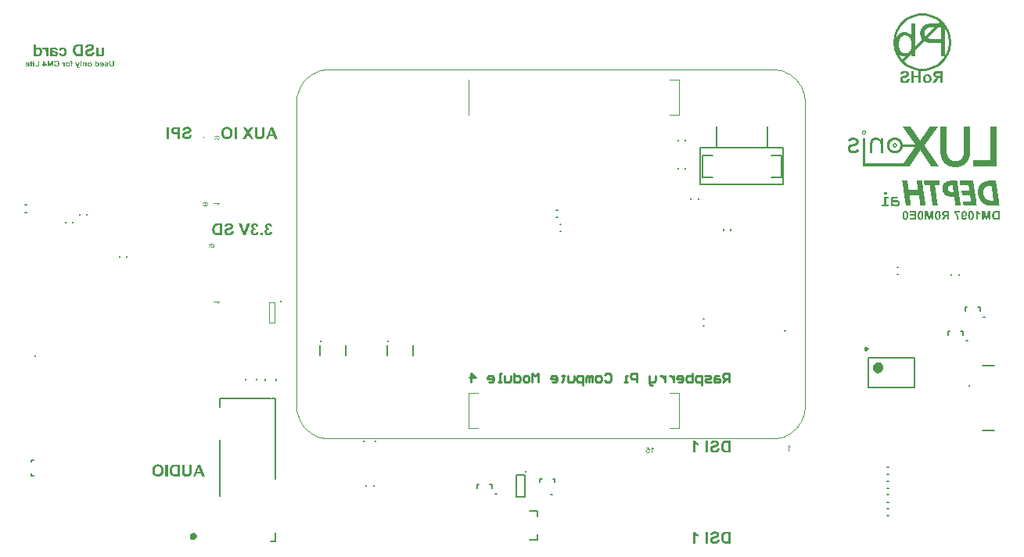
<source format=gbo>
G04*
G04 #@! TF.GenerationSoftware,Altium Limited,Altium Designer,20.0.13 (296)*
G04*
G04 Layer_Color=32896*
%FSLAX44Y44*%
%MOMM*%
G71*
G01*
G75*
%ADD11C,0.2500*%
%ADD12C,0.2540*%
%ADD14C,0.1000*%
%ADD15C,0.2000*%
%ADD16C,0.2540*%
%ADD222C,0.1200*%
%ADD223C,0.4000*%
%ADD224C,0.6000*%
%ADD225C,0.2000*%
G36*
X932257Y452765D02*
X932705D01*
Y452709D01*
X932873D01*
Y452653D01*
X933041D01*
Y452597D01*
X933209D01*
Y452541D01*
X933321D01*
Y452485D01*
X933377D01*
Y452429D01*
X933488D01*
Y452373D01*
X933544D01*
Y452317D01*
X933656D01*
Y452261D01*
X933712D01*
Y452205D01*
X933768D01*
Y452149D01*
X933824D01*
Y452093D01*
X933880D01*
Y452037D01*
X933936D01*
Y451981D01*
X933992D01*
Y451925D01*
Y451869D01*
X934048D01*
Y451813D01*
X934104D01*
Y451758D01*
Y451702D01*
X934160D01*
Y451646D01*
Y451590D01*
X934216D01*
Y451534D01*
Y451478D01*
X934272D01*
Y451422D01*
Y451366D01*
X934328D01*
Y451310D01*
Y451254D01*
Y451198D01*
X934384D01*
Y451142D01*
Y451086D01*
Y451030D01*
Y450974D01*
Y450918D01*
X934440D01*
Y450862D01*
Y450806D01*
Y450750D01*
Y450694D01*
Y450638D01*
Y450582D01*
Y450526D01*
Y450470D01*
Y450414D01*
Y450358D01*
Y450302D01*
Y450246D01*
Y450191D01*
Y450135D01*
Y450079D01*
X934384D01*
Y450023D01*
Y449967D01*
Y449911D01*
Y449855D01*
Y449799D01*
X934328D01*
Y449743D01*
Y449687D01*
Y449631D01*
X934272D01*
Y449575D01*
Y449519D01*
X934216D01*
Y449463D01*
Y449407D01*
X934160D01*
Y449351D01*
Y449295D01*
X934104D01*
Y449239D01*
Y449183D01*
X934048D01*
Y449127D01*
X933992D01*
Y449071D01*
Y449015D01*
X933936D01*
Y448959D01*
X933880D01*
Y448903D01*
X933824D01*
Y448847D01*
X933768D01*
Y448791D01*
X933712D01*
Y448735D01*
X933656D01*
Y448680D01*
X933544D01*
Y448624D01*
X933488D01*
Y448568D01*
X933377D01*
Y448512D01*
X933321D01*
Y448456D01*
X933209D01*
Y448400D01*
X933041D01*
Y448344D01*
X932929D01*
Y448288D01*
X932705D01*
Y448232D01*
X932313D01*
Y448176D01*
X931921D01*
Y448232D01*
X931530D01*
Y448288D01*
X931306D01*
Y448344D01*
X931138D01*
Y448400D01*
X931026D01*
Y448456D01*
X930914D01*
Y448512D01*
X930802D01*
Y448568D01*
X930746D01*
Y448624D01*
X930634D01*
Y448680D01*
X930579D01*
Y448735D01*
X930523D01*
Y448791D01*
X930467D01*
Y448847D01*
X930411D01*
Y448903D01*
X930355D01*
Y448959D01*
X930299D01*
Y449015D01*
X930243D01*
Y449071D01*
X930187D01*
Y449127D01*
Y449183D01*
X930131D01*
Y449239D01*
X930075D01*
Y449295D01*
Y449351D01*
X930019D01*
Y449407D01*
Y449463D01*
X929963D01*
Y449519D01*
Y449575D01*
X929907D01*
Y449631D01*
Y449687D01*
Y449743D01*
X929851D01*
Y449799D01*
Y449855D01*
Y449911D01*
Y449967D01*
X929795D01*
Y450023D01*
Y450079D01*
Y450135D01*
Y450191D01*
Y450246D01*
Y450302D01*
Y450358D01*
Y450414D01*
Y450470D01*
Y450526D01*
Y450582D01*
Y450638D01*
Y450694D01*
Y450750D01*
Y450806D01*
Y450862D01*
Y450918D01*
Y450974D01*
Y451030D01*
X929851D01*
Y451086D01*
Y451142D01*
Y451198D01*
Y451254D01*
X929907D01*
Y451310D01*
Y451366D01*
Y451422D01*
X929963D01*
Y451478D01*
Y451534D01*
X930019D01*
Y451590D01*
Y451646D01*
X930075D01*
Y451702D01*
Y451758D01*
X930131D01*
Y451813D01*
X930187D01*
Y451869D01*
Y451925D01*
X930243D01*
Y451981D01*
X930299D01*
Y452037D01*
X930355D01*
Y452093D01*
X930411D01*
Y452149D01*
X930467D01*
Y452205D01*
X930523D01*
Y452261D01*
X930579D01*
Y452317D01*
X930634D01*
Y452373D01*
X930746D01*
Y452429D01*
X930802D01*
Y452485D01*
X930914D01*
Y452541D01*
X931026D01*
Y452597D01*
X931138D01*
Y452653D01*
X931306D01*
Y452709D01*
X931530D01*
Y452765D01*
X931977D01*
Y452821D01*
X932257D01*
Y452765D01*
D02*
G37*
G36*
X1011948Y456570D02*
Y456514D01*
X1011892D01*
Y456458D01*
X1011836D01*
Y456402D01*
X1011780D01*
Y456346D01*
Y456290D01*
X1011724D01*
Y456234D01*
X1011669D01*
Y456179D01*
Y456123D01*
X1011613D01*
Y456067D01*
X1011557D01*
Y456011D01*
Y455955D01*
X1011501D01*
Y455899D01*
X1011445D01*
Y455843D01*
X1011389D01*
Y455787D01*
Y455731D01*
X1011333D01*
Y455675D01*
X1011277D01*
Y455619D01*
Y455563D01*
X1011221D01*
Y455507D01*
X1011165D01*
Y455451D01*
X1011109D01*
Y455395D01*
Y455339D01*
X1011053D01*
Y455283D01*
X1010997D01*
Y455227D01*
Y455171D01*
X1010941D01*
Y455115D01*
X1010885D01*
Y455059D01*
X1010829D01*
Y455003D01*
Y454947D01*
X1010773D01*
Y454891D01*
X1010717D01*
Y454835D01*
Y454780D01*
X1010661D01*
Y454724D01*
X1010605D01*
Y454668D01*
X1010549D01*
Y454612D01*
Y454556D01*
X1010493D01*
Y454500D01*
X1010437D01*
Y454444D01*
Y454388D01*
X1010381D01*
Y454332D01*
X1010325D01*
Y454276D01*
X1010269D01*
Y454220D01*
Y454164D01*
X1010213D01*
Y454108D01*
X1010158D01*
Y454052D01*
Y453996D01*
X1010102D01*
Y453940D01*
X1010046D01*
Y453884D01*
Y453828D01*
X1009990D01*
Y453772D01*
X1009934D01*
Y453716D01*
X1009878D01*
Y453660D01*
Y453604D01*
X1009822D01*
Y453548D01*
X1009766D01*
Y453492D01*
Y453436D01*
X1009710D01*
Y453380D01*
X1009654D01*
Y453324D01*
X1009598D01*
Y453269D01*
Y453213D01*
X1009542D01*
Y453157D01*
X1009486D01*
Y453101D01*
Y453045D01*
X1009430D01*
Y452989D01*
X1009374D01*
Y452933D01*
X1009318D01*
Y452877D01*
Y452821D01*
X1009262D01*
Y452765D01*
X1009206D01*
Y452709D01*
Y452653D01*
X1009150D01*
Y452597D01*
X1009094D01*
Y452541D01*
X1009038D01*
Y452485D01*
Y452429D01*
X1008982D01*
Y452373D01*
X1008926D01*
Y452317D01*
Y452261D01*
X1008870D01*
Y452205D01*
X1008814D01*
Y452149D01*
X1008758D01*
Y452093D01*
Y452037D01*
X1008702D01*
Y451981D01*
X1008647D01*
Y451925D01*
Y451869D01*
X1008591D01*
Y451813D01*
X1008535D01*
Y451758D01*
Y451702D01*
X1008479D01*
Y451646D01*
X1008423D01*
Y451590D01*
X1008367D01*
Y451534D01*
Y451478D01*
X1008311D01*
Y451422D01*
X1008255D01*
Y451366D01*
Y451310D01*
X1008199D01*
Y451254D01*
X1008143D01*
Y451198D01*
X1008087D01*
Y451142D01*
Y451086D01*
X1008031D01*
Y451030D01*
X1007975D01*
Y450974D01*
Y450918D01*
X1007919D01*
Y450862D01*
X1007863D01*
Y450806D01*
X1007807D01*
Y450750D01*
Y450694D01*
X1007751D01*
Y450638D01*
X1007695D01*
Y450582D01*
Y450526D01*
X1007639D01*
Y450470D01*
X1007583D01*
Y450414D01*
X1007527D01*
Y450358D01*
Y450302D01*
X1007471D01*
Y450246D01*
X1007415D01*
Y450191D01*
Y450135D01*
X1007359D01*
Y450079D01*
X1007303D01*
Y450023D01*
X1007247D01*
Y449967D01*
Y449911D01*
X1007192D01*
Y449855D01*
X1007136D01*
Y449799D01*
Y449743D01*
X1007080D01*
Y449687D01*
X1007024D01*
Y449631D01*
Y449575D01*
X1006968D01*
Y449519D01*
X1006912D01*
Y449463D01*
X1006856D01*
Y449407D01*
Y449351D01*
X1006800D01*
Y449295D01*
X1006744D01*
Y449239D01*
Y449183D01*
X1006688D01*
Y449127D01*
X1006632D01*
Y449071D01*
X1006576D01*
Y449015D01*
Y448959D01*
X1006520D01*
Y448903D01*
X1006464D01*
Y448847D01*
Y448791D01*
X1006408D01*
Y448735D01*
X1006352D01*
Y448680D01*
X1006296D01*
Y448624D01*
Y448568D01*
X1006240D01*
Y448512D01*
X1006184D01*
Y448456D01*
Y448400D01*
X1006128D01*
Y448344D01*
X1006072D01*
Y448288D01*
X1006016D01*
Y448232D01*
Y448176D01*
X1005960D01*
Y448120D01*
X1005904D01*
Y448064D01*
Y448008D01*
X1005848D01*
Y447952D01*
X1005792D01*
Y447896D01*
X1005736D01*
Y447840D01*
Y447784D01*
X1005680D01*
Y447728D01*
X1005625D01*
Y447672D01*
Y447616D01*
X1005569D01*
Y447560D01*
X1005513D01*
Y447504D01*
X1005457D01*
Y447448D01*
Y447392D01*
X1005401D01*
Y447336D01*
X1005345D01*
Y447280D01*
Y447225D01*
X1005289D01*
Y447169D01*
X1005233D01*
Y447113D01*
Y447057D01*
X1005177D01*
Y447001D01*
X1005121D01*
Y446945D01*
X1005065D01*
Y446889D01*
Y446833D01*
X1005009D01*
Y446777D01*
X1004953D01*
Y446721D01*
Y446665D01*
X1004897D01*
Y446609D01*
X1004841D01*
Y446553D01*
X1004785D01*
Y446497D01*
Y446441D01*
X1004729D01*
Y446385D01*
X1004673D01*
Y446329D01*
Y446273D01*
X1004617D01*
Y446217D01*
X1004561D01*
Y446161D01*
X1004505D01*
Y446105D01*
Y446049D01*
X1004449D01*
Y445993D01*
X1004393D01*
Y445937D01*
Y445881D01*
X1004337D01*
Y445825D01*
X1004281D01*
Y445769D01*
X1004225D01*
Y445714D01*
Y445658D01*
X1004169D01*
Y445602D01*
X1004114D01*
Y445546D01*
Y445490D01*
X1004058D01*
Y445434D01*
X1004002D01*
Y445378D01*
X1003946D01*
Y445322D01*
Y445266D01*
X1003890D01*
Y445210D01*
X1003834D01*
Y445154D01*
Y445098D01*
X1003778D01*
Y445042D01*
X1003722D01*
Y444986D01*
Y444930D01*
X1003666D01*
Y444874D01*
X1003610D01*
Y444818D01*
X1003554D01*
Y444762D01*
Y444706D01*
X1003498D01*
Y444650D01*
X1003442D01*
Y444594D01*
Y444538D01*
X1003386D01*
Y444482D01*
X1003330D01*
Y444426D01*
X1003274D01*
Y444370D01*
Y444314D01*
X1003218D01*
Y444258D01*
X1003162D01*
Y444202D01*
Y444146D01*
X1003106D01*
Y444091D01*
X1003050D01*
Y444035D01*
X1002994D01*
Y443979D01*
Y443923D01*
X1002938D01*
Y443867D01*
X1002882D01*
Y443811D01*
Y443755D01*
X1002826D01*
Y443699D01*
X1002770D01*
Y443643D01*
X1002714D01*
Y443587D01*
Y443531D01*
X1002658D01*
Y443475D01*
X1002603D01*
Y443419D01*
Y443363D01*
X1002547D01*
Y443307D01*
X1002491D01*
Y443251D01*
X1002435D01*
Y443195D01*
Y443139D01*
X1002379D01*
Y443083D01*
X1002323D01*
Y443027D01*
Y442971D01*
X1002267D01*
Y442915D01*
X1002211D01*
Y442859D01*
Y442803D01*
X1002155D01*
Y442747D01*
X1002099D01*
Y442691D01*
X1002043D01*
Y442635D01*
Y442579D01*
X1001987D01*
Y442524D01*
X1001931D01*
Y442468D01*
Y442412D01*
X1001875D01*
Y442356D01*
X1001819D01*
Y442300D01*
X1001763D01*
Y442244D01*
Y442188D01*
X1001707D01*
Y442132D01*
X1001651D01*
Y442076D01*
Y442020D01*
X1001595D01*
Y441964D01*
X1001539D01*
Y441908D01*
X1001483D01*
Y441852D01*
Y441796D01*
X1001427D01*
Y441740D01*
X1001371D01*
Y441684D01*
Y441628D01*
X1001316D01*
Y441572D01*
X1001260D01*
Y441516D01*
X1001204D01*
Y441460D01*
Y441404D01*
X1001148D01*
Y441348D01*
X1001092D01*
Y441292D01*
Y441236D01*
X1001036D01*
Y441180D01*
X1000980D01*
Y441124D01*
X1000924D01*
Y441069D01*
Y441013D01*
X1000868D01*
Y440957D01*
X1000812D01*
Y440901D01*
Y440845D01*
X1000756D01*
Y440789D01*
X1000700D01*
Y440733D01*
Y440677D01*
X1000644D01*
Y440621D01*
X1000588D01*
Y440565D01*
X1000532D01*
Y440509D01*
Y440453D01*
X1000476D01*
Y440397D01*
X1000420D01*
Y440341D01*
Y440285D01*
X1000364D01*
Y440229D01*
X1000308D01*
Y440173D01*
X1000252D01*
Y440117D01*
Y440061D01*
X1000196D01*
Y440005D01*
X1000140D01*
Y439949D01*
Y439893D01*
X1000084D01*
Y439837D01*
X1000028D01*
Y439781D01*
X999972D01*
Y439725D01*
Y439669D01*
X999916D01*
Y439613D01*
X999860D01*
Y439558D01*
Y439502D01*
X999805D01*
Y439446D01*
X999749D01*
Y439390D01*
X999693D01*
Y439334D01*
Y439278D01*
X999637D01*
Y439222D01*
X999581D01*
Y439166D01*
Y439110D01*
X999525D01*
Y439054D01*
X999469D01*
Y438998D01*
X999413D01*
Y438942D01*
Y438886D01*
X999357D01*
Y438830D01*
X999301D01*
Y438774D01*
Y438718D01*
X999245D01*
Y438662D01*
X999189D01*
Y438606D01*
X999133D01*
Y438550D01*
Y438494D01*
X999077D01*
Y438438D01*
X999021D01*
Y438382D01*
Y438326D01*
X998965D01*
Y438270D01*
X998909D01*
Y438214D01*
Y438158D01*
X998853D01*
Y438102D01*
X998797D01*
Y438046D01*
X998741D01*
Y437991D01*
Y437935D01*
X998685D01*
Y437879D01*
X998629D01*
Y437823D01*
Y437767D01*
X998573D01*
Y437711D01*
X998517D01*
Y437655D01*
X998461D01*
Y437599D01*
Y437543D01*
X998405D01*
Y437487D01*
X998349D01*
Y437431D01*
Y437375D01*
X998293D01*
Y437319D01*
X998238D01*
Y437263D01*
X998182D01*
Y437207D01*
Y437151D01*
X998126D01*
Y437095D01*
X998070D01*
Y437039D01*
Y436983D01*
X998014D01*
Y436927D01*
X997958D01*
Y436871D01*
X997902D01*
Y436815D01*
Y436759D01*
X997846D01*
Y436703D01*
X997790D01*
Y436647D01*
Y436592D01*
X997734D01*
Y436536D01*
X997678D01*
Y436480D01*
Y436424D01*
X997734D01*
Y436368D01*
X997790D01*
Y436312D01*
Y436256D01*
X997846D01*
Y436200D01*
X997902D01*
Y436144D01*
Y436088D01*
X997958D01*
Y436032D01*
X998014D01*
Y435976D01*
Y435920D01*
X998070D01*
Y435864D01*
X998126D01*
Y435808D01*
Y435752D01*
X998182D01*
Y435696D01*
X998238D01*
Y435640D01*
Y435584D01*
X998293D01*
Y435528D01*
X998349D01*
Y435472D01*
X998405D01*
Y435416D01*
Y435360D01*
X998461D01*
Y435304D01*
X998517D01*
Y435248D01*
Y435192D01*
X998573D01*
Y435136D01*
X998629D01*
Y435081D01*
Y435025D01*
X998685D01*
Y434969D01*
X998741D01*
Y434913D01*
Y434857D01*
X998797D01*
Y434801D01*
X998853D01*
Y434745D01*
X998909D01*
Y434689D01*
Y434633D01*
X998965D01*
Y434577D01*
X999021D01*
Y434521D01*
Y434465D01*
X999077D01*
Y434409D01*
X999133D01*
Y434353D01*
Y434297D01*
X999189D01*
Y434241D01*
X999245D01*
Y434185D01*
Y434129D01*
X999301D01*
Y434073D01*
X999357D01*
Y434017D01*
X999413D01*
Y433961D01*
Y433905D01*
X999469D01*
Y433849D01*
X999525D01*
Y433793D01*
Y433737D01*
X999581D01*
Y433681D01*
X999637D01*
Y433625D01*
Y433570D01*
X999693D01*
Y433514D01*
X999749D01*
Y433458D01*
Y433402D01*
X999805D01*
Y433346D01*
X999860D01*
Y433290D01*
X999916D01*
Y433234D01*
Y433178D01*
X999972D01*
Y433122D01*
X1000028D01*
Y433066D01*
Y433010D01*
X1000084D01*
Y432954D01*
X1000140D01*
Y432898D01*
Y432842D01*
X1000196D01*
Y432786D01*
X1000252D01*
Y432730D01*
Y432674D01*
X1000308D01*
Y432618D01*
X1000364D01*
Y432562D01*
X1000420D01*
Y432506D01*
Y432450D01*
X1000476D01*
Y432394D01*
X1000532D01*
Y432338D01*
Y432282D01*
X1000588D01*
Y432226D01*
X1000644D01*
Y432170D01*
Y432114D01*
X1000700D01*
Y432058D01*
X1000756D01*
Y432003D01*
Y431947D01*
X1000812D01*
Y431891D01*
X1000868D01*
Y431835D01*
X1000924D01*
Y431779D01*
Y431723D01*
X1000980D01*
Y431667D01*
X1001036D01*
Y431611D01*
Y431555D01*
X1001092D01*
Y431499D01*
X1001148D01*
Y431443D01*
Y431387D01*
X1001204D01*
Y431331D01*
X1001260D01*
Y431275D01*
Y431219D01*
X1001316D01*
Y431163D01*
X1001371D01*
Y431107D01*
X1001427D01*
Y431051D01*
Y430995D01*
X1001483D01*
Y430939D01*
X1001539D01*
Y430883D01*
Y430827D01*
X1001595D01*
Y430771D01*
X1001651D01*
Y430715D01*
Y430659D01*
X1001707D01*
Y430603D01*
X1001763D01*
Y430547D01*
Y430492D01*
X1001819D01*
Y430436D01*
X1001875D01*
Y430380D01*
X1001931D01*
Y430324D01*
Y430268D01*
X1001987D01*
Y430212D01*
X1002043D01*
Y430156D01*
Y430100D01*
X1002099D01*
Y430044D01*
X1002155D01*
Y429988D01*
Y429932D01*
X1002211D01*
Y429876D01*
X1002267D01*
Y429820D01*
Y429764D01*
X1002323D01*
Y429708D01*
X1002379D01*
Y429652D01*
X1002435D01*
Y429596D01*
Y429540D01*
X1002491D01*
Y429484D01*
X1002547D01*
Y429428D01*
Y429372D01*
X1002603D01*
Y429316D01*
X1002658D01*
Y429260D01*
Y429204D01*
X1002714D01*
Y429148D01*
X1002770D01*
Y429092D01*
Y429036D01*
X1002826D01*
Y428981D01*
X1002882D01*
Y428925D01*
Y428869D01*
X1002938D01*
Y428813D01*
X1002994D01*
Y428757D01*
X1003050D01*
Y428701D01*
Y428645D01*
X1003106D01*
Y428589D01*
X1003162D01*
Y428533D01*
Y428477D01*
X1003218D01*
Y428421D01*
X1003274D01*
Y428365D01*
Y428309D01*
X1003330D01*
Y428253D01*
X1003386D01*
Y428197D01*
Y428141D01*
X1003442D01*
Y428085D01*
X1003498D01*
Y428029D01*
X1003554D01*
Y427973D01*
Y427917D01*
X1003610D01*
Y427861D01*
X1003666D01*
Y427805D01*
Y427749D01*
X1003722D01*
Y427693D01*
X1003778D01*
Y427637D01*
Y427581D01*
X1003834D01*
Y427525D01*
X1003890D01*
Y427470D01*
Y427414D01*
X1003946D01*
Y427358D01*
X1004002D01*
Y427302D01*
X1004058D01*
Y427246D01*
Y427190D01*
X1004114D01*
Y427134D01*
X1004169D01*
Y427078D01*
Y427022D01*
X1004225D01*
Y426966D01*
X1004281D01*
Y426910D01*
Y426854D01*
X1004337D01*
Y426798D01*
X1004393D01*
Y426742D01*
Y426686D01*
X1004449D01*
Y426630D01*
X1004505D01*
Y426574D01*
X1004561D01*
Y426518D01*
Y426462D01*
X1004617D01*
Y426406D01*
X1004673D01*
Y426350D01*
Y426294D01*
X1004729D01*
Y426238D01*
X1004785D01*
Y426182D01*
Y426127D01*
X1004841D01*
Y426071D01*
X1004897D01*
Y426015D01*
Y425959D01*
X1004953D01*
Y425903D01*
X1005009D01*
Y425847D01*
X1005065D01*
Y425791D01*
Y425735D01*
X1005121D01*
Y425679D01*
X1005177D01*
Y425623D01*
Y425567D01*
X1005233D01*
Y425511D01*
X1005289D01*
Y425455D01*
Y425399D01*
X1005345D01*
Y425343D01*
X1005401D01*
Y425287D01*
Y425231D01*
X1005457D01*
Y425175D01*
X1005513D01*
Y425119D01*
X1005569D01*
Y425063D01*
Y425007D01*
X1005625D01*
Y424951D01*
X1005680D01*
Y424895D01*
Y424839D01*
X1005736D01*
Y424783D01*
X1005792D01*
Y424727D01*
Y424671D01*
X1005848D01*
Y424616D01*
X1005904D01*
Y424560D01*
Y424504D01*
X1005960D01*
Y424448D01*
X1006016D01*
Y424392D01*
X1006072D01*
Y424336D01*
Y424280D01*
X1006128D01*
Y424224D01*
X1006184D01*
Y424168D01*
Y424112D01*
X1006240D01*
Y424056D01*
X1006296D01*
Y424000D01*
Y423944D01*
X1006352D01*
Y423888D01*
X1006408D01*
Y423832D01*
Y423776D01*
X1006464D01*
Y423720D01*
X1006520D01*
Y423664D01*
X1006576D01*
Y423608D01*
Y423552D01*
X1006632D01*
Y423496D01*
X1006688D01*
Y423440D01*
Y423384D01*
X1006744D01*
Y423328D01*
X1006800D01*
Y423272D01*
Y423216D01*
X1006856D01*
Y423161D01*
X1006912D01*
Y423105D01*
Y423049D01*
X1006968D01*
Y422993D01*
X1007024D01*
Y422937D01*
Y422881D01*
X1007080D01*
Y422825D01*
X1007136D01*
Y422769D01*
X1007192D01*
Y422713D01*
Y422657D01*
X1007247D01*
Y422601D01*
X1007303D01*
Y422545D01*
Y422489D01*
X1007359D01*
Y422433D01*
X1007415D01*
Y422377D01*
Y422321D01*
X1007471D01*
Y422265D01*
X1007527D01*
Y422209D01*
Y422153D01*
X1007583D01*
Y422097D01*
X1007639D01*
Y422041D01*
X1007695D01*
Y421985D01*
Y421929D01*
X1007751D01*
Y421873D01*
X1007807D01*
Y421817D01*
Y421761D01*
X1007863D01*
Y421705D01*
X1007919D01*
Y421649D01*
Y421594D01*
X1007975D01*
Y421538D01*
X1008031D01*
Y421482D01*
Y421426D01*
X1008087D01*
Y421370D01*
X1008143D01*
Y421314D01*
X1008199D01*
Y421258D01*
Y421202D01*
X1008255D01*
Y421146D01*
X1008311D01*
Y421090D01*
Y421034D01*
X1008367D01*
Y420978D01*
X1008423D01*
Y420922D01*
Y420866D01*
X1008479D01*
Y420810D01*
X1008535D01*
Y420754D01*
Y420698D01*
X1008591D01*
Y420642D01*
X1008647D01*
Y420586D01*
X1008702D01*
Y420530D01*
Y420474D01*
X1008758D01*
Y420418D01*
X1008814D01*
Y420362D01*
Y420306D01*
X1008870D01*
Y420250D01*
X1008926D01*
Y420194D01*
Y420139D01*
X1008982D01*
Y420083D01*
X1009038D01*
Y420027D01*
Y419971D01*
X1009094D01*
Y419915D01*
X1009150D01*
Y419859D01*
X1009206D01*
Y419803D01*
Y419747D01*
X1009262D01*
Y419691D01*
X1009318D01*
Y419635D01*
Y419579D01*
X1009374D01*
Y419523D01*
X1009430D01*
Y419467D01*
Y419411D01*
X1009486D01*
Y419355D01*
X1009542D01*
Y419299D01*
Y419243D01*
X1009598D01*
Y419187D01*
X1009654D01*
Y419131D01*
X1009710D01*
Y419075D01*
Y419019D01*
X1009766D01*
Y418963D01*
X1009822D01*
Y418907D01*
Y418851D01*
X1009878D01*
Y418795D01*
X1009934D01*
Y418739D01*
Y418683D01*
X1009990D01*
Y418628D01*
X1010046D01*
Y418572D01*
Y418516D01*
X1010102D01*
Y418460D01*
X1010158D01*
Y418404D01*
X1010213D01*
Y418348D01*
Y418292D01*
X1010269D01*
Y418236D01*
X1010325D01*
Y418180D01*
Y418124D01*
X1010381D01*
Y418068D01*
X1010437D01*
Y418012D01*
Y417956D01*
X1010493D01*
Y417900D01*
X1010549D01*
Y417844D01*
Y417788D01*
X1010605D01*
Y417732D01*
X1010661D01*
Y417676D01*
X1010717D01*
Y417620D01*
Y417564D01*
X1010773D01*
Y417508D01*
X1010829D01*
Y417452D01*
Y417396D01*
X1010885D01*
Y417340D01*
X1010941D01*
Y417284D01*
Y417228D01*
X1010997D01*
Y417172D01*
X1011053D01*
Y417117D01*
Y417061D01*
X1011109D01*
Y417005D01*
X1011165D01*
Y416949D01*
X1011221D01*
Y416893D01*
Y416837D01*
X1011277D01*
Y416781D01*
X1011333D01*
Y416725D01*
Y416669D01*
X1011389D01*
Y416613D01*
X1011445D01*
Y416557D01*
Y416501D01*
X1011501D01*
Y416445D01*
X1011557D01*
Y416389D01*
Y416333D01*
X1011613D01*
Y416277D01*
X1011669D01*
Y416221D01*
Y416165D01*
X1011724D01*
Y416109D01*
X1011780D01*
Y416053D01*
X1011836D01*
Y415997D01*
Y415941D01*
X1011892D01*
Y415885D01*
X1011948D01*
Y415829D01*
Y415773D01*
X1012004D01*
Y415717D01*
X1012060D01*
Y415661D01*
Y415606D01*
X1012116D01*
Y415550D01*
X1012172D01*
Y415494D01*
Y415438D01*
X1012228D01*
Y415382D01*
X1012284D01*
Y415326D01*
X1012340D01*
Y415270D01*
Y415214D01*
X1012396D01*
Y415158D01*
X1012452D01*
Y415102D01*
Y415046D01*
X1012508D01*
Y414990D01*
X1012564D01*
Y414934D01*
Y414878D01*
X1012620D01*
Y414822D01*
X1012676D01*
Y414766D01*
Y414710D01*
X1012732D01*
Y414654D01*
X1012788D01*
Y414598D01*
X1012844D01*
Y414542D01*
Y414486D01*
X1012900D01*
Y414430D01*
X1012956D01*
Y414374D01*
Y414318D01*
X1013012D01*
Y414262D01*
X1013068D01*
Y414206D01*
X1004673D01*
Y414262D01*
X1004617D01*
Y414318D01*
X1004561D01*
Y414374D01*
Y414430D01*
X1004505D01*
Y414486D01*
X1004449D01*
Y414542D01*
Y414598D01*
X1004393D01*
Y414654D01*
X1004337D01*
Y414710D01*
Y414766D01*
X1004281D01*
Y414822D01*
X1004225D01*
Y414878D01*
Y414934D01*
X1004169D01*
Y414990D01*
X1004114D01*
Y415046D01*
Y415102D01*
X1004058D01*
Y415158D01*
X1004002D01*
Y415214D01*
Y415270D01*
X1003946D01*
Y415326D01*
X1003890D01*
Y415382D01*
Y415438D01*
X1003834D01*
Y415494D01*
X1003778D01*
Y415550D01*
Y415606D01*
X1003722D01*
Y415661D01*
X1003666D01*
Y415717D01*
Y415773D01*
X1003610D01*
Y415829D01*
X1003554D01*
Y415885D01*
Y415941D01*
X1003498D01*
Y415997D01*
X1003442D01*
Y416053D01*
Y416109D01*
X1003386D01*
Y416165D01*
X1003330D01*
Y416221D01*
Y416277D01*
X1003274D01*
Y416333D01*
X1003218D01*
Y416389D01*
Y416445D01*
X1003162D01*
Y416501D01*
X1003106D01*
Y416557D01*
Y416613D01*
X1003050D01*
Y416669D01*
X1002994D01*
Y416725D01*
Y416781D01*
X1002938D01*
Y416837D01*
X1002882D01*
Y416893D01*
Y416949D01*
X1002826D01*
Y417005D01*
X1002770D01*
Y417061D01*
Y417117D01*
X1002714D01*
Y417172D01*
X1002658D01*
Y417228D01*
Y417284D01*
X1002603D01*
Y417340D01*
X1002547D01*
Y417396D01*
Y417452D01*
X1002491D01*
Y417508D01*
X1002435D01*
Y417564D01*
X1002379D01*
Y417620D01*
Y417676D01*
X1002323D01*
Y417732D01*
X1002267D01*
Y417788D01*
Y417844D01*
X1002211D01*
Y417900D01*
X1002155D01*
Y417956D01*
Y418012D01*
X1002099D01*
Y418068D01*
X1002043D01*
Y418124D01*
Y418180D01*
X1001987D01*
Y418236D01*
X1001931D01*
Y418292D01*
Y418348D01*
X1001875D01*
Y418404D01*
X1001819D01*
Y418460D01*
Y418516D01*
X1001763D01*
Y418572D01*
X1001707D01*
Y418628D01*
Y418683D01*
X1001651D01*
Y418739D01*
X1001595D01*
Y418795D01*
Y418851D01*
X1001539D01*
Y418907D01*
X1001483D01*
Y418963D01*
Y419019D01*
X1001427D01*
Y419075D01*
X1001371D01*
Y419131D01*
Y419187D01*
X1001316D01*
Y419243D01*
X1001260D01*
Y419299D01*
Y419355D01*
X1001204D01*
Y419411D01*
X1001148D01*
Y419467D01*
Y419523D01*
X1001092D01*
Y419579D01*
X1001036D01*
Y419635D01*
Y419691D01*
X1000980D01*
Y419747D01*
X1000924D01*
Y419803D01*
Y419859D01*
X1000868D01*
Y419915D01*
X1000812D01*
Y419971D01*
Y420027D01*
X1000756D01*
Y420083D01*
X1000700D01*
Y420139D01*
Y420194D01*
X1000644D01*
Y420250D01*
X1000588D01*
Y420306D01*
Y420362D01*
X1000532D01*
Y420418D01*
X1000476D01*
Y420474D01*
Y420530D01*
X1000420D01*
Y420586D01*
X1000364D01*
Y420642D01*
Y420698D01*
X1000308D01*
Y420754D01*
X1000252D01*
Y420810D01*
Y420866D01*
X1000196D01*
Y420922D01*
X1000140D01*
Y420978D01*
Y421034D01*
X1000084D01*
Y421090D01*
X1000028D01*
Y421146D01*
Y421202D01*
X999972D01*
Y421258D01*
X999916D01*
Y421314D01*
X999860D01*
Y421370D01*
Y421426D01*
X999805D01*
Y421482D01*
X999749D01*
Y421538D01*
Y421594D01*
X999693D01*
Y421649D01*
X999637D01*
Y421705D01*
Y421761D01*
X999581D01*
Y421817D01*
X999525D01*
Y421873D01*
Y421929D01*
X999469D01*
Y421985D01*
X999413D01*
Y422041D01*
Y422097D01*
X999357D01*
Y422153D01*
X999301D01*
Y422209D01*
Y422265D01*
X999245D01*
Y422321D01*
X999189D01*
Y422377D01*
Y422433D01*
X999133D01*
Y422489D01*
X999077D01*
Y422545D01*
Y422601D01*
X999021D01*
Y422657D01*
X998965D01*
Y422713D01*
Y422769D01*
X998909D01*
Y422825D01*
X998853D01*
Y422881D01*
Y422937D01*
X998797D01*
Y422993D01*
X998741D01*
Y423049D01*
Y423105D01*
X998685D01*
Y423161D01*
X998629D01*
Y423216D01*
Y423272D01*
X998573D01*
Y423328D01*
X998517D01*
Y423384D01*
Y423440D01*
X998461D01*
Y423496D01*
X998405D01*
Y423552D01*
Y423608D01*
X998349D01*
Y423664D01*
X998293D01*
Y423720D01*
Y423776D01*
X998238D01*
Y423832D01*
X998182D01*
Y423888D01*
Y423944D01*
X998126D01*
Y424000D01*
X998070D01*
Y424056D01*
Y424112D01*
X998014D01*
Y424168D01*
X997958D01*
Y424224D01*
Y424280D01*
X997902D01*
Y424336D01*
X997846D01*
Y424392D01*
Y424448D01*
X997790D01*
Y424504D01*
X997734D01*
Y424560D01*
Y424616D01*
X997678D01*
Y424671D01*
X997622D01*
Y424727D01*
Y424783D01*
X997566D01*
Y424839D01*
X997510D01*
Y424895D01*
X997454D01*
Y424951D01*
Y425007D01*
X997398D01*
Y425063D01*
X997342D01*
Y425119D01*
Y425175D01*
X997286D01*
Y425231D01*
X997230D01*
Y425287D01*
Y425343D01*
X997174D01*
Y425399D01*
X997118D01*
Y425455D01*
Y425511D01*
X997062D01*
Y425567D01*
X997006D01*
Y425623D01*
Y425679D01*
X996950D01*
Y425735D01*
X996894D01*
Y425791D01*
Y425847D01*
X996838D01*
Y425903D01*
X996783D01*
Y425959D01*
Y426015D01*
X996727D01*
Y426071D01*
X996671D01*
Y426127D01*
Y426182D01*
X996615D01*
Y426238D01*
X996559D01*
Y426294D01*
Y426350D01*
X996503D01*
Y426406D01*
X996447D01*
Y426462D01*
Y426518D01*
X996391D01*
Y426574D01*
X996335D01*
Y426630D01*
Y426686D01*
X996279D01*
Y426742D01*
X996223D01*
Y426798D01*
Y426854D01*
X996167D01*
Y426910D01*
X996111D01*
Y426966D01*
Y427022D01*
X996055D01*
Y427078D01*
X995999D01*
Y427134D01*
Y427190D01*
X995943D01*
Y427246D01*
X995887D01*
Y427302D01*
Y427358D01*
X995831D01*
Y427414D01*
X995775D01*
Y427470D01*
Y427525D01*
X995719D01*
Y427581D01*
X995663D01*
Y427637D01*
Y427693D01*
X995607D01*
Y427749D01*
X995551D01*
Y427805D01*
Y427861D01*
X995495D01*
Y427917D01*
X995439D01*
Y427973D01*
Y428029D01*
X995383D01*
Y428085D01*
X995327D01*
Y428141D01*
Y428197D01*
X995272D01*
Y428253D01*
X995216D01*
Y428309D01*
Y428365D01*
X995160D01*
Y428421D01*
X995104D01*
Y428477D01*
X995048D01*
Y428533D01*
Y428589D01*
X994992D01*
Y428645D01*
X994936D01*
Y428701D01*
Y428757D01*
X994880D01*
Y428813D01*
X994824D01*
Y428869D01*
Y428925D01*
X994768D01*
Y428981D01*
X994712D01*
Y429036D01*
Y429092D01*
X994656D01*
Y429148D01*
X994600D01*
Y429204D01*
Y429260D01*
X994544D01*
Y429316D01*
X994488D01*
Y429372D01*
Y429428D01*
X994432D01*
Y429484D01*
X994376D01*
Y429540D01*
Y429596D01*
X994320D01*
Y429652D01*
X994264D01*
Y429708D01*
Y429764D01*
X994208D01*
Y429820D01*
X994152D01*
Y429876D01*
Y429932D01*
X994096D01*
Y429988D01*
X994040D01*
Y430044D01*
Y430100D01*
X993984D01*
Y430156D01*
X993928D01*
Y430212D01*
Y430268D01*
X993872D01*
Y430324D01*
X993816D01*
Y430380D01*
Y430436D01*
X993761D01*
Y430492D01*
X993705D01*
Y430547D01*
Y430603D01*
X993649D01*
Y430659D01*
X993593D01*
Y430715D01*
Y430771D01*
X993537D01*
Y430827D01*
X993481D01*
Y430883D01*
Y430939D01*
X993425D01*
Y430995D01*
X993369D01*
Y431051D01*
Y431107D01*
X993313D01*
Y431163D01*
X993257D01*
Y431219D01*
Y431275D01*
X993145D01*
Y431219D01*
Y431163D01*
X993089D01*
Y431107D01*
X993033D01*
Y431051D01*
X992977D01*
Y430995D01*
Y430939D01*
X992921D01*
Y430883D01*
X992865D01*
Y430827D01*
Y430771D01*
X992809D01*
Y430715D01*
X992753D01*
Y430659D01*
Y430603D01*
X992697D01*
Y430547D01*
X992641D01*
Y430492D01*
Y430436D01*
X992585D01*
Y430380D01*
X992529D01*
Y430324D01*
Y430268D01*
X992473D01*
Y430212D01*
X992417D01*
Y430156D01*
Y430100D01*
X992361D01*
Y430044D01*
X992305D01*
Y429988D01*
Y429932D01*
X992250D01*
Y429876D01*
X992194D01*
Y429820D01*
Y429764D01*
X992138D01*
Y429708D01*
X992082D01*
Y429652D01*
Y429596D01*
X992026D01*
Y429540D01*
X991970D01*
Y429484D01*
Y429428D01*
X991914D01*
Y429372D01*
X991858D01*
Y429316D01*
Y429260D01*
X991802D01*
Y429204D01*
X991746D01*
Y429148D01*
Y429092D01*
X991690D01*
Y429036D01*
X991634D01*
Y428981D01*
Y428925D01*
X991578D01*
Y428869D01*
X991522D01*
Y428813D01*
Y428757D01*
X991466D01*
Y428701D01*
X991410D01*
Y428645D01*
Y428589D01*
X991354D01*
Y428533D01*
X991298D01*
Y428477D01*
Y428421D01*
X991242D01*
Y428365D01*
X991186D01*
Y428309D01*
Y428253D01*
X991130D01*
Y428197D01*
X991074D01*
Y428141D01*
Y428085D01*
X991018D01*
Y428029D01*
X990962D01*
Y427973D01*
Y427917D01*
X990906D01*
Y427861D01*
X990850D01*
Y427805D01*
Y427749D01*
X990794D01*
Y427693D01*
X990739D01*
Y427637D01*
Y427581D01*
X990683D01*
Y427525D01*
X990627D01*
Y427470D01*
Y427414D01*
X990571D01*
Y427358D01*
X990515D01*
Y427302D01*
Y427246D01*
X990459D01*
Y427190D01*
X990403D01*
Y427134D01*
Y427078D01*
X990347D01*
Y427022D01*
X990291D01*
Y426966D01*
Y426910D01*
X990235D01*
Y426854D01*
X990179D01*
Y426798D01*
Y426742D01*
X990123D01*
Y426686D01*
X990067D01*
Y426630D01*
Y426574D01*
X990011D01*
Y426518D01*
X989955D01*
Y426462D01*
Y426406D01*
X989899D01*
Y426350D01*
X989843D01*
Y426294D01*
Y426238D01*
X989787D01*
Y426182D01*
X989731D01*
Y426127D01*
Y426071D01*
X989675D01*
Y426015D01*
X989619D01*
Y425959D01*
Y425903D01*
X989563D01*
Y425847D01*
X989507D01*
Y425791D01*
Y425735D01*
X989451D01*
Y425679D01*
X989395D01*
Y425623D01*
Y425567D01*
X989339D01*
Y425511D01*
X989283D01*
Y425455D01*
Y425399D01*
X989228D01*
Y425343D01*
X989172D01*
Y425287D01*
Y425231D01*
X989116D01*
Y425175D01*
X989060D01*
Y425119D01*
Y425063D01*
X989004D01*
Y425007D01*
X988948D01*
Y424951D01*
Y424895D01*
X988892D01*
Y424839D01*
X988836D01*
Y424783D01*
Y424727D01*
X988780D01*
Y424671D01*
X988724D01*
Y424616D01*
Y424560D01*
X988668D01*
Y424504D01*
X988612D01*
Y424448D01*
Y424392D01*
X988556D01*
Y424336D01*
X988500D01*
Y424280D01*
Y424224D01*
X988444D01*
Y424168D01*
X988388D01*
Y424112D01*
Y424056D01*
X988332D01*
Y424000D01*
X988276D01*
Y423944D01*
Y423888D01*
X988220D01*
Y423832D01*
X988164D01*
Y423776D01*
Y423720D01*
X988108D01*
Y423664D01*
X988052D01*
Y423608D01*
Y423552D01*
X987996D01*
Y423496D01*
X987940D01*
Y423440D01*
Y423384D01*
X987884D01*
Y423328D01*
X987828D01*
Y423272D01*
Y423216D01*
X987773D01*
Y423161D01*
X987717D01*
Y423105D01*
Y423049D01*
X987661D01*
Y422993D01*
X987605D01*
Y422937D01*
Y422881D01*
X987549D01*
Y422825D01*
X987493D01*
Y422769D01*
Y422713D01*
X987437D01*
Y422657D01*
X987381D01*
Y422601D01*
Y422545D01*
X987325D01*
Y422489D01*
X987269D01*
Y422433D01*
Y422377D01*
X987213D01*
Y422321D01*
X987157D01*
Y422265D01*
Y422209D01*
X987101D01*
Y422153D01*
X987045D01*
Y422097D01*
Y422041D01*
X986989D01*
Y421985D01*
X986933D01*
Y421929D01*
Y421873D01*
X986877D01*
Y421817D01*
X986821D01*
Y421761D01*
Y421705D01*
X986765D01*
Y421649D01*
X986709D01*
Y421594D01*
Y421538D01*
X986653D01*
Y421482D01*
X986597D01*
Y421426D01*
X986541D01*
Y421370D01*
Y421314D01*
X986485D01*
Y421258D01*
X986429D01*
Y421202D01*
Y421146D01*
X986373D01*
Y421090D01*
X986317D01*
Y421034D01*
Y420978D01*
X986262D01*
Y420922D01*
X986206D01*
Y420866D01*
Y420810D01*
X986150D01*
Y420754D01*
X986094D01*
Y420698D01*
Y420642D01*
X986038D01*
Y420586D01*
X985982D01*
Y420530D01*
Y420474D01*
X985926D01*
Y420418D01*
X985870D01*
Y420362D01*
Y420306D01*
X985814D01*
Y420250D01*
X985758D01*
Y420194D01*
Y420139D01*
X985702D01*
Y420083D01*
X985646D01*
Y420027D01*
Y419971D01*
X985590D01*
Y419915D01*
X985534D01*
Y419859D01*
Y419803D01*
X985478D01*
Y419747D01*
X985422D01*
Y419691D01*
Y419635D01*
X985366D01*
Y419579D01*
X985310D01*
Y419523D01*
Y419467D01*
X985254D01*
Y419411D01*
X985198D01*
Y419355D01*
Y419299D01*
X985142D01*
Y419243D01*
X985086D01*
Y419187D01*
Y419131D01*
X985030D01*
Y419075D01*
X984974D01*
Y419019D01*
Y418963D01*
X984918D01*
Y418907D01*
X984862D01*
Y418851D01*
Y418795D01*
X984806D01*
Y418739D01*
X984750D01*
Y418683D01*
Y418628D01*
X984695D01*
Y418572D01*
X984639D01*
Y418516D01*
Y418460D01*
X984583D01*
Y418404D01*
X984527D01*
Y418348D01*
Y418292D01*
X984471D01*
Y418236D01*
X984415D01*
Y418180D01*
Y418124D01*
X984359D01*
Y418068D01*
X984303D01*
Y418012D01*
Y417956D01*
X984247D01*
Y417900D01*
X984191D01*
Y417844D01*
Y417788D01*
X984135D01*
Y417732D01*
X984079D01*
Y417676D01*
Y417620D01*
X984023D01*
Y417564D01*
X983967D01*
Y417508D01*
Y417452D01*
X983911D01*
Y417396D01*
X983855D01*
Y417340D01*
Y417284D01*
X983799D01*
Y417228D01*
X983743D01*
Y417172D01*
Y417117D01*
X983687D01*
Y417061D01*
X983631D01*
Y417005D01*
Y416949D01*
X983575D01*
Y416893D01*
X983519D01*
Y416837D01*
Y416781D01*
X983463D01*
Y416725D01*
X983407D01*
Y416669D01*
Y416613D01*
X983351D01*
Y416557D01*
X983295D01*
Y416501D01*
Y416445D01*
X983239D01*
Y416389D01*
X983184D01*
Y416333D01*
Y416277D01*
X983128D01*
Y416221D01*
X983072D01*
Y416165D01*
Y416109D01*
X983016D01*
Y416053D01*
X982960D01*
Y415997D01*
Y415941D01*
X982904D01*
Y415885D01*
X982848D01*
Y415829D01*
Y415773D01*
X982792D01*
Y415717D01*
X982736D01*
Y415661D01*
Y415606D01*
X982680D01*
Y415550D01*
X982624D01*
Y415494D01*
Y415438D01*
X982568D01*
Y415382D01*
X982512D01*
Y415326D01*
Y415270D01*
X982456D01*
Y415214D01*
X982400D01*
Y415158D01*
Y415102D01*
X982344D01*
Y415046D01*
X982288D01*
Y414990D01*
Y414934D01*
X982232D01*
Y414878D01*
X982176D01*
Y414822D01*
Y414766D01*
X982120D01*
Y414710D01*
X982064D01*
Y414654D01*
Y414598D01*
X982008D01*
Y414542D01*
X981952D01*
Y414486D01*
Y414430D01*
X981896D01*
Y414374D01*
X981840D01*
Y414318D01*
Y414262D01*
X981784D01*
Y414206D01*
X930802D01*
Y414262D01*
Y414318D01*
Y414374D01*
Y414430D01*
Y414486D01*
Y414542D01*
Y414598D01*
Y414654D01*
Y414710D01*
Y414766D01*
Y414822D01*
Y414878D01*
Y414934D01*
Y414990D01*
Y415046D01*
Y415102D01*
Y415158D01*
Y415214D01*
Y415270D01*
Y415326D01*
Y415382D01*
Y415438D01*
Y415494D01*
Y415550D01*
Y415606D01*
Y415661D01*
Y415717D01*
Y415773D01*
Y415829D01*
Y415885D01*
Y415941D01*
Y415997D01*
Y416053D01*
Y416109D01*
Y416165D01*
Y416221D01*
Y416277D01*
Y416333D01*
Y416389D01*
Y416445D01*
Y416501D01*
Y416557D01*
Y416613D01*
Y416669D01*
Y416725D01*
Y416781D01*
Y416837D01*
Y416893D01*
Y416949D01*
Y417005D01*
Y417061D01*
Y417117D01*
Y417172D01*
Y417228D01*
Y417284D01*
Y417340D01*
Y417396D01*
Y417452D01*
Y417508D01*
Y417564D01*
Y417620D01*
Y417676D01*
Y417732D01*
Y417788D01*
Y417844D01*
Y417900D01*
Y417956D01*
Y418012D01*
Y418068D01*
Y418124D01*
Y418180D01*
Y418236D01*
Y418292D01*
Y418348D01*
Y418404D01*
Y418460D01*
Y418516D01*
Y418572D01*
Y418628D01*
Y418683D01*
Y418739D01*
Y418795D01*
Y418851D01*
Y418907D01*
Y418963D01*
Y419019D01*
Y419075D01*
Y419131D01*
Y419187D01*
Y419243D01*
Y419299D01*
Y419355D01*
Y419411D01*
Y419467D01*
Y419523D01*
Y419579D01*
Y419635D01*
Y419691D01*
Y419747D01*
Y419803D01*
Y419859D01*
Y419915D01*
Y419971D01*
Y420027D01*
Y420083D01*
Y420139D01*
Y420194D01*
Y420250D01*
Y420306D01*
Y420362D01*
Y420418D01*
Y420474D01*
Y420530D01*
Y420586D01*
Y420642D01*
Y420698D01*
Y420754D01*
Y420810D01*
Y420866D01*
Y420922D01*
Y420978D01*
Y421034D01*
Y421090D01*
Y421146D01*
Y421202D01*
Y421258D01*
Y421314D01*
Y421370D01*
Y421426D01*
Y421482D01*
Y421538D01*
Y421594D01*
Y421649D01*
Y421705D01*
Y421761D01*
Y421817D01*
Y421873D01*
Y421929D01*
Y421985D01*
Y422041D01*
Y422097D01*
Y422153D01*
Y422209D01*
Y422265D01*
Y422321D01*
Y422377D01*
Y422433D01*
Y422489D01*
Y422545D01*
Y422601D01*
Y422657D01*
Y422713D01*
Y422769D01*
Y422825D01*
Y422881D01*
Y422937D01*
Y422993D01*
Y423049D01*
Y423105D01*
Y423161D01*
Y423216D01*
Y423272D01*
Y423328D01*
Y423384D01*
Y423440D01*
Y423496D01*
Y423552D01*
Y423608D01*
Y423664D01*
Y423720D01*
Y423776D01*
Y423832D01*
Y423888D01*
Y423944D01*
Y424000D01*
Y424056D01*
Y424112D01*
Y424168D01*
Y424224D01*
Y424280D01*
Y424336D01*
Y424392D01*
Y424448D01*
Y424504D01*
Y424560D01*
Y424616D01*
Y424671D01*
Y424727D01*
Y424783D01*
Y424839D01*
Y424895D01*
Y424951D01*
Y425007D01*
Y425063D01*
Y425119D01*
Y425175D01*
Y425231D01*
Y425287D01*
Y425343D01*
Y425399D01*
Y425455D01*
Y425511D01*
Y425567D01*
Y425623D01*
Y425679D01*
Y425735D01*
Y425791D01*
Y425847D01*
Y425903D01*
Y425959D01*
Y426015D01*
Y426071D01*
Y426127D01*
Y426182D01*
Y426238D01*
Y426294D01*
Y426350D01*
Y426406D01*
Y426462D01*
Y426518D01*
Y426574D01*
Y426630D01*
Y426686D01*
Y426742D01*
Y426798D01*
Y426854D01*
Y426910D01*
Y426966D01*
Y427022D01*
Y427078D01*
Y427134D01*
Y427190D01*
Y427246D01*
Y427302D01*
Y427358D01*
Y427414D01*
Y427470D01*
Y427525D01*
Y427581D01*
Y427637D01*
Y427693D01*
Y427749D01*
Y427805D01*
Y427861D01*
Y427917D01*
Y427973D01*
Y428029D01*
Y428085D01*
Y428141D01*
Y428197D01*
Y428253D01*
Y428309D01*
Y428365D01*
Y428421D01*
Y428477D01*
Y428533D01*
Y428589D01*
Y428645D01*
Y428701D01*
Y428757D01*
Y428813D01*
Y428869D01*
Y428925D01*
Y428981D01*
Y429036D01*
Y429092D01*
Y429148D01*
Y429204D01*
Y429260D01*
Y429316D01*
Y429372D01*
Y429428D01*
Y429484D01*
Y429540D01*
Y429596D01*
Y429652D01*
Y429708D01*
Y429764D01*
Y429820D01*
Y429876D01*
Y429932D01*
Y429988D01*
Y430044D01*
Y430100D01*
Y430156D01*
Y430212D01*
Y430268D01*
Y430324D01*
Y430380D01*
Y430436D01*
Y430492D01*
Y430547D01*
Y430603D01*
Y430659D01*
Y430715D01*
Y430771D01*
Y430827D01*
Y430883D01*
Y430939D01*
Y430995D01*
Y431051D01*
Y431107D01*
Y431163D01*
Y431219D01*
Y431275D01*
Y431331D01*
Y431387D01*
Y431443D01*
Y431499D01*
Y431555D01*
Y431611D01*
Y431667D01*
Y431723D01*
Y431779D01*
Y431835D01*
Y431891D01*
Y431947D01*
Y432003D01*
Y432058D01*
Y432114D01*
Y432170D01*
Y432226D01*
Y432282D01*
Y432338D01*
Y432394D01*
Y432450D01*
Y432506D01*
Y432562D01*
Y432618D01*
Y432674D01*
Y432730D01*
Y432786D01*
Y432842D01*
Y432898D01*
Y432954D01*
Y433010D01*
Y433066D01*
Y433122D01*
Y433178D01*
Y433234D01*
Y433290D01*
Y433346D01*
Y433402D01*
Y433458D01*
Y433514D01*
Y433570D01*
Y433625D01*
Y433681D01*
Y433737D01*
Y433793D01*
Y433849D01*
Y433905D01*
Y433961D01*
Y434017D01*
Y434073D01*
Y434129D01*
Y434185D01*
Y434241D01*
Y434297D01*
Y434353D01*
Y434409D01*
Y434465D01*
Y434521D01*
Y434577D01*
Y434633D01*
Y434689D01*
Y434745D01*
Y434801D01*
Y434857D01*
Y434913D01*
Y434969D01*
Y435025D01*
Y435081D01*
Y435136D01*
Y435192D01*
Y435248D01*
Y435304D01*
Y435360D01*
Y435416D01*
Y435472D01*
Y435528D01*
Y435584D01*
Y435640D01*
Y435696D01*
Y435752D01*
Y435808D01*
Y435864D01*
Y435920D01*
Y435976D01*
Y436032D01*
Y436088D01*
Y436144D01*
Y436200D01*
Y436256D01*
Y436312D01*
Y436368D01*
Y436424D01*
Y436480D01*
Y436536D01*
Y436592D01*
Y436647D01*
Y436703D01*
Y436759D01*
Y436815D01*
Y436871D01*
Y436927D01*
Y436983D01*
Y437039D01*
Y437095D01*
Y437151D01*
Y437207D01*
Y437263D01*
Y437319D01*
Y437375D01*
Y437431D01*
Y437487D01*
Y437543D01*
Y437599D01*
Y437655D01*
Y437711D01*
Y437767D01*
Y437823D01*
Y437879D01*
Y437935D01*
Y437991D01*
Y438046D01*
Y438102D01*
Y438158D01*
Y438214D01*
Y438270D01*
Y438326D01*
Y438382D01*
Y438438D01*
Y438494D01*
Y438550D01*
Y438606D01*
Y438662D01*
Y438718D01*
Y438774D01*
Y438830D01*
Y438886D01*
Y438942D01*
Y438998D01*
Y439054D01*
Y439110D01*
Y439166D01*
Y439222D01*
Y439278D01*
Y439334D01*
Y439390D01*
Y439446D01*
Y439502D01*
Y439558D01*
Y439613D01*
Y439669D01*
Y439725D01*
Y439781D01*
Y439837D01*
Y439893D01*
Y439949D01*
Y440005D01*
Y440061D01*
Y440117D01*
Y440173D01*
Y440229D01*
Y440285D01*
Y440341D01*
Y440397D01*
Y440453D01*
Y440509D01*
Y440565D01*
Y440621D01*
Y440677D01*
Y440733D01*
Y440789D01*
Y440845D01*
Y440901D01*
Y440957D01*
Y441013D01*
Y441069D01*
Y441124D01*
Y441180D01*
Y441236D01*
Y441292D01*
Y441348D01*
Y441404D01*
Y441460D01*
Y441516D01*
Y441572D01*
Y441628D01*
Y441684D01*
Y441740D01*
Y441796D01*
Y441852D01*
Y441908D01*
Y441964D01*
Y442020D01*
Y442076D01*
Y442132D01*
Y442188D01*
Y442244D01*
Y442300D01*
Y442356D01*
Y442412D01*
Y442468D01*
Y442524D01*
Y442579D01*
Y442635D01*
Y442691D01*
Y442747D01*
Y442803D01*
Y442859D01*
Y442915D01*
Y442971D01*
Y443027D01*
Y443083D01*
Y443139D01*
Y443195D01*
Y443251D01*
Y443307D01*
Y443363D01*
Y443419D01*
Y443475D01*
Y443531D01*
Y443587D01*
Y443643D01*
Y443699D01*
Y443755D01*
Y443811D01*
Y443867D01*
Y443923D01*
Y443979D01*
Y444035D01*
Y444091D01*
Y444146D01*
Y444202D01*
Y444258D01*
Y444314D01*
Y444370D01*
Y444426D01*
Y444482D01*
Y444538D01*
Y444594D01*
X933433D01*
Y444538D01*
Y444482D01*
Y444426D01*
Y444370D01*
Y444314D01*
Y444258D01*
Y444202D01*
Y444146D01*
Y444091D01*
Y444035D01*
Y443979D01*
Y443923D01*
Y443867D01*
Y443811D01*
Y443755D01*
Y443699D01*
Y443643D01*
Y443587D01*
Y443531D01*
Y443475D01*
Y443419D01*
Y443363D01*
Y443307D01*
Y443251D01*
Y443195D01*
Y443139D01*
Y443083D01*
Y443027D01*
Y442971D01*
Y442915D01*
Y442859D01*
Y442803D01*
Y442747D01*
Y442691D01*
Y442635D01*
Y442579D01*
Y442524D01*
Y442468D01*
Y442412D01*
Y442356D01*
Y442300D01*
Y442244D01*
Y442188D01*
Y442132D01*
Y442076D01*
Y442020D01*
Y441964D01*
Y441908D01*
Y441852D01*
Y441796D01*
Y441740D01*
Y441684D01*
Y441628D01*
Y441572D01*
Y441516D01*
Y441460D01*
Y441404D01*
Y441348D01*
Y441292D01*
Y441236D01*
Y441180D01*
Y441124D01*
Y441069D01*
Y441013D01*
Y440957D01*
Y440901D01*
Y440845D01*
Y440789D01*
Y440733D01*
Y440677D01*
Y440621D01*
Y440565D01*
Y440509D01*
Y440453D01*
Y440397D01*
Y440341D01*
Y440285D01*
Y440229D01*
Y440173D01*
Y440117D01*
Y440061D01*
Y440005D01*
Y439949D01*
Y439893D01*
Y439837D01*
Y439781D01*
Y439725D01*
Y439669D01*
Y439613D01*
Y439558D01*
Y439502D01*
Y439446D01*
Y439390D01*
Y439334D01*
Y439278D01*
Y439222D01*
Y439166D01*
Y439110D01*
Y439054D01*
Y438998D01*
Y438942D01*
Y438886D01*
Y438830D01*
Y438774D01*
Y438718D01*
Y438662D01*
Y438606D01*
Y438550D01*
Y438494D01*
Y438438D01*
Y438382D01*
Y438326D01*
Y438270D01*
Y438214D01*
Y438158D01*
Y438102D01*
Y438046D01*
Y437991D01*
Y437935D01*
Y437879D01*
Y437823D01*
Y437767D01*
Y437711D01*
Y437655D01*
Y437599D01*
Y437543D01*
Y437487D01*
Y437431D01*
Y437375D01*
Y437319D01*
Y437263D01*
Y437207D01*
Y437151D01*
Y437095D01*
Y437039D01*
Y436983D01*
Y436927D01*
Y436871D01*
Y436815D01*
Y436759D01*
Y436703D01*
Y436647D01*
Y436592D01*
Y436536D01*
Y436480D01*
Y436424D01*
Y436368D01*
Y436312D01*
Y436256D01*
Y436200D01*
Y436144D01*
Y436088D01*
Y436032D01*
Y435976D01*
Y435920D01*
Y435864D01*
Y435808D01*
Y435752D01*
Y435696D01*
Y435640D01*
Y435584D01*
Y435528D01*
Y435472D01*
Y435416D01*
Y435360D01*
Y435304D01*
Y435248D01*
Y435192D01*
Y435136D01*
Y435081D01*
Y435025D01*
Y434969D01*
Y434913D01*
Y434857D01*
Y434801D01*
Y434745D01*
Y434689D01*
Y434633D01*
Y434577D01*
Y434521D01*
Y434465D01*
Y434409D01*
Y434353D01*
Y434297D01*
Y434241D01*
Y434185D01*
Y434129D01*
Y434073D01*
Y434017D01*
Y433961D01*
Y433905D01*
Y433849D01*
Y433793D01*
Y433737D01*
Y433681D01*
Y433625D01*
Y433570D01*
Y433514D01*
Y433458D01*
Y433402D01*
Y433346D01*
Y433290D01*
Y433234D01*
Y433178D01*
Y433122D01*
Y433066D01*
Y433010D01*
Y432954D01*
Y432898D01*
Y432842D01*
Y432786D01*
Y432730D01*
Y432674D01*
Y432618D01*
Y432562D01*
Y432506D01*
Y432450D01*
Y432394D01*
Y432338D01*
Y432282D01*
Y432226D01*
Y432170D01*
Y432114D01*
Y432058D01*
Y432003D01*
Y431947D01*
Y431891D01*
Y431835D01*
Y431779D01*
Y431723D01*
Y431667D01*
Y431611D01*
Y431555D01*
Y431499D01*
Y431443D01*
Y431387D01*
Y431331D01*
Y431275D01*
Y431219D01*
Y431163D01*
Y431107D01*
Y431051D01*
Y430995D01*
Y430939D01*
Y430883D01*
Y430827D01*
Y430771D01*
Y430715D01*
Y430659D01*
Y430603D01*
Y430547D01*
Y430492D01*
Y430436D01*
Y430380D01*
Y430324D01*
Y430268D01*
Y430212D01*
Y430156D01*
Y430100D01*
Y430044D01*
Y429988D01*
Y429932D01*
Y429876D01*
Y429820D01*
Y429764D01*
Y429708D01*
Y429652D01*
Y429596D01*
Y429540D01*
Y429484D01*
Y429428D01*
Y429372D01*
Y429316D01*
Y429260D01*
Y429204D01*
Y429148D01*
Y429092D01*
Y429036D01*
Y428981D01*
Y428925D01*
Y428869D01*
Y428813D01*
Y428757D01*
Y428701D01*
Y428645D01*
Y428589D01*
Y428533D01*
Y428477D01*
Y428421D01*
Y428365D01*
Y428309D01*
Y428253D01*
Y428197D01*
Y428141D01*
Y428085D01*
Y428029D01*
Y427973D01*
Y427917D01*
Y427861D01*
Y427805D01*
Y427749D01*
Y427693D01*
Y427637D01*
Y427581D01*
Y427525D01*
Y427470D01*
Y427414D01*
Y427358D01*
Y427302D01*
Y427246D01*
Y427190D01*
Y427134D01*
Y427078D01*
Y427022D01*
Y426966D01*
Y426910D01*
Y426854D01*
Y426798D01*
Y426742D01*
Y426686D01*
Y426630D01*
Y426574D01*
Y426518D01*
Y426462D01*
Y426406D01*
Y426350D01*
Y426294D01*
Y426238D01*
Y426182D01*
Y426127D01*
Y426071D01*
Y426015D01*
Y425959D01*
Y425903D01*
Y425847D01*
Y425791D01*
Y425735D01*
Y425679D01*
Y425623D01*
Y425567D01*
Y425511D01*
Y425455D01*
Y425399D01*
Y425343D01*
Y425287D01*
Y425231D01*
Y425175D01*
Y425119D01*
Y425063D01*
Y425007D01*
Y424951D01*
Y424895D01*
Y424839D01*
Y424783D01*
Y424727D01*
Y424671D01*
Y424616D01*
Y424560D01*
Y424504D01*
Y424448D01*
Y424392D01*
Y424336D01*
Y424280D01*
Y424224D01*
Y424168D01*
Y424112D01*
Y424056D01*
Y424000D01*
Y423944D01*
Y423888D01*
Y423832D01*
Y423776D01*
Y423720D01*
Y423664D01*
Y423608D01*
Y423552D01*
Y423496D01*
Y423440D01*
Y423384D01*
Y423328D01*
Y423272D01*
Y423216D01*
Y423161D01*
Y423105D01*
Y423049D01*
Y422993D01*
Y422937D01*
Y422881D01*
Y422825D01*
Y422769D01*
Y422713D01*
Y422657D01*
Y422601D01*
Y422545D01*
Y422489D01*
Y422433D01*
Y422377D01*
Y422321D01*
Y422265D01*
Y422209D01*
Y422153D01*
Y422097D01*
Y422041D01*
Y421985D01*
Y421929D01*
Y421873D01*
Y421817D01*
Y421761D01*
Y421705D01*
Y421649D01*
Y421594D01*
Y421538D01*
Y421482D01*
Y421426D01*
Y421370D01*
Y421314D01*
Y421258D01*
Y421202D01*
Y421146D01*
Y421090D01*
Y421034D01*
Y420978D01*
Y420922D01*
Y420866D01*
Y420810D01*
Y420754D01*
Y420698D01*
Y420642D01*
Y420586D01*
Y420530D01*
Y420474D01*
Y420418D01*
Y420362D01*
Y420306D01*
Y420250D01*
Y420194D01*
Y420139D01*
Y420083D01*
Y420027D01*
Y419971D01*
Y419915D01*
Y419859D01*
Y419803D01*
Y419747D01*
Y419691D01*
Y419635D01*
Y419579D01*
Y419523D01*
Y419467D01*
Y419411D01*
Y419355D01*
Y419299D01*
Y419243D01*
Y419187D01*
Y419131D01*
Y419075D01*
Y419019D01*
Y418963D01*
Y418907D01*
Y418851D01*
Y418795D01*
Y418739D01*
Y418683D01*
Y418628D01*
Y418572D01*
Y418516D01*
Y418460D01*
Y418404D01*
Y418348D01*
Y418292D01*
Y418236D01*
Y418180D01*
Y418124D01*
Y418068D01*
Y418012D01*
Y417956D01*
Y417900D01*
Y417844D01*
Y417788D01*
Y417732D01*
Y417676D01*
Y417620D01*
Y417564D01*
Y417508D01*
Y417452D01*
Y417396D01*
Y417340D01*
Y417284D01*
Y417228D01*
Y417172D01*
Y417117D01*
Y417061D01*
Y417005D01*
Y416949D01*
Y416893D01*
Y416837D01*
X974789D01*
Y416893D01*
X974845D01*
Y416949D01*
X974901D01*
Y417005D01*
Y417061D01*
X974957D01*
Y417117D01*
X975013D01*
Y417172D01*
X975069D01*
Y417228D01*
Y417284D01*
X975125D01*
Y417340D01*
X975181D01*
Y417396D01*
Y417452D01*
X975237D01*
Y417508D01*
X975293D01*
Y417564D01*
Y417620D01*
X975349D01*
Y417676D01*
X975405D01*
Y417732D01*
X975461D01*
Y417788D01*
Y417844D01*
X975517D01*
Y417900D01*
X975573D01*
Y417956D01*
Y418012D01*
X975629D01*
Y418068D01*
X975685D01*
Y418124D01*
Y418180D01*
X975740D01*
Y418236D01*
X975796D01*
Y418292D01*
X975852D01*
Y418348D01*
Y418404D01*
X975908D01*
Y418460D01*
X975964D01*
Y418516D01*
Y418572D01*
X976020D01*
Y418628D01*
X976076D01*
Y418683D01*
Y418739D01*
X976132D01*
Y418795D01*
X976188D01*
Y418851D01*
Y418907D01*
X976244D01*
Y418963D01*
X976300D01*
Y419019D01*
X976356D01*
Y419075D01*
Y419131D01*
X976412D01*
Y419187D01*
X976468D01*
Y419243D01*
Y419299D01*
X976524D01*
Y419355D01*
X976580D01*
Y419411D01*
Y419467D01*
X976636D01*
Y419523D01*
X976692D01*
Y419579D01*
X976748D01*
Y419635D01*
Y419691D01*
X976804D01*
Y419747D01*
X976860D01*
Y419803D01*
Y419859D01*
X976916D01*
Y419915D01*
X976972D01*
Y419971D01*
Y420027D01*
X977028D01*
Y420083D01*
X977084D01*
Y420139D01*
X977140D01*
Y420194D01*
Y420250D01*
X977196D01*
Y420306D01*
X977251D01*
Y420362D01*
Y420418D01*
X977307D01*
Y420474D01*
X977363D01*
Y420530D01*
Y420586D01*
X977419D01*
Y420642D01*
X977475D01*
Y420698D01*
X977531D01*
Y420754D01*
Y420810D01*
X977587D01*
Y420866D01*
X977643D01*
Y420922D01*
Y420978D01*
X977699D01*
Y421034D01*
X977755D01*
Y421090D01*
Y421146D01*
X977811D01*
Y421202D01*
X977867D01*
Y421258D01*
X977923D01*
Y421314D01*
Y421370D01*
X977979D01*
Y421426D01*
X978035D01*
Y421482D01*
Y421538D01*
X978091D01*
Y421594D01*
X978147D01*
Y421649D01*
Y421705D01*
X978203D01*
Y421761D01*
X978259D01*
Y421817D01*
X978315D01*
Y421873D01*
Y421929D01*
X978371D01*
Y421985D01*
X978427D01*
Y422041D01*
Y422097D01*
X978483D01*
Y422153D01*
X978539D01*
Y422209D01*
Y422265D01*
X978595D01*
Y422321D01*
X978651D01*
Y422377D01*
X978707D01*
Y422433D01*
Y422489D01*
X978762D01*
Y422545D01*
X978818D01*
Y422601D01*
Y422657D01*
X978874D01*
Y422713D01*
X978930D01*
Y422769D01*
Y422825D01*
X978986D01*
Y422881D01*
X979042D01*
Y422937D01*
X979098D01*
Y422993D01*
Y423049D01*
X979154D01*
Y423105D01*
X979210D01*
Y423161D01*
Y423216D01*
X979266D01*
Y423272D01*
X979322D01*
Y423328D01*
Y423384D01*
X979378D01*
Y423440D01*
X979434D01*
Y423496D01*
X979490D01*
Y423552D01*
Y423608D01*
X979546D01*
Y423664D01*
X979602D01*
Y423720D01*
Y423776D01*
X979658D01*
Y423832D01*
X979714D01*
Y423888D01*
Y423944D01*
X979770D01*
Y424000D01*
X979826D01*
Y424056D01*
X979882D01*
Y424112D01*
Y424168D01*
X979938D01*
Y424224D01*
X979994D01*
Y424280D01*
Y424336D01*
X980050D01*
Y424392D01*
X980106D01*
Y424448D01*
Y424504D01*
X980162D01*
Y424560D01*
X980218D01*
Y424616D01*
X980273D01*
Y424671D01*
Y424727D01*
X980329D01*
Y424783D01*
X980385D01*
Y424839D01*
Y424895D01*
X980441D01*
Y424951D01*
X980497D01*
Y425007D01*
Y425063D01*
X980553D01*
Y425119D01*
X980609D01*
Y425175D01*
X980665D01*
Y425231D01*
Y425287D01*
X980721D01*
Y425343D01*
X980777D01*
Y425399D01*
Y425455D01*
X980833D01*
Y425511D01*
X980889D01*
Y425567D01*
Y425623D01*
X980945D01*
Y425679D01*
X981001D01*
Y425735D01*
X981057D01*
Y425791D01*
Y425847D01*
X981113D01*
Y425903D01*
X981169D01*
Y425959D01*
Y426015D01*
X981225D01*
Y426071D01*
X981281D01*
Y426127D01*
Y426182D01*
X981337D01*
Y426238D01*
X981393D01*
Y426294D01*
X981449D01*
Y426350D01*
Y426406D01*
X981505D01*
Y426462D01*
X981561D01*
Y426518D01*
Y426574D01*
X981617D01*
Y426630D01*
X981673D01*
Y426686D01*
Y426742D01*
X981729D01*
Y426798D01*
X981784D01*
Y426854D01*
X981840D01*
Y426910D01*
Y426966D01*
X981896D01*
Y427022D01*
X981952D01*
Y427078D01*
Y427134D01*
X982008D01*
Y427190D01*
X982064D01*
Y427246D01*
Y427302D01*
X982120D01*
Y427358D01*
X982176D01*
Y427414D01*
X982232D01*
Y427470D01*
Y427525D01*
X982288D01*
Y427581D01*
X982344D01*
Y427637D01*
Y427693D01*
X982400D01*
Y427749D01*
X982456D01*
Y427805D01*
Y427861D01*
X982512D01*
Y427917D01*
X982568D01*
Y427973D01*
X982624D01*
Y428029D01*
Y428085D01*
X982680D01*
Y428141D01*
X982736D01*
Y428197D01*
Y428253D01*
X982792D01*
Y428309D01*
X982848D01*
Y428365D01*
Y428421D01*
X982904D01*
Y428477D01*
X982960D01*
Y428533D01*
X983016D01*
Y428589D01*
Y428645D01*
X983072D01*
Y428701D01*
X983128D01*
Y428757D01*
Y428813D01*
X983184D01*
Y428869D01*
X983239D01*
Y428925D01*
Y428981D01*
X983295D01*
Y429036D01*
X983351D01*
Y429092D01*
X983407D01*
Y429148D01*
Y429204D01*
X983463D01*
Y429260D01*
X983519D01*
Y429316D01*
Y429372D01*
X983575D01*
Y429428D01*
X983631D01*
Y429484D01*
Y429540D01*
X983687D01*
Y429596D01*
X983743D01*
Y429652D01*
X983799D01*
Y429708D01*
Y429764D01*
X983855D01*
Y429820D01*
X983911D01*
Y429876D01*
Y429932D01*
X983967D01*
Y429988D01*
X984023D01*
Y430044D01*
Y430100D01*
X984079D01*
Y430156D01*
X984135D01*
Y430212D01*
X984191D01*
Y430268D01*
Y430324D01*
X984247D01*
Y430380D01*
X984303D01*
Y430436D01*
Y430492D01*
X984359D01*
Y430547D01*
X984415D01*
Y430603D01*
Y430659D01*
X984471D01*
Y430715D01*
X984527D01*
Y430771D01*
X984583D01*
Y430827D01*
Y430883D01*
X984639D01*
Y430939D01*
X984695D01*
Y430995D01*
Y431051D01*
X984750D01*
Y431107D01*
X984806D01*
Y431163D01*
Y431219D01*
X984862D01*
Y431275D01*
X984918D01*
Y431331D01*
X984974D01*
Y431387D01*
Y431443D01*
X985030D01*
Y431499D01*
X985086D01*
Y431555D01*
Y431611D01*
X985142D01*
Y431667D01*
X985198D01*
Y431723D01*
Y431779D01*
X985254D01*
Y431835D01*
X985310D01*
Y431891D01*
X985366D01*
Y431947D01*
Y432003D01*
X985422D01*
Y432058D01*
X985478D01*
Y432114D01*
Y432170D01*
X985534D01*
Y432226D01*
X985590D01*
Y432282D01*
Y432338D01*
X985646D01*
Y432394D01*
X985702D01*
Y432450D01*
X985758D01*
Y432506D01*
Y432562D01*
X985814D01*
Y432618D01*
X985870D01*
Y432674D01*
Y432730D01*
X985926D01*
Y432786D01*
X985982D01*
Y432842D01*
Y432898D01*
X986038D01*
Y432954D01*
X986094D01*
Y433010D01*
X986150D01*
Y433066D01*
Y433122D01*
X986206D01*
Y433178D01*
X986262D01*
Y433234D01*
Y433290D01*
X986317D01*
Y433346D01*
X986373D01*
Y433402D01*
Y433458D01*
X986429D01*
Y433514D01*
X986485D01*
Y433570D01*
X986541D01*
Y433625D01*
Y433681D01*
X986597D01*
Y433737D01*
X986653D01*
Y433793D01*
Y433849D01*
X986709D01*
Y433905D01*
X986765D01*
Y433961D01*
Y434017D01*
X986821D01*
Y434073D01*
X986877D01*
Y434129D01*
X986933D01*
Y434185D01*
Y434241D01*
X986989D01*
Y434297D01*
X987045D01*
Y434353D01*
Y434409D01*
X987101D01*
Y434465D01*
X987157D01*
Y434521D01*
Y434577D01*
X987213D01*
Y434633D01*
X987269D01*
Y434689D01*
X987325D01*
Y434745D01*
Y434801D01*
X987381D01*
Y434857D01*
X987437D01*
Y434913D01*
Y434969D01*
X987493D01*
Y435025D01*
X987549D01*
Y435081D01*
Y435136D01*
X987605D01*
Y435192D01*
Y435248D01*
X974174D01*
Y435192D01*
Y435136D01*
Y435081D01*
Y435025D01*
X974118D01*
Y434969D01*
Y434913D01*
Y434857D01*
Y434801D01*
Y434745D01*
Y434689D01*
X974062D01*
Y434633D01*
Y434577D01*
Y434521D01*
Y434465D01*
Y434409D01*
X974006D01*
Y434353D01*
Y434297D01*
Y434241D01*
Y434185D01*
X973950D01*
Y434129D01*
Y434073D01*
Y434017D01*
Y433961D01*
X973894D01*
Y433905D01*
Y433849D01*
Y433793D01*
X973838D01*
Y433737D01*
Y433681D01*
Y433625D01*
X973782D01*
Y433570D01*
Y433514D01*
Y433458D01*
X973726D01*
Y433402D01*
Y433346D01*
Y433290D01*
X973670D01*
Y433234D01*
Y433178D01*
X973614D01*
Y433122D01*
Y433066D01*
Y433010D01*
X973558D01*
Y432954D01*
Y432898D01*
X973502D01*
Y432842D01*
Y432786D01*
X973446D01*
Y432730D01*
Y432674D01*
X973390D01*
Y432618D01*
Y432562D01*
X973334D01*
Y432506D01*
Y432450D01*
X973278D01*
Y432394D01*
Y432338D01*
X973222D01*
Y432282D01*
Y432226D01*
X973166D01*
Y432170D01*
X973110D01*
Y432114D01*
Y432058D01*
X973054D01*
Y432003D01*
Y431947D01*
X972998D01*
Y431891D01*
X972942D01*
Y431835D01*
Y431779D01*
X972886D01*
Y431723D01*
X972830D01*
Y431667D01*
Y431611D01*
X972774D01*
Y431555D01*
X972719D01*
Y431499D01*
Y431443D01*
X972663D01*
Y431387D01*
X972607D01*
Y431331D01*
Y431275D01*
X972551D01*
Y431219D01*
X972495D01*
Y431163D01*
X972439D01*
Y431107D01*
X972383D01*
Y431051D01*
X972327D01*
Y430995D01*
Y430939D01*
X972271D01*
Y430883D01*
X972215D01*
Y430827D01*
X972159D01*
Y430771D01*
X972103D01*
Y430715D01*
X972047D01*
Y430659D01*
X971991D01*
Y430603D01*
X971935D01*
Y430547D01*
X971879D01*
Y430492D01*
Y430436D01*
X971767D01*
Y430380D01*
X971711D01*
Y430324D01*
X971655D01*
Y430268D01*
X971599D01*
Y430212D01*
X971543D01*
Y430156D01*
X971487D01*
Y430100D01*
X971431D01*
Y430044D01*
X971375D01*
Y429988D01*
X971263D01*
Y429932D01*
X971207D01*
Y429876D01*
X971152D01*
Y429820D01*
X971096D01*
Y429764D01*
X970984D01*
Y429708D01*
X970928D01*
Y429652D01*
X970872D01*
Y429596D01*
X970760D01*
Y429540D01*
X970648D01*
Y429484D01*
X970592D01*
Y429428D01*
X970480D01*
Y429372D01*
X970424D01*
Y429316D01*
X970312D01*
Y429260D01*
X970256D01*
Y429204D01*
X970144D01*
Y429148D01*
X970032D01*
Y429092D01*
X969920D01*
Y429036D01*
X969808D01*
Y428981D01*
X969696D01*
Y428925D01*
X969585D01*
Y428869D01*
X969473D01*
Y428813D01*
X969305D01*
Y428757D01*
X969193D01*
Y428701D01*
X969025D01*
Y428645D01*
X968857D01*
Y428589D01*
X968689D01*
Y428533D01*
X968521D01*
Y428477D01*
X968353D01*
Y428421D01*
X968130D01*
Y428365D01*
X967962D01*
Y428309D01*
X967682D01*
Y428253D01*
X967346D01*
Y428197D01*
X967066D01*
Y428141D01*
X966395D01*
Y428085D01*
X964884D01*
Y428141D01*
X964268D01*
Y428197D01*
X963988D01*
Y428253D01*
X963652D01*
Y428309D01*
X963373D01*
Y428365D01*
X963149D01*
Y428421D01*
X962981D01*
Y428477D01*
X962757D01*
Y428533D01*
X962589D01*
Y428589D01*
X962421D01*
Y428645D01*
X962309D01*
Y428701D01*
X962141D01*
Y428757D01*
X962029D01*
Y428813D01*
X961862D01*
Y428869D01*
X961750D01*
Y428925D01*
X961638D01*
Y428981D01*
X961526D01*
Y429036D01*
X961414D01*
Y429092D01*
X961302D01*
Y429148D01*
X961190D01*
Y429204D01*
X961078D01*
Y429260D01*
X961022D01*
Y429316D01*
X960910D01*
Y429372D01*
X960798D01*
Y429428D01*
X960742D01*
Y429484D01*
X960630D01*
Y429540D01*
X960574D01*
Y429596D01*
X960463D01*
Y429652D01*
X960407D01*
Y429708D01*
X960295D01*
Y429764D01*
X960239D01*
Y429820D01*
X960183D01*
Y429876D01*
X960127D01*
Y429932D01*
X960015D01*
Y429988D01*
X959959D01*
Y430044D01*
X959903D01*
Y430100D01*
X959847D01*
Y430156D01*
X959735D01*
Y430212D01*
X959679D01*
Y430268D01*
X959623D01*
Y430324D01*
X959567D01*
Y430380D01*
X959511D01*
Y430436D01*
X959455D01*
Y430492D01*
X959399D01*
Y430547D01*
X959343D01*
Y430603D01*
X959287D01*
Y430659D01*
X959231D01*
Y430715D01*
X959175D01*
Y430771D01*
Y430827D01*
X959119D01*
Y430883D01*
X959063D01*
Y430939D01*
X959008D01*
Y430995D01*
X958952D01*
Y431051D01*
X958896D01*
Y431107D01*
Y431163D01*
X958840D01*
Y431219D01*
X958784D01*
Y431275D01*
X958728D01*
Y431331D01*
X958672D01*
Y431387D01*
Y431443D01*
X958616D01*
Y431499D01*
X958560D01*
Y431555D01*
Y431611D01*
X958504D01*
Y431667D01*
X958448D01*
Y431723D01*
Y431779D01*
X958392D01*
Y431835D01*
X958336D01*
Y431891D01*
Y431947D01*
X958280D01*
Y432003D01*
X958224D01*
Y432058D01*
Y432114D01*
X958168D01*
Y432170D01*
Y432226D01*
X958112D01*
Y432282D01*
Y432338D01*
X958056D01*
Y432394D01*
Y432450D01*
X958000D01*
Y432506D01*
Y432562D01*
X957944D01*
Y432618D01*
X957888D01*
Y432674D01*
Y432730D01*
X957832D01*
Y432786D01*
Y432842D01*
Y432898D01*
X957776D01*
Y432954D01*
Y433010D01*
X957720D01*
Y433066D01*
Y433122D01*
X957664D01*
Y433178D01*
Y433234D01*
Y433290D01*
X957608D01*
Y433346D01*
Y433402D01*
X957552D01*
Y433458D01*
Y433514D01*
Y433570D01*
X957497D01*
Y433625D01*
Y433681D01*
Y433737D01*
X957441D01*
Y433793D01*
Y433849D01*
Y433905D01*
X957385D01*
Y433961D01*
Y434017D01*
Y434073D01*
Y434129D01*
X957329D01*
Y434185D01*
Y434241D01*
Y434297D01*
Y434353D01*
X957273D01*
Y434409D01*
Y434465D01*
Y434521D01*
Y434577D01*
X957217D01*
Y434633D01*
Y434689D01*
Y434745D01*
Y434801D01*
Y434857D01*
Y434913D01*
X957161D01*
Y434969D01*
Y435025D01*
Y435081D01*
Y435136D01*
Y435192D01*
Y435248D01*
X957105D01*
Y435304D01*
Y435360D01*
Y435416D01*
Y435472D01*
Y435528D01*
Y435584D01*
Y435640D01*
Y435696D01*
Y435752D01*
Y435808D01*
Y435864D01*
X957049D01*
Y435920D01*
Y435976D01*
Y436032D01*
Y436088D01*
Y436144D01*
Y436200D01*
Y436256D01*
Y436312D01*
Y436368D01*
Y436424D01*
Y436480D01*
Y436536D01*
Y436592D01*
Y436647D01*
Y436703D01*
Y436759D01*
Y436815D01*
Y436871D01*
Y436927D01*
Y436983D01*
Y437039D01*
Y437095D01*
Y437151D01*
Y437207D01*
Y437263D01*
X957105D01*
Y437319D01*
Y437375D01*
Y437431D01*
Y437487D01*
Y437543D01*
Y437599D01*
Y437655D01*
Y437711D01*
Y437767D01*
Y437823D01*
X957161D01*
Y437879D01*
Y437935D01*
Y437991D01*
Y438046D01*
Y438102D01*
Y438158D01*
Y438214D01*
X957217D01*
Y438270D01*
Y438326D01*
Y438382D01*
Y438438D01*
Y438494D01*
X957273D01*
Y438550D01*
Y438606D01*
Y438662D01*
Y438718D01*
Y438774D01*
X957329D01*
Y438830D01*
Y438886D01*
Y438942D01*
Y438998D01*
X957385D01*
Y439054D01*
Y439110D01*
Y439166D01*
X957441D01*
Y439222D01*
Y439278D01*
Y439334D01*
Y439390D01*
X957497D01*
Y439446D01*
Y439502D01*
Y439558D01*
X957552D01*
Y439613D01*
Y439669D01*
X957608D01*
Y439725D01*
Y439781D01*
Y439837D01*
X957664D01*
Y439893D01*
Y439949D01*
X957720D01*
Y440005D01*
Y440061D01*
Y440117D01*
X957776D01*
Y440173D01*
Y440229D01*
X957832D01*
Y440285D01*
Y440341D01*
X957888D01*
Y440397D01*
Y440453D01*
X957944D01*
Y440509D01*
Y440565D01*
X958000D01*
Y440621D01*
Y440677D01*
X958056D01*
Y440733D01*
Y440789D01*
X958112D01*
Y440845D01*
Y440901D01*
X958168D01*
Y440957D01*
Y441013D01*
X958224D01*
Y441069D01*
X958280D01*
Y441124D01*
Y441180D01*
X958336D01*
Y441236D01*
X958392D01*
Y441292D01*
Y441348D01*
X958448D01*
Y441404D01*
X958504D01*
Y441460D01*
Y441516D01*
X958560D01*
Y441572D01*
X958616D01*
Y441628D01*
Y441684D01*
X958672D01*
Y441740D01*
X958728D01*
Y441796D01*
Y441852D01*
X958784D01*
Y441908D01*
X958840D01*
Y441964D01*
X958896D01*
Y442020D01*
X958952D01*
Y442076D01*
X959008D01*
Y442132D01*
Y442188D01*
X959063D01*
Y442244D01*
X959119D01*
Y442300D01*
X959175D01*
Y442356D01*
X959231D01*
Y442412D01*
X959287D01*
Y442468D01*
X959343D01*
Y442524D01*
X959399D01*
Y442579D01*
X959455D01*
Y442635D01*
X959511D01*
Y442691D01*
X959567D01*
Y442747D01*
X959623D01*
Y442803D01*
X959679D01*
Y442859D01*
X959735D01*
Y442915D01*
X959791D01*
Y442971D01*
X959847D01*
Y443027D01*
X959903D01*
Y443083D01*
X960015D01*
Y443139D01*
X960071D01*
Y443195D01*
X960127D01*
Y443251D01*
X960183D01*
Y443307D01*
X960295D01*
Y443363D01*
X960351D01*
Y443419D01*
X960407D01*
Y443475D01*
X960519D01*
Y443531D01*
X960574D01*
Y443587D01*
X960686D01*
Y443643D01*
X960742D01*
Y443699D01*
X960854D01*
Y443755D01*
X960966D01*
Y443811D01*
X961022D01*
Y443867D01*
X961134D01*
Y443923D01*
X961246D01*
Y443979D01*
X961358D01*
Y444035D01*
X961470D01*
Y444091D01*
X961582D01*
Y444146D01*
X961694D01*
Y444202D01*
X961806D01*
Y444258D01*
X961918D01*
Y444314D01*
X962029D01*
Y444370D01*
X962197D01*
Y444426D01*
X962365D01*
Y444482D01*
X962477D01*
Y444538D01*
X962645D01*
Y444594D01*
X962813D01*
Y444650D01*
X963037D01*
Y444706D01*
X963261D01*
Y444762D01*
X963429D01*
Y444818D01*
X963764D01*
Y444874D01*
X964100D01*
Y444930D01*
X964492D01*
Y444986D01*
X965107D01*
Y445042D01*
X966171D01*
Y444986D01*
X966842D01*
Y444930D01*
X967234D01*
Y444874D01*
X967570D01*
Y444818D01*
X967850D01*
Y444762D01*
X968074D01*
Y444706D01*
X968297D01*
Y444650D01*
X968465D01*
Y444594D01*
X968633D01*
Y444538D01*
X968801D01*
Y444482D01*
X968969D01*
Y444426D01*
X969137D01*
Y444370D01*
X969249D01*
Y444314D01*
X969417D01*
Y444258D01*
X969529D01*
Y444202D01*
X969641D01*
Y444146D01*
X969752D01*
Y444091D01*
X969864D01*
Y444035D01*
X969976D01*
Y443979D01*
X970088D01*
Y443923D01*
X970200D01*
Y443867D01*
X970312D01*
Y443811D01*
X970368D01*
Y443755D01*
X970480D01*
Y443699D01*
X970536D01*
Y443643D01*
X970648D01*
Y443587D01*
X970704D01*
Y443531D01*
X970816D01*
Y443475D01*
X970928D01*
Y443419D01*
X970984D01*
Y443363D01*
X971040D01*
Y443307D01*
X971096D01*
Y443251D01*
X971207D01*
Y443195D01*
X971263D01*
Y443139D01*
X971319D01*
Y443083D01*
X971375D01*
Y443027D01*
X971487D01*
Y442971D01*
X971543D01*
Y442915D01*
X971599D01*
Y442859D01*
X971655D01*
Y442803D01*
X971711D01*
Y442747D01*
X971767D01*
Y442691D01*
X971823D01*
Y442635D01*
X971879D01*
Y442579D01*
X971935D01*
Y442524D01*
X971991D01*
Y442468D01*
X972047D01*
Y442412D01*
X972103D01*
Y442356D01*
X972159D01*
Y442300D01*
X972215D01*
Y442244D01*
X972271D01*
Y442188D01*
Y442132D01*
X972327D01*
Y442076D01*
X972383D01*
Y442020D01*
X972439D01*
Y441964D01*
X972495D01*
Y441908D01*
X972551D01*
Y441852D01*
Y441796D01*
X972607D01*
Y441740D01*
X972663D01*
Y441684D01*
X972719D01*
Y441628D01*
Y441572D01*
X972774D01*
Y441516D01*
X972830D01*
Y441460D01*
Y441404D01*
X972886D01*
Y441348D01*
X972942D01*
Y441292D01*
Y441236D01*
X972998D01*
Y441180D01*
X973054D01*
Y441124D01*
Y441069D01*
X973110D01*
Y441013D01*
Y440957D01*
X973166D01*
Y440901D01*
Y440845D01*
X973222D01*
Y440789D01*
Y440733D01*
X973278D01*
Y440677D01*
X973334D01*
Y440621D01*
Y440565D01*
X973390D01*
Y440509D01*
Y440453D01*
X973446D01*
Y440397D01*
Y440341D01*
X973502D01*
Y440285D01*
Y440229D01*
Y440173D01*
X973558D01*
Y440117D01*
Y440061D01*
X973614D01*
Y440005D01*
Y439949D01*
X973670D01*
Y439893D01*
Y439837D01*
Y439781D01*
X973726D01*
Y439725D01*
Y439669D01*
X973782D01*
Y439613D01*
Y439558D01*
Y439502D01*
X973838D01*
Y439446D01*
Y439390D01*
Y439334D01*
X973894D01*
Y439278D01*
Y439222D01*
Y439166D01*
Y439110D01*
X973950D01*
Y439054D01*
Y438998D01*
Y438942D01*
Y438886D01*
X974006D01*
Y438830D01*
Y438774D01*
Y438718D01*
Y438662D01*
X974062D01*
Y438606D01*
Y438550D01*
Y438494D01*
Y438438D01*
Y438382D01*
X974118D01*
Y438326D01*
Y438270D01*
Y438214D01*
Y438158D01*
Y438102D01*
X974174D01*
Y438046D01*
Y437991D01*
Y437935D01*
Y437879D01*
X987493D01*
Y437935D01*
Y437991D01*
X987437D01*
Y438046D01*
X987381D01*
Y438102D01*
Y438158D01*
X987325D01*
Y438214D01*
X987269D01*
Y438270D01*
X987213D01*
Y438326D01*
Y438382D01*
X987157D01*
Y438438D01*
X987101D01*
Y438494D01*
Y438550D01*
X987045D01*
Y438606D01*
X986989D01*
Y438662D01*
X986933D01*
Y438718D01*
Y438774D01*
X986877D01*
Y438830D01*
X986821D01*
Y438886D01*
Y438942D01*
X986765D01*
Y438998D01*
X986709D01*
Y439054D01*
Y439110D01*
X986653D01*
Y439166D01*
X986597D01*
Y439222D01*
X986541D01*
Y439278D01*
Y439334D01*
X986485D01*
Y439390D01*
X986429D01*
Y439446D01*
Y439502D01*
X986373D01*
Y439558D01*
X986317D01*
Y439613D01*
X986262D01*
Y439669D01*
Y439725D01*
X986206D01*
Y439781D01*
X986150D01*
Y439837D01*
Y439893D01*
X986094D01*
Y439949D01*
X986038D01*
Y440005D01*
X985982D01*
Y440061D01*
Y440117D01*
X985926D01*
Y440173D01*
X985870D01*
Y440229D01*
Y440285D01*
X985814D01*
Y440341D01*
X985758D01*
Y440397D01*
X985702D01*
Y440453D01*
Y440509D01*
X985646D01*
Y440565D01*
X985590D01*
Y440621D01*
Y440677D01*
X985534D01*
Y440733D01*
X985478D01*
Y440789D01*
Y440845D01*
X985422D01*
Y440901D01*
X985366D01*
Y440957D01*
X985310D01*
Y441013D01*
Y441069D01*
X985254D01*
Y441124D01*
X985198D01*
Y441180D01*
Y441236D01*
X985142D01*
Y441292D01*
X985086D01*
Y441348D01*
X985030D01*
Y441404D01*
Y441460D01*
X984974D01*
Y441516D01*
X984918D01*
Y441572D01*
Y441628D01*
X984862D01*
Y441684D01*
X984806D01*
Y441740D01*
X984750D01*
Y441796D01*
Y441852D01*
X984695D01*
Y441908D01*
X984639D01*
Y441964D01*
Y442020D01*
X984583D01*
Y442076D01*
X984527D01*
Y442132D01*
X984471D01*
Y442188D01*
Y442244D01*
X984415D01*
Y442300D01*
X984359D01*
Y442356D01*
Y442412D01*
X984303D01*
Y442468D01*
X984247D01*
Y442524D01*
X984191D01*
Y442579D01*
Y442635D01*
X984135D01*
Y442691D01*
X984079D01*
Y442747D01*
Y442803D01*
X984023D01*
Y442859D01*
X983967D01*
Y442915D01*
Y442971D01*
X983911D01*
Y443027D01*
X983855D01*
Y443083D01*
X983799D01*
Y443139D01*
Y443195D01*
X983743D01*
Y443251D01*
X983687D01*
Y443307D01*
Y443363D01*
X983631D01*
Y443419D01*
X983575D01*
Y443475D01*
X983519D01*
Y443531D01*
Y443587D01*
X983463D01*
Y443643D01*
X983407D01*
Y443699D01*
Y443755D01*
X983351D01*
Y443811D01*
X983295D01*
Y443867D01*
X983239D01*
Y443923D01*
Y443979D01*
X983184D01*
Y444035D01*
X983128D01*
Y444091D01*
Y444146D01*
X983072D01*
Y444202D01*
X983016D01*
Y444258D01*
X982960D01*
Y444314D01*
Y444370D01*
X982904D01*
Y444426D01*
X982848D01*
Y444482D01*
Y444538D01*
X982792D01*
Y444594D01*
X982736D01*
Y444650D01*
X982680D01*
Y444706D01*
Y444762D01*
X982624D01*
Y444818D01*
X982568D01*
Y444874D01*
Y444930D01*
X982512D01*
Y444986D01*
X982456D01*
Y445042D01*
Y445098D01*
X982400D01*
Y445154D01*
X982344D01*
Y445210D01*
X982288D01*
Y445266D01*
Y445322D01*
X982232D01*
Y445378D01*
X982176D01*
Y445434D01*
Y445490D01*
X982120D01*
Y445546D01*
X982064D01*
Y445602D01*
X982008D01*
Y445658D01*
Y445714D01*
X981952D01*
Y445769D01*
X981896D01*
Y445825D01*
Y445881D01*
X981840D01*
Y445937D01*
X981784D01*
Y445993D01*
X981729D01*
Y446049D01*
Y446105D01*
X981673D01*
Y446161D01*
X981617D01*
Y446217D01*
Y446273D01*
X981561D01*
Y446329D01*
X981505D01*
Y446385D01*
X981449D01*
Y446441D01*
Y446497D01*
X981393D01*
Y446553D01*
X981337D01*
Y446609D01*
Y446665D01*
X981281D01*
Y446721D01*
X981225D01*
Y446777D01*
Y446833D01*
X981169D01*
Y446889D01*
X981113D01*
Y446945D01*
X981057D01*
Y447001D01*
Y447057D01*
X981001D01*
Y447113D01*
X980945D01*
Y447169D01*
Y447225D01*
X980889D01*
Y447280D01*
X980833D01*
Y447336D01*
X980777D01*
Y447392D01*
Y447448D01*
X980721D01*
Y447504D01*
X980665D01*
Y447560D01*
Y447616D01*
X980609D01*
Y447672D01*
X980553D01*
Y447728D01*
X980497D01*
Y447784D01*
Y447840D01*
X980441D01*
Y447896D01*
X980385D01*
Y447952D01*
Y448008D01*
X980329D01*
Y448064D01*
X980273D01*
Y448120D01*
X980218D01*
Y448176D01*
Y448232D01*
X980162D01*
Y448288D01*
X980106D01*
Y448344D01*
Y448400D01*
X980050D01*
Y448456D01*
X979994D01*
Y448512D01*
X979938D01*
Y448568D01*
Y448624D01*
X979882D01*
Y448680D01*
X979826D01*
Y448735D01*
Y448791D01*
X979770D01*
Y448847D01*
X979714D01*
Y448903D01*
Y448959D01*
X979658D01*
Y449015D01*
X979602D01*
Y449071D01*
X979546D01*
Y449127D01*
Y449183D01*
X979490D01*
Y449239D01*
X979434D01*
Y449295D01*
Y449351D01*
X979378D01*
Y449407D01*
X979322D01*
Y449463D01*
X979266D01*
Y449519D01*
Y449575D01*
X979210D01*
Y449631D01*
X979154D01*
Y449687D01*
Y449743D01*
X979098D01*
Y449799D01*
X979042D01*
Y449855D01*
X978986D01*
Y449911D01*
Y449967D01*
X978930D01*
Y450023D01*
X978874D01*
Y450079D01*
Y450135D01*
X978818D01*
Y450191D01*
X978762D01*
Y450246D01*
X978707D01*
Y450302D01*
Y450358D01*
X978651D01*
Y450414D01*
X978595D01*
Y450470D01*
Y450526D01*
X978539D01*
Y450582D01*
X978483D01*
Y450638D01*
X978427D01*
Y450694D01*
Y450750D01*
X978371D01*
Y450806D01*
X978315D01*
Y450862D01*
Y450918D01*
X978259D01*
Y450974D01*
X978203D01*
Y451030D01*
Y451086D01*
X978147D01*
Y451142D01*
X978091D01*
Y451198D01*
X978035D01*
Y451254D01*
Y451310D01*
X977979D01*
Y451366D01*
X977923D01*
Y451422D01*
Y451478D01*
X977867D01*
Y451534D01*
X977811D01*
Y451590D01*
X977755D01*
Y451646D01*
Y451702D01*
X977699D01*
Y451758D01*
X977643D01*
Y451813D01*
Y451869D01*
X977587D01*
Y451925D01*
X977531D01*
Y451981D01*
X977475D01*
Y452037D01*
Y452093D01*
X977419D01*
Y452149D01*
X977363D01*
Y452205D01*
Y452261D01*
X977307D01*
Y452317D01*
X977251D01*
Y452373D01*
X977196D01*
Y452429D01*
Y452485D01*
X977140D01*
Y452541D01*
X977084D01*
Y452597D01*
Y452653D01*
X977028D01*
Y452709D01*
X976972D01*
Y452765D01*
X976916D01*
Y452821D01*
Y452877D01*
X976860D01*
Y452933D01*
X976804D01*
Y452989D01*
Y453045D01*
X976748D01*
Y453101D01*
X976692D01*
Y453157D01*
Y453213D01*
X976636D01*
Y453269D01*
X976580D01*
Y453324D01*
X976524D01*
Y453380D01*
Y453436D01*
X976468D01*
Y453492D01*
X976412D01*
Y453548D01*
Y453604D01*
X976356D01*
Y453660D01*
X976300D01*
Y453716D01*
X976244D01*
Y453772D01*
Y453828D01*
X976188D01*
Y453884D01*
X976132D01*
Y453940D01*
Y453996D01*
X976076D01*
Y454052D01*
X976020D01*
Y454108D01*
X975964D01*
Y454164D01*
Y454220D01*
X975908D01*
Y454276D01*
X975852D01*
Y454332D01*
Y454388D01*
X975796D01*
Y454444D01*
X975740D01*
Y454500D01*
X975685D01*
Y454556D01*
Y454612D01*
X975629D01*
Y454668D01*
X975573D01*
Y454724D01*
Y454780D01*
X975517D01*
Y454835D01*
X975461D01*
Y454891D01*
Y454947D01*
X975405D01*
Y455003D01*
X975349D01*
Y455059D01*
X975293D01*
Y455115D01*
Y455171D01*
X975237D01*
Y455227D01*
X975181D01*
Y455283D01*
Y455339D01*
X975125D01*
Y455395D01*
X975069D01*
Y455451D01*
X975013D01*
Y455507D01*
Y455563D01*
X974957D01*
Y455619D01*
X974901D01*
Y455675D01*
Y455731D01*
X974845D01*
Y455787D01*
X974789D01*
Y455843D01*
X974733D01*
Y455899D01*
Y455955D01*
X974677D01*
Y456011D01*
X974621D01*
Y456067D01*
Y456123D01*
X974565D01*
Y456179D01*
X974509D01*
Y456234D01*
X974453D01*
Y456290D01*
Y456346D01*
X974397D01*
Y456402D01*
X974341D01*
Y456458D01*
Y456514D01*
X974285D01*
Y456570D01*
X974229D01*
Y456626D01*
X982736D01*
Y456570D01*
Y456514D01*
X982792D01*
Y456458D01*
X982848D01*
Y456402D01*
Y456346D01*
X982904D01*
Y456290D01*
X982960D01*
Y456234D01*
Y456179D01*
X983016D01*
Y456123D01*
X983072D01*
Y456067D01*
X983128D01*
Y456011D01*
Y455955D01*
X983184D01*
Y455899D01*
X983239D01*
Y455843D01*
Y455787D01*
X983295D01*
Y455731D01*
X983351D01*
Y455675D01*
Y455619D01*
X983407D01*
Y455563D01*
X983463D01*
Y455507D01*
Y455451D01*
X983519D01*
Y455395D01*
X983575D01*
Y455339D01*
Y455283D01*
X983631D01*
Y455227D01*
X983687D01*
Y455171D01*
Y455115D01*
X983743D01*
Y455059D01*
X983799D01*
Y455003D01*
Y454947D01*
X983855D01*
Y454891D01*
X983911D01*
Y454835D01*
X983967D01*
Y454780D01*
Y454724D01*
X984023D01*
Y454668D01*
X984079D01*
Y454612D01*
Y454556D01*
X984135D01*
Y454500D01*
X984191D01*
Y454444D01*
Y454388D01*
X984247D01*
Y454332D01*
X984303D01*
Y454276D01*
Y454220D01*
X984359D01*
Y454164D01*
X984415D01*
Y454108D01*
Y454052D01*
X984471D01*
Y453996D01*
X984527D01*
Y453940D01*
Y453884D01*
X984583D01*
Y453828D01*
X984639D01*
Y453772D01*
Y453716D01*
X984695D01*
Y453660D01*
X984750D01*
Y453604D01*
X984806D01*
Y453548D01*
Y453492D01*
X984862D01*
Y453436D01*
X984918D01*
Y453380D01*
Y453324D01*
X984974D01*
Y453269D01*
X985030D01*
Y453213D01*
Y453157D01*
X985086D01*
Y453101D01*
X985142D01*
Y453045D01*
Y452989D01*
X985198D01*
Y452933D01*
X985254D01*
Y452877D01*
Y452821D01*
X985310D01*
Y452765D01*
X985366D01*
Y452709D01*
Y452653D01*
X985422D01*
Y452597D01*
X985478D01*
Y452541D01*
Y452485D01*
X985534D01*
Y452429D01*
X985590D01*
Y452373D01*
X985646D01*
Y452317D01*
Y452261D01*
X985702D01*
Y452205D01*
X985758D01*
Y452149D01*
Y452093D01*
X985814D01*
Y452037D01*
X985870D01*
Y451981D01*
Y451925D01*
X985926D01*
Y451869D01*
X985982D01*
Y451813D01*
Y451758D01*
X986038D01*
Y451702D01*
X986094D01*
Y451646D01*
Y451590D01*
X986150D01*
Y451534D01*
X986206D01*
Y451478D01*
Y451422D01*
X986262D01*
Y451366D01*
X986317D01*
Y451310D01*
Y451254D01*
X986373D01*
Y451198D01*
X986429D01*
Y451142D01*
X986485D01*
Y451086D01*
Y451030D01*
X986541D01*
Y450974D01*
X986597D01*
Y450918D01*
Y450862D01*
X986653D01*
Y450806D01*
X986709D01*
Y450750D01*
Y450694D01*
X986765D01*
Y450638D01*
X986821D01*
Y450582D01*
Y450526D01*
X986877D01*
Y450470D01*
X986933D01*
Y450414D01*
Y450358D01*
X986989D01*
Y450302D01*
X987045D01*
Y450246D01*
Y450191D01*
X987101D01*
Y450135D01*
X987157D01*
Y450079D01*
Y450023D01*
X987213D01*
Y449967D01*
X987269D01*
Y449911D01*
X987325D01*
Y449855D01*
Y449799D01*
X987381D01*
Y449743D01*
X987437D01*
Y449687D01*
Y449631D01*
X987493D01*
Y449575D01*
X987549D01*
Y449519D01*
Y449463D01*
X987605D01*
Y449407D01*
X987661D01*
Y449351D01*
Y449295D01*
X987717D01*
Y449239D01*
X987773D01*
Y449183D01*
Y449127D01*
X987828D01*
Y449071D01*
X987884D01*
Y449015D01*
Y448959D01*
X987940D01*
Y448903D01*
X987996D01*
Y448847D01*
Y448791D01*
X988052D01*
Y448735D01*
X988108D01*
Y448680D01*
X988164D01*
Y448624D01*
Y448568D01*
X988220D01*
Y448512D01*
X988276D01*
Y448456D01*
Y448400D01*
X988332D01*
Y448344D01*
X988388D01*
Y448288D01*
Y448232D01*
X988444D01*
Y448176D01*
X988500D01*
Y448120D01*
Y448064D01*
X988556D01*
Y448008D01*
X988612D01*
Y447952D01*
Y447896D01*
X988668D01*
Y447840D01*
X988724D01*
Y447784D01*
Y447728D01*
X988780D01*
Y447672D01*
X988836D01*
Y447616D01*
Y447560D01*
X988892D01*
Y447504D01*
X988948D01*
Y447448D01*
X989004D01*
Y447392D01*
Y447336D01*
X989060D01*
Y447280D01*
X989116D01*
Y447225D01*
Y447169D01*
X989172D01*
Y447113D01*
X989228D01*
Y447057D01*
Y447001D01*
X989283D01*
Y446945D01*
X989339D01*
Y446889D01*
Y446833D01*
X989395D01*
Y446777D01*
X989451D01*
Y446721D01*
Y446665D01*
X989507D01*
Y446609D01*
X989563D01*
Y446553D01*
Y446497D01*
X989619D01*
Y446441D01*
X989675D01*
Y446385D01*
Y446329D01*
X989731D01*
Y446273D01*
X989787D01*
Y446217D01*
X989843D01*
Y446161D01*
Y446105D01*
X989899D01*
Y446049D01*
X989955D01*
Y445993D01*
Y445937D01*
X990011D01*
Y445881D01*
X990067D01*
Y445825D01*
Y445769D01*
X990123D01*
Y445714D01*
X990179D01*
Y445658D01*
Y445602D01*
X990235D01*
Y445546D01*
X990291D01*
Y445490D01*
Y445434D01*
X990347D01*
Y445378D01*
X990403D01*
Y445322D01*
Y445266D01*
X990459D01*
Y445210D01*
X990515D01*
Y445154D01*
Y445098D01*
X990571D01*
Y445042D01*
X990627D01*
Y444986D01*
X990683D01*
Y444930D01*
Y444874D01*
X990739D01*
Y444818D01*
X990794D01*
Y444762D01*
Y444706D01*
X990850D01*
Y444650D01*
X990906D01*
Y444594D01*
Y444538D01*
X990962D01*
Y444482D01*
X991018D01*
Y444426D01*
Y444370D01*
X991074D01*
Y444314D01*
X991130D01*
Y444258D01*
Y444202D01*
X991186D01*
Y444146D01*
X991242D01*
Y444091D01*
Y444035D01*
X991298D01*
Y443979D01*
X991354D01*
Y443923D01*
Y443867D01*
X991410D01*
Y443811D01*
X991466D01*
Y443755D01*
X991522D01*
Y443699D01*
Y443643D01*
X991578D01*
Y443587D01*
X991634D01*
Y443531D01*
Y443475D01*
X991690D01*
Y443419D01*
X991746D01*
Y443363D01*
Y443307D01*
X991802D01*
Y443251D01*
X991858D01*
Y443195D01*
Y443139D01*
X991914D01*
Y443083D01*
X991970D01*
Y443027D01*
Y442971D01*
X992026D01*
Y442915D01*
X992082D01*
Y442859D01*
Y442803D01*
X992138D01*
Y442747D01*
X992194D01*
Y442691D01*
Y442635D01*
X992250D01*
Y442579D01*
X992305D01*
Y442524D01*
X992361D01*
Y442468D01*
Y442412D01*
X992417D01*
Y442356D01*
X992473D01*
Y442300D01*
Y442244D01*
X992529D01*
Y442188D01*
X992585D01*
Y442132D01*
Y442076D01*
X992641D01*
Y442020D01*
X992697D01*
Y441964D01*
Y441908D01*
X992753D01*
Y441852D01*
X992809D01*
Y441796D01*
Y441740D01*
X992865D01*
Y441684D01*
X992921D01*
Y441628D01*
Y441572D01*
X992977D01*
Y441628D01*
X993033D01*
Y441684D01*
X993089D01*
Y441740D01*
Y441796D01*
X993145D01*
Y441852D01*
X993201D01*
Y441908D01*
Y441964D01*
X993257D01*
Y442020D01*
X993313D01*
Y442076D01*
Y442132D01*
X993369D01*
Y442188D01*
X993425D01*
Y442244D01*
X993481D01*
Y442300D01*
Y442356D01*
X993537D01*
Y442412D01*
X993593D01*
Y442468D01*
Y442524D01*
X993649D01*
Y442579D01*
X993705D01*
Y442635D01*
Y442691D01*
X993761D01*
Y442747D01*
X993816D01*
Y442803D01*
Y442859D01*
X993872D01*
Y442915D01*
X993928D01*
Y442971D01*
Y443027D01*
X993984D01*
Y443083D01*
X994040D01*
Y443139D01*
X994096D01*
Y443195D01*
Y443251D01*
X994152D01*
Y443307D01*
X994208D01*
Y443363D01*
Y443419D01*
X994264D01*
Y443475D01*
X994320D01*
Y443531D01*
Y443587D01*
X994376D01*
Y443643D01*
X994432D01*
Y443699D01*
Y443755D01*
X994488D01*
Y443811D01*
X994544D01*
Y443867D01*
X994600D01*
Y443923D01*
Y443979D01*
X994656D01*
Y444035D01*
X994712D01*
Y444091D01*
Y444146D01*
X994768D01*
Y444202D01*
X994824D01*
Y444258D01*
Y444314D01*
X994880D01*
Y444370D01*
X994936D01*
Y444426D01*
Y444482D01*
X994992D01*
Y444538D01*
X995048D01*
Y444594D01*
Y444650D01*
X995104D01*
Y444706D01*
X995160D01*
Y444762D01*
X995216D01*
Y444818D01*
Y444874D01*
X995272D01*
Y444930D01*
X995327D01*
Y444986D01*
Y445042D01*
X995383D01*
Y445098D01*
X995439D01*
Y445154D01*
Y445210D01*
X995495D01*
Y445266D01*
X995551D01*
Y445322D01*
Y445378D01*
X995607D01*
Y445434D01*
X995663D01*
Y445490D01*
Y445546D01*
X995719D01*
Y445602D01*
X995775D01*
Y445658D01*
X995831D01*
Y445714D01*
Y445769D01*
X995887D01*
Y445825D01*
X995943D01*
Y445881D01*
Y445937D01*
X995999D01*
Y445993D01*
X996055D01*
Y446049D01*
Y446105D01*
X996111D01*
Y446161D01*
X996167D01*
Y446217D01*
Y446273D01*
X996223D01*
Y446329D01*
X996279D01*
Y446385D01*
X996335D01*
Y446441D01*
Y446497D01*
X996391D01*
Y446553D01*
X996447D01*
Y446609D01*
Y446665D01*
X996503D01*
Y446721D01*
X996559D01*
Y446777D01*
Y446833D01*
X996615D01*
Y446889D01*
X996671D01*
Y446945D01*
Y447001D01*
X996727D01*
Y447057D01*
X996783D01*
Y447113D01*
Y447169D01*
X996838D01*
Y447225D01*
X996894D01*
Y447280D01*
X996950D01*
Y447336D01*
Y447392D01*
X997006D01*
Y447448D01*
X997062D01*
Y447504D01*
Y447560D01*
X997118D01*
Y447616D01*
X997174D01*
Y447672D01*
Y447728D01*
X997230D01*
Y447784D01*
X997286D01*
Y447840D01*
Y447896D01*
X997342D01*
Y447952D01*
X997398D01*
Y448008D01*
X997454D01*
Y448064D01*
Y448120D01*
X997510D01*
Y448176D01*
X997566D01*
Y448232D01*
Y448288D01*
X997622D01*
Y448344D01*
X997678D01*
Y448400D01*
Y448456D01*
X997734D01*
Y448512D01*
X997790D01*
Y448568D01*
Y448624D01*
X997846D01*
Y448680D01*
X997902D01*
Y448735D01*
Y448791D01*
X997958D01*
Y448847D01*
X998014D01*
Y448903D01*
X998070D01*
Y448959D01*
Y449015D01*
X998126D01*
Y449071D01*
X998182D01*
Y449127D01*
Y449183D01*
X998238D01*
Y449239D01*
X998293D01*
Y449295D01*
Y449351D01*
X998349D01*
Y449407D01*
X998405D01*
Y449463D01*
Y449519D01*
X998461D01*
Y449575D01*
X998517D01*
Y449631D01*
Y449687D01*
X998573D01*
Y449743D01*
X998629D01*
Y449799D01*
X998685D01*
Y449855D01*
Y449911D01*
X998741D01*
Y449967D01*
X998797D01*
Y450023D01*
Y450079D01*
X998853D01*
Y450135D01*
X998909D01*
Y450191D01*
Y450246D01*
X998965D01*
Y450302D01*
X999021D01*
Y450358D01*
Y450414D01*
X999077D01*
Y450470D01*
X999133D01*
Y450526D01*
X999189D01*
Y450582D01*
Y450638D01*
X999245D01*
Y450694D01*
X999301D01*
Y450750D01*
Y450806D01*
X999357D01*
Y450862D01*
X999413D01*
Y450918D01*
Y450974D01*
X999469D01*
Y451030D01*
X999525D01*
Y451086D01*
Y451142D01*
X999581D01*
Y451198D01*
X999637D01*
Y451254D01*
Y451310D01*
X999693D01*
Y451366D01*
X999749D01*
Y451422D01*
X999805D01*
Y451478D01*
Y451534D01*
X999860D01*
Y451590D01*
X999916D01*
Y451646D01*
Y451702D01*
X999972D01*
Y451758D01*
X1000028D01*
Y451813D01*
Y451869D01*
X1000084D01*
Y451925D01*
X1000140D01*
Y451981D01*
Y452037D01*
X1000196D01*
Y452093D01*
X1000252D01*
Y452149D01*
X1000308D01*
Y452205D01*
Y452261D01*
X1000364D01*
Y452317D01*
X1000420D01*
Y452373D01*
Y452429D01*
X1000476D01*
Y452485D01*
X1000532D01*
Y452541D01*
Y452597D01*
X1000588D01*
Y452653D01*
X1000644D01*
Y452709D01*
Y452765D01*
X1000700D01*
Y452821D01*
X1000756D01*
Y452877D01*
Y452933D01*
X1000812D01*
Y452989D01*
X1000868D01*
Y453045D01*
X1000924D01*
Y453101D01*
Y453157D01*
X1000980D01*
Y453213D01*
X1001036D01*
Y453269D01*
Y453324D01*
X1001092D01*
Y453380D01*
X1001148D01*
Y453436D01*
Y453492D01*
X1001204D01*
Y453548D01*
X1001260D01*
Y453604D01*
Y453660D01*
X1001316D01*
Y453716D01*
X1001371D01*
Y453772D01*
Y453828D01*
X1001427D01*
Y453884D01*
X1001483D01*
Y453940D01*
X1001539D01*
Y453996D01*
Y454052D01*
X1001595D01*
Y454108D01*
X1001651D01*
Y454164D01*
Y454220D01*
X1001707D01*
Y454276D01*
X1001763D01*
Y454332D01*
Y454388D01*
X1001819D01*
Y454444D01*
X1001875D01*
Y454500D01*
Y454556D01*
X1001931D01*
Y454612D01*
X1001987D01*
Y454668D01*
X1002043D01*
Y454724D01*
Y454780D01*
X1002099D01*
Y454835D01*
X1002155D01*
Y454891D01*
Y454947D01*
X1002211D01*
Y455003D01*
X1002267D01*
Y455059D01*
Y455115D01*
X1002323D01*
Y455171D01*
X1002379D01*
Y455227D01*
Y455283D01*
X1002435D01*
Y455339D01*
X1002491D01*
Y455395D01*
Y455451D01*
X1002547D01*
Y455507D01*
X1002603D01*
Y455563D01*
X1002658D01*
Y455619D01*
Y455675D01*
X1002714D01*
Y455731D01*
X1002770D01*
Y455787D01*
Y455843D01*
X1002826D01*
Y455899D01*
X1002882D01*
Y455955D01*
Y456011D01*
X1002938D01*
Y456067D01*
X1002994D01*
Y456123D01*
Y456179D01*
X1003050D01*
Y456234D01*
X1003106D01*
Y456290D01*
X1003162D01*
Y456346D01*
Y456402D01*
X1003218D01*
Y456458D01*
X1003274D01*
Y456514D01*
Y456570D01*
X1003330D01*
Y456626D01*
X1011948D01*
Y456570D01*
D02*
G37*
G36*
X945353Y444986D02*
X945912D01*
Y444930D01*
X946248D01*
Y444874D01*
X946528D01*
Y444818D01*
X946696D01*
Y444762D01*
X946920D01*
Y444706D01*
X947087D01*
Y444650D01*
X947255D01*
Y444594D01*
X947367D01*
Y444538D01*
X947535D01*
Y444482D01*
X947647D01*
Y444426D01*
X947759D01*
Y444370D01*
X947871D01*
Y444314D01*
X947983D01*
Y444258D01*
X948095D01*
Y444202D01*
X948207D01*
Y444146D01*
X948263D01*
Y444091D01*
X948375D01*
Y444035D01*
X948486D01*
Y443979D01*
X948542D01*
Y443923D01*
X948598D01*
Y443867D01*
X948710D01*
Y443811D01*
X948766D01*
Y443755D01*
X948878D01*
Y443699D01*
X948934D01*
Y443643D01*
X948990D01*
Y443587D01*
X949046D01*
Y443531D01*
X949102D01*
Y443475D01*
X949214D01*
Y443419D01*
X949270D01*
Y443363D01*
X949326D01*
Y443307D01*
X949382D01*
Y443251D01*
X949438D01*
Y443195D01*
X949494D01*
Y443139D01*
X949550D01*
Y443083D01*
Y443027D01*
X949606D01*
Y442971D01*
X949662D01*
Y442915D01*
X949718D01*
Y442859D01*
X949774D01*
Y442803D01*
X949830D01*
Y442747D01*
Y442691D01*
X949886D01*
Y442635D01*
X949942D01*
Y442579D01*
Y442524D01*
X949997D01*
Y442468D01*
X950053D01*
Y442412D01*
Y442356D01*
X950109D01*
Y442300D01*
X950165D01*
Y442244D01*
Y442188D01*
X950221D01*
Y442132D01*
Y442076D01*
X950277D01*
Y442020D01*
Y441964D01*
X950389D01*
Y442020D01*
Y442076D01*
Y442132D01*
Y442188D01*
Y442244D01*
Y442300D01*
Y442356D01*
Y442412D01*
Y442468D01*
Y442524D01*
Y442579D01*
Y442635D01*
Y442691D01*
Y442747D01*
Y442803D01*
Y442859D01*
Y442915D01*
Y442971D01*
Y443027D01*
X950445D01*
Y443083D01*
Y443139D01*
Y443195D01*
Y443251D01*
Y443307D01*
Y443363D01*
Y443419D01*
Y443475D01*
Y443531D01*
Y443587D01*
Y443643D01*
Y443699D01*
Y443755D01*
Y443811D01*
Y443867D01*
Y443923D01*
Y443979D01*
Y444035D01*
Y444091D01*
Y444146D01*
Y444202D01*
Y444258D01*
Y444314D01*
Y444370D01*
Y444426D01*
Y444482D01*
Y444538D01*
Y444594D01*
X953019D01*
Y444538D01*
Y444482D01*
Y444426D01*
Y444370D01*
Y444314D01*
Y444258D01*
Y444202D01*
X952964D01*
Y444146D01*
Y444091D01*
Y444035D01*
Y443979D01*
Y443923D01*
Y443867D01*
Y443811D01*
Y443755D01*
Y443699D01*
Y443643D01*
Y443587D01*
Y443531D01*
Y443475D01*
Y443419D01*
Y443363D01*
Y443307D01*
Y443251D01*
Y443195D01*
Y443139D01*
Y443083D01*
Y443027D01*
X952908D01*
Y442971D01*
Y442915D01*
Y442859D01*
Y442803D01*
Y442747D01*
Y442691D01*
Y442635D01*
Y442579D01*
Y442524D01*
Y442468D01*
Y442412D01*
Y442356D01*
Y442300D01*
Y442244D01*
Y442188D01*
Y442132D01*
Y442076D01*
Y442020D01*
Y441964D01*
Y441908D01*
X952852D01*
Y441852D01*
Y441796D01*
Y441740D01*
Y441684D01*
Y441628D01*
Y441572D01*
Y441516D01*
Y441460D01*
Y441404D01*
Y441348D01*
Y441292D01*
Y441236D01*
Y441180D01*
Y441124D01*
Y441069D01*
Y441013D01*
Y440957D01*
Y440901D01*
Y440845D01*
Y440789D01*
Y440733D01*
Y440677D01*
Y440621D01*
Y440565D01*
Y440509D01*
Y440453D01*
Y440397D01*
Y440341D01*
Y440285D01*
Y440229D01*
Y440173D01*
Y440117D01*
Y440061D01*
Y440005D01*
Y439949D01*
Y439893D01*
Y439837D01*
Y439781D01*
Y439725D01*
Y439669D01*
Y439613D01*
Y439558D01*
Y439502D01*
Y439446D01*
Y439390D01*
Y439334D01*
Y439278D01*
Y439222D01*
Y439166D01*
Y439110D01*
Y439054D01*
Y438998D01*
Y438942D01*
Y438886D01*
Y438830D01*
Y438774D01*
Y438718D01*
Y438662D01*
Y438606D01*
Y438550D01*
Y438494D01*
Y438438D01*
Y438382D01*
Y438326D01*
Y438270D01*
Y438214D01*
Y438158D01*
Y438102D01*
Y438046D01*
Y437991D01*
Y437935D01*
Y437879D01*
Y437823D01*
Y437767D01*
Y437711D01*
Y437655D01*
Y437599D01*
Y437543D01*
Y437487D01*
Y437431D01*
Y437375D01*
Y437319D01*
Y437263D01*
Y437207D01*
Y437151D01*
Y437095D01*
Y437039D01*
Y436983D01*
Y436927D01*
Y436871D01*
Y436815D01*
Y436759D01*
Y436703D01*
Y436647D01*
Y436592D01*
Y436536D01*
Y436480D01*
Y436424D01*
Y436368D01*
Y436312D01*
Y436256D01*
Y436200D01*
Y436144D01*
Y436088D01*
Y436032D01*
Y435976D01*
Y435920D01*
Y435864D01*
Y435808D01*
Y435752D01*
Y435696D01*
Y435640D01*
Y435584D01*
Y435528D01*
Y435472D01*
Y435416D01*
Y435360D01*
Y435304D01*
Y435248D01*
Y435192D01*
Y435136D01*
Y435081D01*
Y435025D01*
Y434969D01*
Y434913D01*
Y434857D01*
Y434801D01*
Y434745D01*
Y434689D01*
Y434633D01*
Y434577D01*
Y434521D01*
Y434465D01*
Y434409D01*
Y434353D01*
Y434297D01*
Y434241D01*
Y434185D01*
Y434129D01*
Y434073D01*
Y434017D01*
Y433961D01*
Y433905D01*
Y433849D01*
Y433793D01*
Y433737D01*
Y433681D01*
Y433625D01*
Y433570D01*
Y433514D01*
Y433458D01*
Y433402D01*
Y433346D01*
Y433290D01*
Y433234D01*
Y433178D01*
Y433122D01*
Y433066D01*
Y433010D01*
Y432954D01*
Y432898D01*
Y432842D01*
Y432786D01*
Y432730D01*
Y432674D01*
Y432618D01*
Y432562D01*
Y432506D01*
Y432450D01*
Y432394D01*
Y432338D01*
Y432282D01*
Y432226D01*
Y432170D01*
Y432114D01*
Y432058D01*
Y432003D01*
Y431947D01*
Y431891D01*
Y431835D01*
Y431779D01*
Y431723D01*
Y431667D01*
Y431611D01*
Y431555D01*
Y431499D01*
Y431443D01*
Y431387D01*
Y431331D01*
Y431275D01*
Y431219D01*
Y431163D01*
Y431107D01*
Y431051D01*
Y430995D01*
Y430939D01*
Y430883D01*
Y430827D01*
Y430771D01*
Y430715D01*
Y430659D01*
Y430603D01*
Y430547D01*
Y430492D01*
Y430436D01*
Y430380D01*
Y430324D01*
Y430268D01*
Y430212D01*
Y430156D01*
Y430100D01*
Y430044D01*
Y429988D01*
Y429932D01*
Y429876D01*
Y429820D01*
Y429764D01*
Y429708D01*
Y429652D01*
Y429596D01*
Y429540D01*
Y429484D01*
Y429428D01*
Y429372D01*
Y429316D01*
Y429260D01*
Y429204D01*
Y429148D01*
Y429092D01*
Y429036D01*
Y428981D01*
Y428925D01*
Y428869D01*
Y428813D01*
Y428757D01*
Y428701D01*
Y428645D01*
Y428589D01*
Y428533D01*
Y428477D01*
X950165D01*
Y428533D01*
Y428589D01*
Y428645D01*
Y428701D01*
Y428757D01*
Y428813D01*
Y428869D01*
Y428925D01*
Y428981D01*
Y429036D01*
Y429092D01*
Y429148D01*
Y429204D01*
Y429260D01*
Y429316D01*
Y429372D01*
Y429428D01*
Y429484D01*
Y429540D01*
Y429596D01*
Y429652D01*
Y429708D01*
Y429764D01*
Y429820D01*
Y429876D01*
Y429932D01*
Y429988D01*
Y430044D01*
Y430100D01*
Y430156D01*
Y430212D01*
Y430268D01*
Y430324D01*
Y430380D01*
Y430436D01*
Y430492D01*
Y430547D01*
Y430603D01*
Y430659D01*
Y430715D01*
Y430771D01*
Y430827D01*
Y430883D01*
Y430939D01*
Y430995D01*
Y431051D01*
Y431107D01*
Y431163D01*
Y431219D01*
Y431275D01*
Y431331D01*
Y431387D01*
Y431443D01*
Y431499D01*
Y431555D01*
Y431611D01*
Y431667D01*
Y431723D01*
Y431779D01*
Y431835D01*
Y431891D01*
Y431947D01*
Y432003D01*
Y432058D01*
Y432114D01*
Y432170D01*
Y432226D01*
Y432282D01*
Y432338D01*
Y432394D01*
Y432450D01*
Y432506D01*
Y432562D01*
Y432618D01*
Y432674D01*
Y432730D01*
Y432786D01*
Y432842D01*
Y432898D01*
Y432954D01*
Y433010D01*
Y433066D01*
Y433122D01*
Y433178D01*
Y433234D01*
Y433290D01*
Y433346D01*
Y433402D01*
Y433458D01*
Y433514D01*
Y433570D01*
Y433625D01*
Y433681D01*
Y433737D01*
Y433793D01*
Y433849D01*
Y433905D01*
Y433961D01*
Y434017D01*
Y434073D01*
Y434129D01*
Y434185D01*
Y434241D01*
Y434297D01*
Y434353D01*
Y434409D01*
Y434465D01*
Y434521D01*
Y434577D01*
Y434633D01*
Y434689D01*
Y434745D01*
Y434801D01*
Y434857D01*
Y434913D01*
Y434969D01*
Y435025D01*
Y435081D01*
Y435136D01*
Y435192D01*
Y435248D01*
Y435304D01*
Y435360D01*
Y435416D01*
Y435472D01*
Y435528D01*
Y435584D01*
Y435640D01*
Y435696D01*
Y435752D01*
Y435808D01*
Y435864D01*
Y435920D01*
Y435976D01*
Y436032D01*
Y436088D01*
Y436144D01*
Y436200D01*
Y436256D01*
Y436312D01*
Y436368D01*
Y436424D01*
Y436480D01*
Y436536D01*
Y436592D01*
Y436647D01*
Y436703D01*
Y436759D01*
Y436815D01*
Y436871D01*
Y436927D01*
Y436983D01*
Y437039D01*
Y437095D01*
Y437151D01*
Y437207D01*
Y437263D01*
Y437319D01*
Y437375D01*
Y437431D01*
X950109D01*
Y437487D01*
Y437543D01*
Y437599D01*
Y437655D01*
Y437711D01*
Y437767D01*
Y437823D01*
Y437879D01*
Y437935D01*
X950053D01*
Y437991D01*
Y438046D01*
Y438102D01*
Y438158D01*
Y438214D01*
Y438270D01*
X949997D01*
Y438326D01*
Y438382D01*
Y438438D01*
Y438494D01*
Y438550D01*
X949942D01*
Y438606D01*
Y438662D01*
Y438718D01*
Y438774D01*
X949886D01*
Y438830D01*
Y438886D01*
Y438942D01*
Y438998D01*
X949830D01*
Y439054D01*
Y439110D01*
Y439166D01*
Y439222D01*
X949774D01*
Y439278D01*
Y439334D01*
X949718D01*
Y439390D01*
Y439446D01*
Y439502D01*
X949662D01*
Y439558D01*
Y439613D01*
Y439669D01*
X949606D01*
Y439725D01*
Y439781D01*
X949550D01*
Y439837D01*
Y439893D01*
Y439949D01*
X949494D01*
Y440005D01*
Y440061D01*
X949438D01*
Y440117D01*
Y440173D01*
X949382D01*
Y440229D01*
Y440285D01*
X949326D01*
Y440341D01*
X949270D01*
Y440397D01*
Y440453D01*
X949214D01*
Y440509D01*
Y440565D01*
X949158D01*
Y440621D01*
X949102D01*
Y440677D01*
Y440733D01*
X949046D01*
Y440789D01*
X948990D01*
Y440845D01*
Y440901D01*
X948934D01*
Y440957D01*
X948878D01*
Y441013D01*
X948822D01*
Y441069D01*
X948766D01*
Y441124D01*
X948710D01*
Y441180D01*
X948654D01*
Y441236D01*
Y441292D01*
X948598D01*
Y441348D01*
X948542D01*
Y441404D01*
X948486D01*
Y441460D01*
X948375D01*
Y441516D01*
X948319D01*
Y441572D01*
X948263D01*
Y441628D01*
X948207D01*
Y441684D01*
X948095D01*
Y441740D01*
X948039D01*
Y441796D01*
X947927D01*
Y441852D01*
X947871D01*
Y441908D01*
X947759D01*
Y441964D01*
X947703D01*
Y442020D01*
X947591D01*
Y442076D01*
X947479D01*
Y442132D01*
X947311D01*
Y442188D01*
X947199D01*
Y442244D01*
X947031D01*
Y442300D01*
X946864D01*
Y442356D01*
X946696D01*
Y442412D01*
X946416D01*
Y442468D01*
X946136D01*
Y442524D01*
X945576D01*
Y442579D01*
X944849D01*
Y442524D01*
X944345D01*
Y442468D01*
X944065D01*
Y442412D01*
X943842D01*
Y442356D01*
X943674D01*
Y442300D01*
X943562D01*
Y442244D01*
X943394D01*
Y442188D01*
X943282D01*
Y442132D01*
X943226D01*
Y442076D01*
X943114D01*
Y442020D01*
X943002D01*
Y441964D01*
X942946D01*
Y441908D01*
X942890D01*
Y441852D01*
X942778D01*
Y441796D01*
X942722D01*
Y441740D01*
X942666D01*
Y441684D01*
X942610D01*
Y441628D01*
X942554D01*
Y441572D01*
X942498D01*
Y441516D01*
X942443D01*
Y441460D01*
X942387D01*
Y441404D01*
Y441348D01*
X942331D01*
Y441292D01*
X942275D01*
Y441236D01*
Y441180D01*
X942219D01*
Y441124D01*
X942163D01*
Y441069D01*
Y441013D01*
X942107D01*
Y440957D01*
X942051D01*
Y440901D01*
Y440845D01*
X941995D01*
Y440789D01*
Y440733D01*
Y440677D01*
X941939D01*
Y440621D01*
Y440565D01*
X941883D01*
Y440509D01*
Y440453D01*
X941827D01*
Y440397D01*
Y440341D01*
Y440285D01*
X941771D01*
Y440229D01*
Y440173D01*
Y440117D01*
X941715D01*
Y440061D01*
Y440005D01*
Y439949D01*
X941659D01*
Y439893D01*
Y439837D01*
Y439781D01*
Y439725D01*
X941603D01*
Y439669D01*
Y439613D01*
Y439558D01*
Y439502D01*
Y439446D01*
Y439390D01*
X941547D01*
Y439334D01*
Y439278D01*
Y439222D01*
Y439166D01*
Y439110D01*
Y439054D01*
Y438998D01*
X941491D01*
Y438942D01*
Y438886D01*
Y438830D01*
Y438774D01*
Y438718D01*
Y438662D01*
Y438606D01*
Y438550D01*
Y438494D01*
Y438438D01*
Y438382D01*
Y438326D01*
Y438270D01*
Y438214D01*
Y438158D01*
Y438102D01*
Y438046D01*
Y437991D01*
Y437935D01*
Y437879D01*
Y437823D01*
Y437767D01*
Y437711D01*
Y437655D01*
Y437599D01*
Y437543D01*
Y437487D01*
Y437431D01*
Y437375D01*
Y437319D01*
Y437263D01*
Y437207D01*
Y437151D01*
Y437095D01*
Y437039D01*
Y436983D01*
Y436927D01*
Y436871D01*
Y436815D01*
Y436759D01*
Y436703D01*
Y436647D01*
Y436592D01*
Y436536D01*
Y436480D01*
Y436424D01*
Y436368D01*
Y436312D01*
Y436256D01*
Y436200D01*
Y436144D01*
Y436088D01*
Y436032D01*
Y435976D01*
Y435920D01*
Y435864D01*
Y435808D01*
Y435752D01*
Y435696D01*
Y435640D01*
Y435584D01*
Y435528D01*
Y435472D01*
Y435416D01*
Y435360D01*
Y435304D01*
Y435248D01*
Y435192D01*
Y435136D01*
Y435081D01*
Y435025D01*
Y434969D01*
Y434913D01*
Y434857D01*
Y434801D01*
Y434745D01*
Y434689D01*
Y434633D01*
Y434577D01*
Y434521D01*
Y434465D01*
Y434409D01*
Y434353D01*
Y434297D01*
Y434241D01*
Y434185D01*
Y434129D01*
Y434073D01*
Y434017D01*
Y433961D01*
Y433905D01*
Y433849D01*
Y433793D01*
Y433737D01*
Y433681D01*
Y433625D01*
Y433570D01*
Y433514D01*
Y433458D01*
Y433402D01*
Y433346D01*
Y433290D01*
Y433234D01*
Y433178D01*
Y433122D01*
Y433066D01*
Y433010D01*
Y432954D01*
Y432898D01*
Y432842D01*
Y432786D01*
Y432730D01*
Y432674D01*
Y432618D01*
Y432562D01*
Y432506D01*
Y432450D01*
Y432394D01*
Y432338D01*
Y432282D01*
Y432226D01*
Y432170D01*
Y432114D01*
Y432058D01*
Y432003D01*
Y431947D01*
Y431891D01*
Y431835D01*
Y431779D01*
Y431723D01*
Y431667D01*
Y431611D01*
Y431555D01*
Y431499D01*
Y431443D01*
Y431387D01*
Y431331D01*
Y431275D01*
Y431219D01*
Y431163D01*
Y431107D01*
Y431051D01*
Y430995D01*
Y430939D01*
Y430883D01*
Y430827D01*
Y430771D01*
Y430715D01*
Y430659D01*
Y430603D01*
Y430547D01*
Y430492D01*
Y430436D01*
Y430380D01*
Y430324D01*
Y430268D01*
Y430212D01*
Y430156D01*
Y430100D01*
Y430044D01*
Y429988D01*
Y429932D01*
Y429876D01*
Y429820D01*
Y429764D01*
Y429708D01*
Y429652D01*
Y429596D01*
Y429540D01*
Y429484D01*
Y429428D01*
Y429372D01*
Y429316D01*
Y429260D01*
Y429204D01*
Y429148D01*
Y429092D01*
Y429036D01*
Y428981D01*
Y428925D01*
Y428869D01*
Y428813D01*
Y428757D01*
Y428701D01*
Y428645D01*
Y428589D01*
Y428533D01*
Y428477D01*
X938805D01*
Y428533D01*
Y428589D01*
Y428645D01*
Y428701D01*
Y428757D01*
Y428813D01*
Y428869D01*
Y428925D01*
Y428981D01*
Y429036D01*
Y429092D01*
Y429148D01*
Y429204D01*
Y429260D01*
Y429316D01*
Y429372D01*
Y429428D01*
Y429484D01*
Y429540D01*
Y429596D01*
Y429652D01*
Y429708D01*
Y429764D01*
Y429820D01*
Y429876D01*
Y429932D01*
Y429988D01*
Y430044D01*
Y430100D01*
Y430156D01*
Y430212D01*
Y430268D01*
Y430324D01*
Y430380D01*
Y430436D01*
Y430492D01*
Y430547D01*
Y430603D01*
Y430659D01*
Y430715D01*
Y430771D01*
Y430827D01*
Y430883D01*
Y430939D01*
Y430995D01*
Y431051D01*
Y431107D01*
Y431163D01*
Y431219D01*
Y431275D01*
Y431331D01*
Y431387D01*
Y431443D01*
Y431499D01*
Y431555D01*
Y431611D01*
Y431667D01*
Y431723D01*
Y431779D01*
Y431835D01*
Y431891D01*
Y431947D01*
Y432003D01*
Y432058D01*
Y432114D01*
Y432170D01*
Y432226D01*
Y432282D01*
Y432338D01*
Y432394D01*
Y432450D01*
Y432506D01*
Y432562D01*
Y432618D01*
Y432674D01*
Y432730D01*
Y432786D01*
Y432842D01*
Y432898D01*
Y432954D01*
Y433010D01*
Y433066D01*
Y433122D01*
Y433178D01*
Y433234D01*
Y433290D01*
Y433346D01*
Y433402D01*
Y433458D01*
Y433514D01*
Y433570D01*
Y433625D01*
Y433681D01*
Y433737D01*
Y433793D01*
Y433849D01*
Y433905D01*
Y433961D01*
Y434017D01*
Y434073D01*
Y434129D01*
Y434185D01*
Y434241D01*
Y434297D01*
Y434353D01*
Y434409D01*
Y434465D01*
Y434521D01*
Y434577D01*
Y434633D01*
Y434689D01*
Y434745D01*
Y434801D01*
Y434857D01*
Y434913D01*
Y434969D01*
Y435025D01*
Y435081D01*
Y435136D01*
Y435192D01*
Y435248D01*
Y435304D01*
Y435360D01*
Y435416D01*
Y435472D01*
Y435528D01*
Y435584D01*
Y435640D01*
Y435696D01*
Y435752D01*
Y435808D01*
Y435864D01*
Y435920D01*
Y435976D01*
Y436032D01*
Y436088D01*
Y436144D01*
Y436200D01*
Y436256D01*
Y436312D01*
Y436368D01*
Y436424D01*
Y436480D01*
Y436536D01*
Y436592D01*
Y436647D01*
Y436703D01*
Y436759D01*
Y436815D01*
Y436871D01*
Y436927D01*
Y436983D01*
Y437039D01*
Y437095D01*
Y437151D01*
Y437207D01*
Y437263D01*
Y437319D01*
Y437375D01*
Y437431D01*
Y437487D01*
Y437543D01*
Y437599D01*
Y437655D01*
Y437711D01*
Y437767D01*
Y437823D01*
Y437879D01*
Y437935D01*
Y437991D01*
Y438046D01*
Y438102D01*
Y438158D01*
Y438214D01*
Y438270D01*
Y438326D01*
Y438382D01*
Y438438D01*
Y438494D01*
Y438550D01*
Y438606D01*
Y438662D01*
Y438718D01*
Y438774D01*
Y438830D01*
Y438886D01*
Y438942D01*
Y438998D01*
Y439054D01*
Y439110D01*
X938861D01*
Y439166D01*
Y439222D01*
Y439278D01*
Y439334D01*
Y439390D01*
Y439446D01*
Y439502D01*
Y439558D01*
Y439613D01*
Y439669D01*
Y439725D01*
X938917D01*
Y439781D01*
Y439837D01*
Y439893D01*
Y439949D01*
Y440005D01*
Y440061D01*
Y440117D01*
Y440173D01*
X938973D01*
Y440229D01*
Y440285D01*
Y440341D01*
Y440397D01*
X939029D01*
Y440453D01*
Y440509D01*
Y440565D01*
Y440621D01*
Y440677D01*
X939085D01*
Y440733D01*
Y440789D01*
Y440845D01*
Y440901D01*
X939141D01*
Y440957D01*
Y441013D01*
Y441069D01*
Y441124D01*
X939197D01*
Y441180D01*
Y441236D01*
Y441292D01*
X939253D01*
Y441348D01*
Y441404D01*
Y441460D01*
X939309D01*
Y441516D01*
Y441572D01*
Y441628D01*
X939365D01*
Y441684D01*
Y441740D01*
X939421D01*
Y441796D01*
Y441852D01*
X939476D01*
Y441908D01*
Y441964D01*
Y442020D01*
X939532D01*
Y442076D01*
Y442132D01*
X939588D01*
Y442188D01*
Y442244D01*
X939644D01*
Y442300D01*
X939700D01*
Y442356D01*
Y442412D01*
X939756D01*
Y442468D01*
Y442524D01*
X939812D01*
Y442579D01*
X939868D01*
Y442635D01*
Y442691D01*
X939924D01*
Y442747D01*
X939980D01*
Y442803D01*
Y442859D01*
X940036D01*
Y442915D01*
X940092D01*
Y442971D01*
Y443027D01*
X940148D01*
Y443083D01*
X940204D01*
Y443139D01*
X940260D01*
Y443195D01*
X940316D01*
Y443251D01*
X940372D01*
Y443307D01*
X940428D01*
Y443363D01*
X940484D01*
Y443419D01*
X940540D01*
Y443475D01*
X940596D01*
Y443531D01*
X940652D01*
Y443587D01*
X940708D01*
Y443643D01*
X940764D01*
Y443699D01*
X940820D01*
Y443755D01*
X940876D01*
Y443811D01*
X940988D01*
Y443867D01*
X941043D01*
Y443923D01*
X941099D01*
Y443979D01*
X941211D01*
Y444035D01*
X941267D01*
Y444091D01*
X941379D01*
Y444146D01*
X941435D01*
Y444202D01*
X941547D01*
Y444258D01*
X941659D01*
Y444314D01*
X941771D01*
Y444370D01*
X941883D01*
Y444426D01*
X941995D01*
Y444482D01*
X942107D01*
Y444538D01*
X942219D01*
Y444594D01*
X942387D01*
Y444650D01*
X942554D01*
Y444706D01*
X942722D01*
Y444762D01*
X942946D01*
Y444818D01*
X943170D01*
Y444874D01*
X943450D01*
Y444930D01*
X943786D01*
Y444986D01*
X944457D01*
Y445042D01*
X945353D01*
Y444986D01*
D02*
G37*
G36*
X920897D02*
X921513D01*
Y444930D01*
X921904D01*
Y444874D01*
X922184D01*
Y444818D01*
X922408D01*
Y444762D01*
X922632D01*
Y444706D01*
X922800D01*
Y444650D01*
X923024D01*
Y444594D01*
X923135D01*
Y444538D01*
X923303D01*
Y444482D01*
X923471D01*
Y444426D01*
X923583D01*
Y444370D01*
X923695D01*
Y444314D01*
X923807D01*
Y444258D01*
X923919D01*
Y444202D01*
X924031D01*
Y444146D01*
X924143D01*
Y444091D01*
X924255D01*
Y444035D01*
X924311D01*
Y443979D01*
X924423D01*
Y443923D01*
X924535D01*
Y443867D01*
X924590D01*
Y443811D01*
X924702D01*
Y443755D01*
X924758D01*
Y443699D01*
X924814D01*
Y443643D01*
X924926D01*
Y443587D01*
X924982D01*
Y443531D01*
X925038D01*
Y443475D01*
X925094D01*
Y443419D01*
X925150D01*
Y443363D01*
X925206D01*
Y443307D01*
X925262D01*
Y443251D01*
X925318D01*
Y443195D01*
X925374D01*
Y443139D01*
X925430D01*
Y443083D01*
X925486D01*
Y443027D01*
X925542D01*
Y442971D01*
X925598D01*
Y442915D01*
X925654D01*
Y442859D01*
Y442803D01*
X925710D01*
Y442747D01*
X925766D01*
Y442691D01*
Y442635D01*
X925822D01*
Y442579D01*
X925878D01*
Y442524D01*
X925934D01*
Y442468D01*
Y442412D01*
X925990D01*
Y442356D01*
Y442300D01*
X926045D01*
Y442244D01*
Y442188D01*
X926101D01*
Y442132D01*
Y442076D01*
X926157D01*
Y442020D01*
Y441964D01*
X926213D01*
Y441908D01*
Y441852D01*
Y441796D01*
X926269D01*
Y441740D01*
Y441684D01*
X926325D01*
Y441628D01*
Y441572D01*
Y441516D01*
Y441460D01*
X926381D01*
Y441404D01*
Y441348D01*
Y441292D01*
Y441236D01*
X926437D01*
Y441180D01*
Y441124D01*
Y441069D01*
Y441013D01*
Y440957D01*
X926493D01*
Y440901D01*
Y440845D01*
Y440789D01*
Y440733D01*
Y440677D01*
Y440621D01*
Y440565D01*
Y440509D01*
Y440453D01*
Y440397D01*
Y440341D01*
Y440285D01*
Y440229D01*
Y440173D01*
Y440117D01*
Y440061D01*
Y440005D01*
Y439949D01*
Y439893D01*
Y439837D01*
Y439781D01*
Y439725D01*
Y439669D01*
Y439613D01*
Y439558D01*
X926437D01*
Y439502D01*
Y439446D01*
Y439390D01*
Y439334D01*
Y439278D01*
Y439222D01*
X926381D01*
Y439166D01*
Y439110D01*
Y439054D01*
Y438998D01*
X926325D01*
Y438942D01*
Y438886D01*
Y438830D01*
X926269D01*
Y438774D01*
Y438718D01*
Y438662D01*
X926213D01*
Y438606D01*
Y438550D01*
Y438494D01*
X926157D01*
Y438438D01*
Y438382D01*
X926101D01*
Y438326D01*
Y438270D01*
X926045D01*
Y438214D01*
X925990D01*
Y438158D01*
Y438102D01*
X925934D01*
Y438046D01*
X925878D01*
Y437991D01*
Y437935D01*
X925822D01*
Y437879D01*
X925766D01*
Y437823D01*
X925710D01*
Y437767D01*
Y437711D01*
X925654D01*
Y437655D01*
X925598D01*
Y437599D01*
X925542D01*
Y437543D01*
X925486D01*
Y437487D01*
X925430D01*
Y437431D01*
X925374D01*
Y437375D01*
X925318D01*
Y437319D01*
X925262D01*
Y437263D01*
X925206D01*
Y437207D01*
X925094D01*
Y437151D01*
X925038D01*
Y437095D01*
X924982D01*
Y437039D01*
X924870D01*
Y436983D01*
X924814D01*
Y436927D01*
X924702D01*
Y436871D01*
X924646D01*
Y436815D01*
X924535D01*
Y436759D01*
X924423D01*
Y436703D01*
X924311D01*
Y436647D01*
X924199D01*
Y436592D01*
X924087D01*
Y436536D01*
X923975D01*
Y436480D01*
X923863D01*
Y436424D01*
X923695D01*
Y436368D01*
X923583D01*
Y436312D01*
X923415D01*
Y436256D01*
X923247D01*
Y436200D01*
X923079D01*
Y436144D01*
X922912D01*
Y436088D01*
X922688D01*
Y436032D01*
X922520D01*
Y435976D01*
X922296D01*
Y435920D01*
X922072D01*
Y435864D01*
X921848D01*
Y435808D01*
X921624D01*
Y435752D01*
X921401D01*
Y435696D01*
X921177D01*
Y435640D01*
X920897D01*
Y435584D01*
X920617D01*
Y435528D01*
X920393D01*
Y435472D01*
X920169D01*
Y435416D01*
X919946D01*
Y435360D01*
X919722D01*
Y435304D01*
X919498D01*
Y435248D01*
X919330D01*
Y435192D01*
X919162D01*
Y435136D01*
X919050D01*
Y435081D01*
X918882D01*
Y435025D01*
X918770D01*
Y434969D01*
X918658D01*
Y434913D01*
X918546D01*
Y434857D01*
X918491D01*
Y434801D01*
X918379D01*
Y434745D01*
X918267D01*
Y434689D01*
X918211D01*
Y434633D01*
X918155D01*
Y434577D01*
X918099D01*
Y434521D01*
X917987D01*
Y434465D01*
X917931D01*
Y434409D01*
X917875D01*
Y434353D01*
X917819D01*
Y434297D01*
Y434241D01*
X917763D01*
Y434185D01*
X917707D01*
Y434129D01*
X917651D01*
Y434073D01*
Y434017D01*
X917595D01*
Y433961D01*
X917539D01*
Y433905D01*
Y433849D01*
Y433793D01*
X917483D01*
Y433737D01*
Y433681D01*
Y433625D01*
X917427D01*
Y433570D01*
Y433514D01*
Y433458D01*
Y433402D01*
Y433346D01*
X917371D01*
Y433290D01*
Y433234D01*
Y433178D01*
Y433122D01*
Y433066D01*
Y433010D01*
Y432954D01*
Y432898D01*
Y432842D01*
Y432786D01*
Y432730D01*
X917427D01*
Y432674D01*
Y432618D01*
Y432562D01*
Y432506D01*
Y432450D01*
X917483D01*
Y432394D01*
Y432338D01*
Y432282D01*
X917539D01*
Y432226D01*
Y432170D01*
Y432114D01*
X917595D01*
Y432058D01*
Y432003D01*
X917651D01*
Y431947D01*
X917707D01*
Y431891D01*
Y431835D01*
X917763D01*
Y431779D01*
X917819D01*
Y431723D01*
X917875D01*
Y431667D01*
X917931D01*
Y431611D01*
Y431555D01*
X917987D01*
Y431499D01*
X918043D01*
Y431443D01*
X918155D01*
Y431387D01*
X918211D01*
Y431331D01*
X918267D01*
Y431275D01*
X918323D01*
Y431219D01*
X918435D01*
Y431163D01*
X918491D01*
Y431107D01*
X918602D01*
Y431051D01*
X918714D01*
Y430995D01*
X918826D01*
Y430939D01*
X918938D01*
Y430883D01*
X919106D01*
Y430827D01*
X919274D01*
Y430771D01*
X919442D01*
Y430715D01*
X919666D01*
Y430659D01*
X919946D01*
Y430603D01*
X920393D01*
Y430547D01*
X921513D01*
Y430603D01*
X921960D01*
Y430659D01*
X922240D01*
Y430715D01*
X922464D01*
Y430771D01*
X922632D01*
Y430827D01*
X922800D01*
Y430883D01*
X922912D01*
Y430939D01*
X923024D01*
Y430995D01*
X923135D01*
Y431051D01*
X923247D01*
Y431107D01*
X923359D01*
Y431163D01*
X923415D01*
Y431219D01*
X923527D01*
Y431275D01*
X923583D01*
Y431331D01*
X923695D01*
Y431387D01*
X923751D01*
Y431443D01*
X923807D01*
Y431499D01*
X923919D01*
Y431555D01*
X923975D01*
Y431611D01*
X924031D01*
Y431667D01*
X924087D01*
Y431723D01*
X924143D01*
Y431779D01*
X924199D01*
Y431835D01*
X924311D01*
Y431891D01*
X924367D01*
Y431947D01*
X924423D01*
Y432003D01*
X924479D01*
Y432058D01*
X924535D01*
Y432114D01*
X924590D01*
Y432170D01*
X924646D01*
Y432226D01*
X924702D01*
Y432282D01*
Y432338D01*
X924758D01*
Y432394D01*
X924814D01*
Y432450D01*
X924870D01*
Y432506D01*
X924926D01*
Y432562D01*
X924982D01*
Y432618D01*
X925038D01*
Y432674D01*
X925150D01*
Y432618D01*
X925262D01*
Y432562D01*
X925318D01*
Y432506D01*
X925374D01*
Y432450D01*
X925430D01*
Y432394D01*
X925542D01*
Y432338D01*
X925598D01*
Y432282D01*
X925654D01*
Y432226D01*
X925766D01*
Y432170D01*
X925822D01*
Y432114D01*
X925878D01*
Y432058D01*
X925934D01*
Y432003D01*
X926045D01*
Y431947D01*
X926101D01*
Y431891D01*
X926157D01*
Y431835D01*
X926269D01*
Y431779D01*
X926325D01*
Y431723D01*
X926381D01*
Y431667D01*
X926493D01*
Y431611D01*
X926549D01*
Y431555D01*
X926605D01*
Y431499D01*
X926661D01*
Y431443D01*
X926773D01*
Y431387D01*
X926829D01*
Y431331D01*
X926885D01*
Y431275D01*
X926997D01*
Y431219D01*
X927053D01*
Y431163D01*
X927109D01*
Y431107D01*
X927165D01*
Y431051D01*
Y430995D01*
X927109D01*
Y430939D01*
Y430883D01*
X927053D01*
Y430827D01*
X926997D01*
Y430771D01*
X926941D01*
Y430715D01*
Y430659D01*
X926885D01*
Y430603D01*
X926829D01*
Y430547D01*
X926773D01*
Y430492D01*
X926717D01*
Y430436D01*
Y430380D01*
X926661D01*
Y430324D01*
X926605D01*
Y430268D01*
X926549D01*
Y430212D01*
X926493D01*
Y430156D01*
X926437D01*
Y430100D01*
X926381D01*
Y430044D01*
X926325D01*
Y429988D01*
X926269D01*
Y429932D01*
X926213D01*
Y429876D01*
X926157D01*
Y429820D01*
X926101D01*
Y429764D01*
X926045D01*
Y429708D01*
X925990D01*
Y429652D01*
X925934D01*
Y429596D01*
X925878D01*
Y429540D01*
X925822D01*
Y429484D01*
X925710D01*
Y429428D01*
X925654D01*
Y429372D01*
X925598D01*
Y429316D01*
X925486D01*
Y429260D01*
X925430D01*
Y429204D01*
X925318D01*
Y429148D01*
X925262D01*
Y429092D01*
X925150D01*
Y429036D01*
X925094D01*
Y428981D01*
X924982D01*
Y428925D01*
X924870D01*
Y428869D01*
X924758D01*
Y428813D01*
X924646D01*
Y428757D01*
X924535D01*
Y428701D01*
X924367D01*
Y428645D01*
X924255D01*
Y428589D01*
X924087D01*
Y428533D01*
X923919D01*
Y428477D01*
X923751D01*
Y428421D01*
X923527D01*
Y428365D01*
X923303D01*
Y428309D01*
X923079D01*
Y428253D01*
X922744D01*
Y428197D01*
X922408D01*
Y428141D01*
X921792D01*
Y428085D01*
X920114D01*
Y428141D01*
X919610D01*
Y428197D01*
X919218D01*
Y428253D01*
X918938D01*
Y428309D01*
X918658D01*
Y428365D01*
X918435D01*
Y428421D01*
X918211D01*
Y428477D01*
X918043D01*
Y428533D01*
X917875D01*
Y428589D01*
X917707D01*
Y428645D01*
X917595D01*
Y428701D01*
X917483D01*
Y428757D01*
X917315D01*
Y428813D01*
X917203D01*
Y428869D01*
X917091D01*
Y428925D01*
X916980D01*
Y428981D01*
X916868D01*
Y429036D01*
X916812D01*
Y429092D01*
X916700D01*
Y429148D01*
X916588D01*
Y429204D01*
X916532D01*
Y429260D01*
X916420D01*
Y429316D01*
X916364D01*
Y429372D01*
X916252D01*
Y429428D01*
X916196D01*
Y429484D01*
X916140D01*
Y429540D01*
X916084D01*
Y429596D01*
X916028D01*
Y429652D01*
X915916D01*
Y429708D01*
X915860D01*
Y429764D01*
X915804D01*
Y429820D01*
X915748D01*
Y429876D01*
X915692D01*
Y429932D01*
X915636D01*
Y429988D01*
Y430044D01*
X915580D01*
Y430100D01*
X915525D01*
Y430156D01*
X915469D01*
Y430212D01*
X915413D01*
Y430268D01*
X915357D01*
Y430324D01*
Y430380D01*
X915301D01*
Y430436D01*
X915245D01*
Y430492D01*
Y430547D01*
X915189D01*
Y430603D01*
X915133D01*
Y430659D01*
Y430715D01*
X915077D01*
Y430771D01*
X915021D01*
Y430827D01*
Y430883D01*
X914965D01*
Y430939D01*
Y430995D01*
X914909D01*
Y431051D01*
Y431107D01*
X914853D01*
Y431163D01*
Y431219D01*
Y431275D01*
X914797D01*
Y431331D01*
Y431387D01*
Y431443D01*
X914741D01*
Y431499D01*
Y431555D01*
X914685D01*
Y431611D01*
Y431667D01*
Y431723D01*
Y431779D01*
Y431835D01*
X914629D01*
Y431891D01*
Y431947D01*
Y432003D01*
Y432058D01*
X914573D01*
Y432114D01*
Y432170D01*
Y432226D01*
Y432282D01*
Y432338D01*
Y432394D01*
Y432450D01*
X914517D01*
Y432506D01*
Y432562D01*
Y432618D01*
Y432674D01*
Y432730D01*
Y432786D01*
Y432842D01*
Y432898D01*
Y432954D01*
Y433010D01*
Y433066D01*
Y433122D01*
Y433178D01*
Y433234D01*
Y433290D01*
Y433346D01*
Y433402D01*
Y433458D01*
Y433514D01*
Y433570D01*
Y433625D01*
Y433681D01*
Y433737D01*
Y433793D01*
Y433849D01*
X914573D01*
Y433905D01*
Y433961D01*
Y434017D01*
Y434073D01*
Y434129D01*
Y434185D01*
Y434241D01*
X914629D01*
Y434297D01*
Y434353D01*
Y434409D01*
Y434465D01*
X914685D01*
Y434521D01*
Y434577D01*
Y434633D01*
Y434689D01*
X914741D01*
Y434745D01*
Y434801D01*
Y434857D01*
X914797D01*
Y434913D01*
Y434969D01*
X914853D01*
Y435025D01*
Y435081D01*
X914909D01*
Y435136D01*
Y435192D01*
Y435248D01*
X914965D01*
Y435304D01*
X915021D01*
Y435360D01*
Y435416D01*
X915077D01*
Y435472D01*
Y435528D01*
X915133D01*
Y435584D01*
X915189D01*
Y435640D01*
Y435696D01*
X915245D01*
Y435752D01*
X915301D01*
Y435808D01*
X915357D01*
Y435864D01*
Y435920D01*
X915413D01*
Y435976D01*
X915469D01*
Y436032D01*
X915525D01*
Y436088D01*
X915580D01*
Y436144D01*
X915636D01*
Y436200D01*
X915692D01*
Y436256D01*
X915748D01*
Y436312D01*
X915804D01*
Y436368D01*
X915860D01*
Y436424D01*
X915916D01*
Y436480D01*
X915972D01*
Y436536D01*
X916084D01*
Y436592D01*
X916140D01*
Y436647D01*
X916196D01*
Y436703D01*
X916308D01*
Y436759D01*
X916420D01*
Y436815D01*
X916476D01*
Y436871D01*
X916588D01*
Y436927D01*
X916644D01*
Y436983D01*
X916756D01*
Y437039D01*
X916868D01*
Y437095D01*
X916980D01*
Y437151D01*
X917091D01*
Y437207D01*
X917259D01*
Y437263D01*
X917371D01*
Y437319D01*
X917539D01*
Y437375D01*
X917651D01*
Y437431D01*
X917819D01*
Y437487D01*
X917987D01*
Y437543D01*
X918155D01*
Y437599D01*
X918379D01*
Y437655D01*
X918602D01*
Y437711D01*
X918826D01*
Y437767D01*
X919050D01*
Y437823D01*
X919218D01*
Y437879D01*
X919498D01*
Y437935D01*
X919778D01*
Y437991D01*
X920114D01*
Y438046D01*
X920337D01*
Y438102D01*
X920617D01*
Y438158D01*
X920841D01*
Y438214D01*
X921065D01*
Y438270D01*
X921289D01*
Y438326D01*
X921457D01*
Y438382D01*
X921680D01*
Y438438D01*
X921792D01*
Y438494D01*
X921960D01*
Y438550D01*
X922128D01*
Y438606D01*
X922296D01*
Y438662D01*
X922408D01*
Y438718D01*
X922520D01*
Y438774D01*
X922632D01*
Y438830D01*
X922744D01*
Y438886D01*
X922856D01*
Y438942D01*
X922968D01*
Y438998D01*
X923024D01*
Y439054D01*
X923135D01*
Y439110D01*
X923191D01*
Y439166D01*
X923247D01*
Y439222D01*
X923303D01*
Y439278D01*
X923415D01*
Y439334D01*
X923471D01*
Y439390D01*
X923527D01*
Y439446D01*
Y439502D01*
X923583D01*
Y439558D01*
X923639D01*
Y439613D01*
Y439669D01*
X923695D01*
Y439725D01*
X923751D01*
Y439781D01*
Y439837D01*
Y439893D01*
X923807D01*
Y439949D01*
Y440005D01*
Y440061D01*
Y440117D01*
Y440173D01*
X923863D01*
Y440229D01*
Y440285D01*
Y440341D01*
Y440397D01*
Y440453D01*
Y440509D01*
X923807D01*
Y440565D01*
Y440621D01*
Y440677D01*
Y440733D01*
Y440789D01*
X923751D01*
Y440845D01*
Y440901D01*
Y440957D01*
X923695D01*
Y441013D01*
Y441069D01*
X923639D01*
Y441124D01*
Y441180D01*
X923583D01*
Y441236D01*
Y441292D01*
X923527D01*
Y441348D01*
X923471D01*
Y441404D01*
Y441460D01*
X923415D01*
Y441516D01*
X923359D01*
Y441572D01*
X923303D01*
Y441628D01*
X923247D01*
Y441684D01*
X923191D01*
Y441740D01*
X923135D01*
Y441796D01*
X923079D01*
Y441852D01*
X922968D01*
Y441908D01*
X922912D01*
Y441964D01*
X922856D01*
Y442020D01*
X922744D01*
Y442076D01*
X922632D01*
Y442132D01*
X922520D01*
Y442188D01*
X922408D01*
Y442244D01*
X922240D01*
Y442300D01*
X922128D01*
Y442356D01*
X921960D01*
Y442412D01*
X921736D01*
Y442468D01*
X921457D01*
Y442524D01*
X921009D01*
Y442579D01*
X920337D01*
Y442524D01*
X919834D01*
Y442468D01*
X919610D01*
Y442412D01*
X919386D01*
Y442356D01*
X919218D01*
Y442300D01*
X919106D01*
Y442244D01*
X918938D01*
Y442188D01*
X918826D01*
Y442132D01*
X918714D01*
Y442076D01*
X918658D01*
Y442020D01*
X918546D01*
Y441964D01*
X918491D01*
Y441908D01*
X918379D01*
Y441852D01*
X918323D01*
Y441796D01*
X918267D01*
Y441740D01*
X918155D01*
Y441684D01*
X918099D01*
Y441628D01*
X918043D01*
Y441572D01*
X917987D01*
Y441516D01*
X917931D01*
Y441460D01*
X917875D01*
Y441404D01*
X917819D01*
Y441348D01*
X917763D01*
Y441292D01*
X917707D01*
Y441236D01*
X917651D01*
Y441180D01*
X917595D01*
Y441124D01*
Y441069D01*
X917539D01*
Y441013D01*
X917483D01*
Y440957D01*
X917427D01*
Y440901D01*
Y440845D01*
X917371D01*
Y440789D01*
X917315D01*
Y440733D01*
Y440677D01*
X917259D01*
Y440621D01*
X917203D01*
Y440677D01*
X917147D01*
Y440733D01*
X917036D01*
Y440789D01*
X916980D01*
Y440845D01*
X916868D01*
Y440901D01*
X916812D01*
Y440957D01*
X916700D01*
Y441013D01*
X916644D01*
Y441069D01*
X916532D01*
Y441124D01*
X916476D01*
Y441180D01*
X916364D01*
Y441236D01*
X916308D01*
Y441292D01*
X916196D01*
Y441348D01*
X916140D01*
Y441404D01*
X916028D01*
Y441460D01*
X915972D01*
Y441516D01*
X915860D01*
Y441572D01*
X915804D01*
Y441628D01*
X915692D01*
Y441684D01*
X915636D01*
Y441740D01*
X915525D01*
Y441796D01*
X915469D01*
Y441852D01*
X915357D01*
Y441908D01*
X915301D01*
Y441964D01*
X915189D01*
Y442020D01*
X915133D01*
Y442076D01*
X915021D01*
Y442132D01*
Y442188D01*
X915077D01*
Y442244D01*
X915133D01*
Y442300D01*
Y442356D01*
X915189D01*
Y442412D01*
Y442468D01*
X915245D01*
Y442524D01*
X915301D01*
Y442579D01*
Y442635D01*
X915357D01*
Y442691D01*
X915413D01*
Y442747D01*
Y442803D01*
X915469D01*
Y442859D01*
X915525D01*
Y442915D01*
X915580D01*
Y442971D01*
Y443027D01*
X915636D01*
Y443083D01*
X915692D01*
Y443139D01*
X915748D01*
Y443195D01*
X915804D01*
Y443251D01*
X915860D01*
Y443307D01*
X915916D01*
Y443363D01*
X915972D01*
Y443419D01*
X916028D01*
Y443475D01*
X916084D01*
Y443531D01*
X916140D01*
Y443587D01*
X916196D01*
Y443643D01*
X916252D01*
Y443699D01*
X916308D01*
Y443755D01*
X916420D01*
Y443811D01*
X916476D01*
Y443867D01*
X916532D01*
Y443923D01*
X916644D01*
Y443979D01*
X916700D01*
Y444035D01*
X916812D01*
Y444091D01*
X916868D01*
Y444146D01*
X916980D01*
Y444202D01*
X917091D01*
Y444258D01*
X917203D01*
Y444314D01*
X917315D01*
Y444370D01*
X917427D01*
Y444426D01*
X917539D01*
Y444482D01*
X917707D01*
Y444538D01*
X917819D01*
Y444594D01*
X917987D01*
Y444650D01*
X918155D01*
Y444706D01*
X918379D01*
Y444762D01*
X918546D01*
Y444818D01*
X918826D01*
Y444874D01*
X919050D01*
Y444930D01*
X919442D01*
Y444986D01*
X920057D01*
Y445042D01*
X920897D01*
Y444986D01*
D02*
G37*
G36*
X1047317Y456570D02*
Y456514D01*
Y456458D01*
Y456402D01*
Y456346D01*
Y456290D01*
Y456234D01*
Y456179D01*
Y456123D01*
Y456067D01*
Y456011D01*
Y455955D01*
Y455899D01*
Y455843D01*
Y455787D01*
Y455731D01*
Y455675D01*
Y455619D01*
Y455563D01*
Y455507D01*
Y455451D01*
Y455395D01*
Y455339D01*
Y455283D01*
Y455227D01*
Y455171D01*
Y455115D01*
Y455059D01*
Y455003D01*
Y454947D01*
Y454891D01*
Y454835D01*
Y454780D01*
Y454724D01*
Y454668D01*
Y454612D01*
Y454556D01*
Y454500D01*
Y454444D01*
Y454388D01*
Y454332D01*
Y454276D01*
Y454220D01*
Y454164D01*
Y454108D01*
Y454052D01*
Y453996D01*
Y453940D01*
Y453884D01*
Y453828D01*
Y453772D01*
Y453716D01*
Y453660D01*
Y453604D01*
Y453548D01*
Y453492D01*
Y453436D01*
Y453380D01*
Y453324D01*
Y453269D01*
Y453213D01*
Y453157D01*
Y453101D01*
Y453045D01*
Y452989D01*
Y452933D01*
Y452877D01*
Y452821D01*
Y452765D01*
Y452709D01*
Y452653D01*
Y452597D01*
Y452541D01*
Y452485D01*
Y452429D01*
Y452373D01*
Y452317D01*
Y452261D01*
Y452205D01*
Y452149D01*
Y452093D01*
Y452037D01*
Y451981D01*
Y451925D01*
Y451869D01*
Y451813D01*
Y451758D01*
Y451702D01*
Y451646D01*
Y451590D01*
Y451534D01*
Y451478D01*
Y451422D01*
Y451366D01*
Y451310D01*
Y451254D01*
Y451198D01*
Y451142D01*
Y451086D01*
Y451030D01*
Y450974D01*
Y450918D01*
Y450862D01*
Y450806D01*
Y450750D01*
Y450694D01*
Y450638D01*
Y450582D01*
Y450526D01*
Y450470D01*
Y450414D01*
Y450358D01*
Y450302D01*
Y450246D01*
Y450191D01*
Y450135D01*
Y450079D01*
Y450023D01*
Y449967D01*
Y449911D01*
Y449855D01*
Y449799D01*
Y449743D01*
Y449687D01*
Y449631D01*
Y449575D01*
Y449519D01*
Y449463D01*
Y449407D01*
Y449351D01*
Y449295D01*
Y449239D01*
Y449183D01*
Y449127D01*
Y449071D01*
Y449015D01*
Y448959D01*
Y448903D01*
Y448847D01*
Y448791D01*
Y448735D01*
Y448680D01*
Y448624D01*
Y448568D01*
Y448512D01*
Y448456D01*
Y448400D01*
Y448344D01*
Y448288D01*
Y448232D01*
Y448176D01*
Y448120D01*
Y448064D01*
Y448008D01*
Y447952D01*
Y447896D01*
Y447840D01*
Y447784D01*
Y447728D01*
Y447672D01*
Y447616D01*
Y447560D01*
Y447504D01*
Y447448D01*
Y447392D01*
Y447336D01*
Y447280D01*
Y447225D01*
Y447169D01*
Y447113D01*
Y447057D01*
Y447001D01*
Y446945D01*
Y446889D01*
Y446833D01*
Y446777D01*
Y446721D01*
Y446665D01*
Y446609D01*
Y446553D01*
Y446497D01*
Y446441D01*
Y446385D01*
Y446329D01*
Y446273D01*
Y446217D01*
Y446161D01*
Y446105D01*
Y446049D01*
Y445993D01*
Y445937D01*
Y445881D01*
Y445825D01*
Y445769D01*
Y445714D01*
Y445658D01*
Y445602D01*
Y445546D01*
Y445490D01*
Y445434D01*
Y445378D01*
Y445322D01*
Y445266D01*
Y445210D01*
Y445154D01*
Y445098D01*
Y445042D01*
Y444986D01*
Y444930D01*
Y444874D01*
Y444818D01*
Y444762D01*
Y444706D01*
Y444650D01*
Y444594D01*
Y444538D01*
Y444482D01*
Y444426D01*
Y444370D01*
Y444314D01*
Y444258D01*
Y444202D01*
Y444146D01*
Y444091D01*
Y444035D01*
Y443979D01*
Y443923D01*
Y443867D01*
Y443811D01*
Y443755D01*
Y443699D01*
Y443643D01*
Y443587D01*
Y443531D01*
Y443475D01*
Y443419D01*
Y443363D01*
Y443307D01*
Y443251D01*
Y443195D01*
Y443139D01*
Y443083D01*
Y443027D01*
Y442971D01*
Y442915D01*
Y442859D01*
Y442803D01*
Y442747D01*
Y442691D01*
Y442635D01*
Y442579D01*
Y442524D01*
Y442468D01*
Y442412D01*
Y442356D01*
Y442300D01*
Y442244D01*
Y442188D01*
Y442132D01*
Y442076D01*
Y442020D01*
Y441964D01*
Y441908D01*
Y441852D01*
Y441796D01*
Y441740D01*
Y441684D01*
Y441628D01*
Y441572D01*
Y441516D01*
Y441460D01*
Y441404D01*
Y441348D01*
Y441292D01*
Y441236D01*
Y441180D01*
Y441124D01*
Y441069D01*
Y441013D01*
Y440957D01*
Y440901D01*
Y440845D01*
Y440789D01*
Y440733D01*
Y440677D01*
Y440621D01*
Y440565D01*
Y440509D01*
Y440453D01*
Y440397D01*
Y440341D01*
Y440285D01*
Y440229D01*
Y440173D01*
Y440117D01*
Y440061D01*
Y440005D01*
Y439949D01*
Y439893D01*
Y439837D01*
Y439781D01*
Y439725D01*
Y439669D01*
Y439613D01*
Y439558D01*
Y439502D01*
Y439446D01*
Y439390D01*
Y439334D01*
Y439278D01*
Y439222D01*
Y439166D01*
Y439110D01*
Y439054D01*
Y438998D01*
Y438942D01*
Y438886D01*
Y438830D01*
Y438774D01*
Y438718D01*
Y438662D01*
Y438606D01*
Y438550D01*
Y438494D01*
Y438438D01*
Y438382D01*
Y438326D01*
Y438270D01*
Y438214D01*
Y438158D01*
Y438102D01*
Y438046D01*
Y437991D01*
Y437935D01*
Y437879D01*
Y437823D01*
Y437767D01*
Y437711D01*
Y437655D01*
Y437599D01*
Y437543D01*
Y437487D01*
Y437431D01*
Y437375D01*
Y437319D01*
Y437263D01*
Y437207D01*
Y437151D01*
Y437095D01*
Y437039D01*
Y436983D01*
Y436927D01*
Y436871D01*
Y436815D01*
Y436759D01*
Y436703D01*
Y436647D01*
Y436592D01*
Y436536D01*
Y436480D01*
Y436424D01*
Y436368D01*
Y436312D01*
Y436256D01*
Y436200D01*
Y436144D01*
Y436088D01*
Y436032D01*
Y435976D01*
Y435920D01*
Y435864D01*
Y435808D01*
Y435752D01*
Y435696D01*
Y435640D01*
Y435584D01*
Y435528D01*
Y435472D01*
Y435416D01*
Y435360D01*
Y435304D01*
Y435248D01*
Y435192D01*
Y435136D01*
Y435081D01*
Y435025D01*
Y434969D01*
Y434913D01*
Y434857D01*
Y434801D01*
Y434745D01*
Y434689D01*
Y434633D01*
Y434577D01*
Y434521D01*
Y434465D01*
Y434409D01*
Y434353D01*
Y434297D01*
Y434241D01*
Y434185D01*
Y434129D01*
Y434073D01*
Y434017D01*
Y433961D01*
Y433905D01*
Y433849D01*
Y433793D01*
Y433737D01*
Y433681D01*
Y433625D01*
Y433570D01*
Y433514D01*
Y433458D01*
Y433402D01*
Y433346D01*
Y433290D01*
Y433234D01*
Y433178D01*
Y433122D01*
Y433066D01*
Y433010D01*
Y432954D01*
Y432898D01*
Y432842D01*
Y432786D01*
Y432730D01*
Y432674D01*
Y432618D01*
Y432562D01*
Y432506D01*
Y432450D01*
Y432394D01*
Y432338D01*
Y432282D01*
Y432226D01*
Y432170D01*
Y432114D01*
Y432058D01*
Y432003D01*
Y431947D01*
Y431891D01*
Y431835D01*
Y431779D01*
Y431723D01*
Y431667D01*
Y431611D01*
Y431555D01*
Y431499D01*
Y431443D01*
Y431387D01*
Y431331D01*
Y431275D01*
Y431219D01*
Y431163D01*
Y431107D01*
Y431051D01*
Y430995D01*
Y430939D01*
Y430883D01*
Y430827D01*
Y430771D01*
Y430715D01*
Y430659D01*
Y430603D01*
Y430547D01*
Y430492D01*
Y430436D01*
Y430380D01*
Y430324D01*
Y430268D01*
Y430212D01*
Y430156D01*
Y430100D01*
Y430044D01*
Y429988D01*
Y429932D01*
Y429876D01*
Y429820D01*
Y429764D01*
Y429708D01*
Y429652D01*
Y429596D01*
Y429540D01*
Y429484D01*
Y429428D01*
Y429372D01*
Y429316D01*
Y429260D01*
X1047261D01*
Y429204D01*
Y429148D01*
Y429092D01*
Y429036D01*
Y428981D01*
Y428925D01*
Y428869D01*
Y428813D01*
Y428757D01*
Y428701D01*
Y428645D01*
Y428589D01*
Y428533D01*
Y428477D01*
Y428421D01*
X1047205D01*
Y428365D01*
Y428309D01*
Y428253D01*
Y428197D01*
Y428141D01*
Y428085D01*
Y428029D01*
Y427973D01*
Y427917D01*
Y427861D01*
X1047149D01*
Y427805D01*
Y427749D01*
Y427693D01*
Y427637D01*
Y427581D01*
Y427525D01*
Y427470D01*
Y427414D01*
Y427358D01*
X1047093D01*
Y427302D01*
Y427246D01*
Y427190D01*
Y427134D01*
Y427078D01*
Y427022D01*
Y426966D01*
X1047037D01*
Y426910D01*
Y426854D01*
Y426798D01*
Y426742D01*
Y426686D01*
Y426630D01*
Y426574D01*
X1046981D01*
Y426518D01*
Y426462D01*
Y426406D01*
Y426350D01*
Y426294D01*
Y426238D01*
X1046925D01*
Y426182D01*
Y426127D01*
Y426071D01*
Y426015D01*
Y425959D01*
X1046869D01*
Y425903D01*
Y425847D01*
Y425791D01*
Y425735D01*
Y425679D01*
X1046813D01*
Y425623D01*
Y425567D01*
Y425511D01*
Y425455D01*
Y425399D01*
X1046757D01*
Y425343D01*
Y425287D01*
Y425231D01*
Y425175D01*
Y425119D01*
X1046701D01*
Y425063D01*
Y425007D01*
Y424951D01*
Y424895D01*
X1046645D01*
Y424839D01*
Y424783D01*
Y424727D01*
Y424671D01*
X1046589D01*
Y424616D01*
Y424560D01*
Y424504D01*
Y424448D01*
X1046533D01*
Y424392D01*
Y424336D01*
Y424280D01*
Y424224D01*
X1046477D01*
Y424168D01*
Y424112D01*
Y424056D01*
Y424000D01*
X1046422D01*
Y423944D01*
Y423888D01*
Y423832D01*
X1046366D01*
Y423776D01*
Y423720D01*
Y423664D01*
X1046310D01*
Y423608D01*
Y423552D01*
Y423496D01*
X1046254D01*
Y423440D01*
Y423384D01*
Y423328D01*
X1046198D01*
Y423272D01*
Y423216D01*
Y423161D01*
Y423105D01*
X1046142D01*
Y423049D01*
Y422993D01*
Y422937D01*
X1046086D01*
Y422881D01*
Y422825D01*
X1046030D01*
Y422769D01*
Y422713D01*
Y422657D01*
X1045974D01*
Y422601D01*
Y422545D01*
Y422489D01*
X1045918D01*
Y422433D01*
Y422377D01*
X1045862D01*
Y422321D01*
Y422265D01*
Y422209D01*
X1045806D01*
Y422153D01*
Y422097D01*
X1045750D01*
Y422041D01*
Y421985D01*
X1045694D01*
Y421929D01*
Y421873D01*
Y421817D01*
X1045638D01*
Y421761D01*
Y421705D01*
X1045582D01*
Y421649D01*
Y421594D01*
X1045526D01*
Y421538D01*
Y421482D01*
X1045470D01*
Y421426D01*
Y421370D01*
Y421314D01*
X1045414D01*
Y421258D01*
Y421202D01*
X1045358D01*
Y421146D01*
X1045302D01*
Y421090D01*
Y421034D01*
X1045246D01*
Y420978D01*
Y420922D01*
X1045190D01*
Y420866D01*
Y420810D01*
X1045134D01*
Y420754D01*
Y420698D01*
X1045078D01*
Y420642D01*
Y420586D01*
X1045022D01*
Y420530D01*
Y420474D01*
X1044966D01*
Y420418D01*
Y420362D01*
X1044911D01*
Y420306D01*
X1044855D01*
Y420250D01*
Y420194D01*
X1044799D01*
Y420139D01*
Y420083D01*
X1044743D01*
Y420027D01*
X1044687D01*
Y419971D01*
Y419915D01*
X1044631D01*
Y419859D01*
Y419803D01*
X1044575D01*
Y419747D01*
X1044519D01*
Y419691D01*
Y419635D01*
X1044463D01*
Y419579D01*
X1044407D01*
Y419523D01*
Y419467D01*
X1044351D01*
Y419411D01*
X1044295D01*
Y419355D01*
Y419299D01*
X1044239D01*
Y419243D01*
X1044183D01*
Y419187D01*
Y419131D01*
X1044127D01*
Y419075D01*
X1044071D01*
Y419019D01*
X1044015D01*
Y418963D01*
Y418907D01*
X1043959D01*
Y418851D01*
X1043903D01*
Y418795D01*
Y418739D01*
X1043847D01*
Y418683D01*
X1043791D01*
Y418628D01*
X1043735D01*
Y418572D01*
X1043679D01*
Y418516D01*
Y418460D01*
X1043623D01*
Y418404D01*
X1043567D01*
Y418348D01*
X1043511D01*
Y418292D01*
X1043455D01*
Y418236D01*
Y418180D01*
X1043400D01*
Y418124D01*
X1043344D01*
Y418068D01*
X1043288D01*
Y418012D01*
X1043232D01*
Y417956D01*
X1043176D01*
Y417900D01*
X1043120D01*
Y417844D01*
X1043064D01*
Y417788D01*
X1043008D01*
Y417732D01*
X1042952D01*
Y417676D01*
Y417620D01*
X1042896D01*
Y417564D01*
X1042840D01*
Y417508D01*
X1042784D01*
Y417452D01*
X1042728D01*
Y417396D01*
X1042672D01*
Y417340D01*
X1042616D01*
Y417284D01*
X1042560D01*
Y417228D01*
X1042504D01*
Y417172D01*
X1042392D01*
Y417117D01*
X1042336D01*
Y417061D01*
X1042280D01*
Y417005D01*
X1042224D01*
Y416949D01*
X1042168D01*
Y416893D01*
X1042112D01*
Y416837D01*
X1042056D01*
Y416781D01*
X1042000D01*
Y416725D01*
X1041889D01*
Y416669D01*
X1041833D01*
Y416613D01*
X1041777D01*
Y416557D01*
X1041721D01*
Y416501D01*
X1041665D01*
Y416445D01*
X1041553D01*
Y416389D01*
X1041497D01*
Y416333D01*
X1041441D01*
Y416277D01*
X1041329D01*
Y416221D01*
X1041273D01*
Y416165D01*
X1041217D01*
Y416109D01*
X1041105D01*
Y416053D01*
X1041049D01*
Y415997D01*
X1040993D01*
Y415941D01*
X1040881D01*
Y415885D01*
X1040825D01*
Y415829D01*
X1040713D01*
Y415773D01*
X1040657D01*
Y415717D01*
X1040545D01*
Y415661D01*
X1040489D01*
Y415606D01*
X1040378D01*
Y415550D01*
X1040322D01*
Y415494D01*
X1040210D01*
Y415438D01*
X1040098D01*
Y415382D01*
X1040042D01*
Y415326D01*
X1039930D01*
Y415270D01*
X1039818D01*
Y415214D01*
X1039706D01*
Y415158D01*
X1039650D01*
Y415102D01*
X1039538D01*
Y415046D01*
X1039426D01*
Y414990D01*
X1039314D01*
Y414934D01*
X1039202D01*
Y414878D01*
X1039090D01*
Y414822D01*
X1038978D01*
Y414766D01*
X1038867D01*
Y414710D01*
X1038755D01*
Y414654D01*
X1038643D01*
Y414598D01*
X1038531D01*
Y414542D01*
X1038363D01*
Y414486D01*
X1038251D01*
Y414430D01*
X1038139D01*
Y414374D01*
X1037971D01*
Y414318D01*
X1037859D01*
Y414262D01*
X1037691D01*
Y414206D01*
X1037523D01*
Y414151D01*
X1037411D01*
Y414095D01*
X1037244D01*
Y414039D01*
X1037076D01*
Y413983D01*
X1036852D01*
Y413927D01*
X1036684D01*
Y413871D01*
X1036516D01*
Y413815D01*
X1036292D01*
Y413759D01*
X1036068D01*
Y413703D01*
X1035844D01*
Y413647D01*
X1035621D01*
Y413591D01*
X1035341D01*
Y413535D01*
X1035005D01*
Y413479D01*
X1034725D01*
Y413423D01*
X1034333D01*
Y413367D01*
X1033942D01*
Y413311D01*
X1033438D01*
Y413255D01*
X1032822D01*
Y413199D01*
X1031647D01*
Y413143D01*
X1030472D01*
Y413199D01*
X1029353D01*
Y413255D01*
X1028681D01*
Y413311D01*
X1028234D01*
Y413367D01*
X1027786D01*
Y413423D01*
X1027450D01*
Y413479D01*
X1027114D01*
Y413535D01*
X1026834D01*
Y413591D01*
X1026555D01*
Y413647D01*
X1026331D01*
Y413703D01*
X1026107D01*
Y413759D01*
X1025883D01*
Y413815D01*
X1025659D01*
Y413871D01*
X1025491D01*
Y413927D01*
X1025267D01*
Y413983D01*
X1025100D01*
Y414039D01*
X1024932D01*
Y414095D01*
X1024764D01*
Y414151D01*
X1024596D01*
Y414206D01*
X1024484D01*
Y414262D01*
X1024316D01*
Y414318D01*
X1024204D01*
Y414374D01*
X1024036D01*
Y414430D01*
X1023924D01*
Y414486D01*
X1023756D01*
Y414542D01*
X1023645D01*
Y414598D01*
X1023533D01*
Y414654D01*
X1023421D01*
Y414710D01*
X1023309D01*
Y414766D01*
X1023197D01*
Y414822D01*
X1023085D01*
Y414878D01*
X1022973D01*
Y414934D01*
X1022861D01*
Y414990D01*
X1022749D01*
Y415046D01*
X1022637D01*
Y415102D01*
X1022525D01*
Y415158D01*
X1022413D01*
Y415214D01*
X1022357D01*
Y415270D01*
X1022245D01*
Y415326D01*
X1022134D01*
Y415382D01*
X1022078D01*
Y415438D01*
X1021966D01*
Y415494D01*
X1021854D01*
Y415550D01*
X1021798D01*
Y415606D01*
X1021686D01*
Y415661D01*
X1021630D01*
Y415717D01*
X1021518D01*
Y415773D01*
X1021462D01*
Y415829D01*
X1021350D01*
Y415885D01*
X1021294D01*
Y415941D01*
X1021182D01*
Y415997D01*
X1021126D01*
Y416053D01*
X1021014D01*
Y416109D01*
X1020958D01*
Y416165D01*
X1020902D01*
Y416221D01*
X1020790D01*
Y416277D01*
X1020735D01*
Y416333D01*
X1020679D01*
Y416389D01*
X1020567D01*
Y416445D01*
X1020511D01*
Y416501D01*
X1020455D01*
Y416557D01*
X1020399D01*
Y416613D01*
X1020287D01*
Y416669D01*
X1020231D01*
Y416725D01*
X1020175D01*
Y416781D01*
X1020119D01*
Y416837D01*
X1020063D01*
Y416893D01*
X1020007D01*
Y416949D01*
X1019951D01*
Y417005D01*
X1019839D01*
Y417061D01*
X1019783D01*
Y417117D01*
X1019727D01*
Y417172D01*
X1019671D01*
Y417228D01*
X1019615D01*
Y417284D01*
X1019559D01*
Y417340D01*
X1019503D01*
Y417396D01*
X1019447D01*
Y417452D01*
X1019391D01*
Y417508D01*
X1019335D01*
Y417564D01*
X1019279D01*
Y417620D01*
X1019224D01*
Y417676D01*
X1019168D01*
Y417732D01*
X1019112D01*
Y417788D01*
X1019056D01*
Y417844D01*
Y417900D01*
X1019000D01*
Y417956D01*
X1018944D01*
Y418012D01*
X1018888D01*
Y418068D01*
X1018832D01*
Y418124D01*
X1018776D01*
Y418180D01*
X1018720D01*
Y418236D01*
X1018664D01*
Y418292D01*
Y418348D01*
X1018608D01*
Y418404D01*
X1018552D01*
Y418460D01*
X1018496D01*
Y418516D01*
X1018440D01*
Y418572D01*
Y418628D01*
X1018384D01*
Y418683D01*
X1018328D01*
Y418739D01*
X1018272D01*
Y418795D01*
Y418851D01*
X1018216D01*
Y418907D01*
X1018160D01*
Y418963D01*
X1018104D01*
Y419019D01*
Y419075D01*
X1018048D01*
Y419131D01*
X1017992D01*
Y419187D01*
Y419243D01*
X1017936D01*
Y419299D01*
X1017880D01*
Y419355D01*
X1017824D01*
Y419411D01*
Y419467D01*
X1017768D01*
Y419523D01*
X1017712D01*
Y419579D01*
Y419635D01*
X1017657D01*
Y419691D01*
X1017601D01*
Y419747D01*
Y419803D01*
X1017545D01*
Y419859D01*
Y419915D01*
X1017489D01*
Y419971D01*
X1017433D01*
Y420027D01*
Y420083D01*
X1017377D01*
Y420139D01*
Y420194D01*
X1017321D01*
Y420250D01*
X1017265D01*
Y420306D01*
Y420362D01*
X1017209D01*
Y420418D01*
Y420474D01*
X1017153D01*
Y420530D01*
Y420586D01*
X1017097D01*
Y420642D01*
X1017041D01*
Y420698D01*
Y420754D01*
X1016985D01*
Y420810D01*
Y420866D01*
X1016929D01*
Y420922D01*
Y420978D01*
X1016873D01*
Y421034D01*
Y421090D01*
X1016817D01*
Y421146D01*
Y421202D01*
X1016761D01*
Y421258D01*
Y421314D01*
X1016705D01*
Y421370D01*
Y421426D01*
X1016649D01*
Y421482D01*
Y421538D01*
X1016593D01*
Y421594D01*
Y421649D01*
Y421705D01*
X1016537D01*
Y421761D01*
Y421817D01*
X1016481D01*
Y421873D01*
Y421929D01*
X1016425D01*
Y421985D01*
Y422041D01*
X1016369D01*
Y422097D01*
Y422153D01*
Y422209D01*
X1016313D01*
Y422265D01*
Y422321D01*
X1016257D01*
Y422377D01*
Y422433D01*
Y422489D01*
X1016201D01*
Y422545D01*
Y422601D01*
Y422657D01*
X1016146D01*
Y422713D01*
Y422769D01*
X1016090D01*
Y422825D01*
Y422881D01*
Y422937D01*
X1016034D01*
Y422993D01*
Y423049D01*
Y423105D01*
X1015978D01*
Y423161D01*
Y423216D01*
Y423272D01*
X1015922D01*
Y423328D01*
Y423384D01*
Y423440D01*
X1015866D01*
Y423496D01*
Y423552D01*
Y423608D01*
X1015810D01*
Y423664D01*
Y423720D01*
Y423776D01*
X1015754D01*
Y423832D01*
Y423888D01*
Y423944D01*
Y424000D01*
X1015698D01*
Y424056D01*
Y424112D01*
Y424168D01*
X1015642D01*
Y424224D01*
Y424280D01*
Y424336D01*
Y424392D01*
X1015586D01*
Y424448D01*
Y424504D01*
Y424560D01*
Y424616D01*
X1015530D01*
Y424671D01*
Y424727D01*
Y424783D01*
Y424839D01*
X1015474D01*
Y424895D01*
Y424951D01*
Y425007D01*
Y425063D01*
X1015418D01*
Y425119D01*
Y425175D01*
Y425231D01*
Y425287D01*
Y425343D01*
X1015362D01*
Y425399D01*
Y425455D01*
Y425511D01*
Y425567D01*
Y425623D01*
X1015306D01*
Y425679D01*
Y425735D01*
Y425791D01*
Y425847D01*
Y425903D01*
X1015250D01*
Y425959D01*
Y426015D01*
Y426071D01*
Y426127D01*
Y426182D01*
X1015194D01*
Y426238D01*
Y426294D01*
Y426350D01*
Y426406D01*
Y426462D01*
Y426518D01*
X1015138D01*
Y426574D01*
Y426630D01*
Y426686D01*
Y426742D01*
Y426798D01*
Y426854D01*
X1015082D01*
Y426910D01*
Y426966D01*
Y427022D01*
Y427078D01*
Y427134D01*
Y427190D01*
Y427246D01*
Y427302D01*
X1015026D01*
Y427358D01*
Y427414D01*
Y427470D01*
Y427525D01*
Y427581D01*
Y427637D01*
Y427693D01*
Y427749D01*
X1014970D01*
Y427805D01*
Y427861D01*
Y427917D01*
Y427973D01*
Y428029D01*
Y428085D01*
Y428141D01*
Y428197D01*
Y428253D01*
Y428309D01*
X1014914D01*
Y428365D01*
Y428421D01*
Y428477D01*
Y428533D01*
Y428589D01*
Y428645D01*
Y428701D01*
Y428757D01*
Y428813D01*
Y428869D01*
Y428925D01*
Y428981D01*
Y429036D01*
X1014858D01*
Y429092D01*
Y429148D01*
Y429204D01*
Y429260D01*
Y429316D01*
Y429372D01*
Y429428D01*
Y429484D01*
Y429540D01*
Y429596D01*
Y429652D01*
Y429708D01*
Y429764D01*
Y429820D01*
Y429876D01*
Y429932D01*
Y429988D01*
Y430044D01*
Y430100D01*
Y430156D01*
Y430212D01*
Y430268D01*
Y430324D01*
Y430380D01*
Y430436D01*
Y430492D01*
Y430547D01*
Y430603D01*
Y430659D01*
Y430715D01*
Y430771D01*
Y430827D01*
Y430883D01*
Y430939D01*
Y430995D01*
Y431051D01*
Y431107D01*
Y431163D01*
Y431219D01*
Y431275D01*
Y431331D01*
Y431387D01*
Y431443D01*
Y431499D01*
Y431555D01*
Y431611D01*
Y431667D01*
Y431723D01*
Y431779D01*
Y431835D01*
Y431891D01*
Y431947D01*
Y432003D01*
Y432058D01*
Y432114D01*
Y432170D01*
Y432226D01*
Y432282D01*
Y432338D01*
Y432394D01*
Y432450D01*
Y432506D01*
Y432562D01*
Y432618D01*
Y432674D01*
Y432730D01*
Y432786D01*
Y432842D01*
Y432898D01*
Y432954D01*
Y433010D01*
Y433066D01*
Y433122D01*
Y433178D01*
Y433234D01*
Y433290D01*
Y433346D01*
Y433402D01*
Y433458D01*
Y433514D01*
Y433570D01*
Y433625D01*
Y433681D01*
Y433737D01*
Y433793D01*
Y433849D01*
Y433905D01*
Y433961D01*
Y434017D01*
Y434073D01*
Y434129D01*
Y434185D01*
Y434241D01*
Y434297D01*
Y434353D01*
Y434409D01*
Y434465D01*
Y434521D01*
Y434577D01*
Y434633D01*
Y434689D01*
Y434745D01*
Y434801D01*
Y434857D01*
Y434913D01*
Y434969D01*
Y435025D01*
Y435081D01*
Y435136D01*
Y435192D01*
Y435248D01*
Y435304D01*
Y435360D01*
Y435416D01*
Y435472D01*
Y435528D01*
Y435584D01*
Y435640D01*
Y435696D01*
Y435752D01*
Y435808D01*
Y435864D01*
Y435920D01*
Y435976D01*
Y436032D01*
Y436088D01*
Y436144D01*
Y436200D01*
Y436256D01*
Y436312D01*
Y436368D01*
Y436424D01*
Y436480D01*
Y436536D01*
Y436592D01*
Y436647D01*
Y436703D01*
Y436759D01*
Y436815D01*
Y436871D01*
Y436927D01*
Y436983D01*
Y437039D01*
Y437095D01*
Y437151D01*
Y437207D01*
Y437263D01*
Y437319D01*
Y437375D01*
Y437431D01*
Y437487D01*
Y437543D01*
Y437599D01*
Y437655D01*
Y437711D01*
Y437767D01*
Y437823D01*
Y437879D01*
Y437935D01*
Y437991D01*
Y438046D01*
Y438102D01*
Y438158D01*
Y438214D01*
Y438270D01*
Y438326D01*
Y438382D01*
Y438438D01*
Y438494D01*
Y438550D01*
Y438606D01*
Y438662D01*
Y438718D01*
Y438774D01*
Y438830D01*
Y438886D01*
Y438942D01*
Y438998D01*
Y439054D01*
Y439110D01*
Y439166D01*
Y439222D01*
Y439278D01*
Y439334D01*
Y439390D01*
Y439446D01*
Y439502D01*
Y439558D01*
Y439613D01*
Y439669D01*
Y439725D01*
Y439781D01*
Y439837D01*
Y439893D01*
Y439949D01*
Y440005D01*
Y440061D01*
Y440117D01*
Y440173D01*
Y440229D01*
Y440285D01*
Y440341D01*
Y440397D01*
Y440453D01*
Y440509D01*
Y440565D01*
Y440621D01*
Y440677D01*
Y440733D01*
Y440789D01*
Y440845D01*
Y440901D01*
Y440957D01*
Y441013D01*
Y441069D01*
Y441124D01*
Y441180D01*
Y441236D01*
Y441292D01*
Y441348D01*
Y441404D01*
Y441460D01*
Y441516D01*
Y441572D01*
Y441628D01*
Y441684D01*
Y441740D01*
Y441796D01*
Y441852D01*
Y441908D01*
Y441964D01*
Y442020D01*
Y442076D01*
Y442132D01*
Y442188D01*
Y442244D01*
Y442300D01*
Y442356D01*
Y442412D01*
Y442468D01*
Y442524D01*
Y442579D01*
Y442635D01*
Y442691D01*
Y442747D01*
Y442803D01*
Y442859D01*
Y442915D01*
Y442971D01*
Y443027D01*
Y443083D01*
Y443139D01*
Y443195D01*
Y443251D01*
Y443307D01*
Y443363D01*
Y443419D01*
Y443475D01*
Y443531D01*
Y443587D01*
Y443643D01*
Y443699D01*
Y443755D01*
Y443811D01*
Y443867D01*
Y443923D01*
Y443979D01*
Y444035D01*
Y444091D01*
Y444146D01*
Y444202D01*
Y444258D01*
Y444314D01*
Y444370D01*
Y444426D01*
Y444482D01*
Y444538D01*
Y444594D01*
Y444650D01*
Y444706D01*
Y444762D01*
Y444818D01*
Y444874D01*
Y444930D01*
Y444986D01*
Y445042D01*
Y445098D01*
Y445154D01*
Y445210D01*
Y445266D01*
Y445322D01*
Y445378D01*
Y445434D01*
Y445490D01*
Y445546D01*
Y445602D01*
Y445658D01*
Y445714D01*
Y445769D01*
Y445825D01*
Y445881D01*
Y445937D01*
Y445993D01*
Y446049D01*
Y446105D01*
Y446161D01*
Y446217D01*
Y446273D01*
Y446329D01*
Y446385D01*
Y446441D01*
Y446497D01*
Y446553D01*
Y446609D01*
Y446665D01*
Y446721D01*
Y446777D01*
Y446833D01*
Y446889D01*
Y446945D01*
Y447001D01*
Y447057D01*
Y447113D01*
Y447169D01*
Y447225D01*
Y447280D01*
Y447336D01*
Y447392D01*
Y447448D01*
Y447504D01*
Y447560D01*
Y447616D01*
Y447672D01*
Y447728D01*
Y447784D01*
Y447840D01*
Y447896D01*
Y447952D01*
Y448008D01*
Y448064D01*
Y448120D01*
Y448176D01*
Y448232D01*
Y448288D01*
Y448344D01*
Y448400D01*
Y448456D01*
Y448512D01*
Y448568D01*
Y448624D01*
Y448680D01*
Y448735D01*
Y448791D01*
Y448847D01*
Y448903D01*
Y448959D01*
Y449015D01*
Y449071D01*
Y449127D01*
Y449183D01*
Y449239D01*
Y449295D01*
Y449351D01*
Y449407D01*
Y449463D01*
Y449519D01*
Y449575D01*
Y449631D01*
Y449687D01*
Y449743D01*
Y449799D01*
Y449855D01*
Y449911D01*
Y449967D01*
Y450023D01*
Y450079D01*
Y450135D01*
Y450191D01*
Y450246D01*
Y450302D01*
Y450358D01*
Y450414D01*
Y450470D01*
Y450526D01*
Y450582D01*
Y450638D01*
Y450694D01*
Y450750D01*
Y450806D01*
Y450862D01*
Y450918D01*
Y450974D01*
Y451030D01*
Y451086D01*
Y451142D01*
Y451198D01*
Y451254D01*
Y451310D01*
Y451366D01*
Y451422D01*
Y451478D01*
Y451534D01*
Y451590D01*
Y451646D01*
Y451702D01*
Y451758D01*
Y451813D01*
Y451869D01*
Y451925D01*
Y451981D01*
Y452037D01*
Y452093D01*
Y452149D01*
Y452205D01*
Y452261D01*
Y452317D01*
Y452373D01*
Y452429D01*
Y452485D01*
Y452541D01*
Y452597D01*
Y452653D01*
Y452709D01*
Y452765D01*
Y452821D01*
Y452877D01*
Y452933D01*
Y452989D01*
Y453045D01*
Y453101D01*
Y453157D01*
Y453213D01*
Y453269D01*
Y453324D01*
Y453380D01*
Y453436D01*
Y453492D01*
Y453548D01*
Y453604D01*
Y453660D01*
Y453716D01*
Y453772D01*
Y453828D01*
Y453884D01*
Y453940D01*
Y453996D01*
Y454052D01*
Y454108D01*
Y454164D01*
Y454220D01*
Y454276D01*
Y454332D01*
Y454388D01*
Y454444D01*
Y454500D01*
Y454556D01*
Y454612D01*
Y454668D01*
Y454724D01*
Y454780D01*
Y454835D01*
Y454891D01*
Y454947D01*
Y455003D01*
Y455059D01*
Y455115D01*
Y455171D01*
Y455227D01*
Y455283D01*
Y455339D01*
Y455395D01*
Y455451D01*
Y455507D01*
Y455563D01*
Y455619D01*
Y455675D01*
Y455731D01*
Y455787D01*
Y455843D01*
Y455899D01*
Y455955D01*
Y456011D01*
Y456067D01*
Y456123D01*
Y456179D01*
Y456234D01*
Y456290D01*
Y456346D01*
Y456402D01*
Y456458D01*
Y456514D01*
Y456570D01*
Y456626D01*
X1021630D01*
Y456570D01*
Y456514D01*
Y456458D01*
Y456402D01*
Y456346D01*
Y456290D01*
Y456234D01*
Y456179D01*
Y456123D01*
Y456067D01*
Y456011D01*
Y455955D01*
Y455899D01*
Y455843D01*
Y455787D01*
Y455731D01*
Y455675D01*
Y455619D01*
Y455563D01*
Y455507D01*
Y455451D01*
Y455395D01*
Y455339D01*
Y455283D01*
Y455227D01*
Y455171D01*
Y455115D01*
Y455059D01*
Y455003D01*
Y454947D01*
Y454891D01*
Y454835D01*
Y454780D01*
Y454724D01*
Y454668D01*
Y454612D01*
Y454556D01*
Y454500D01*
Y454444D01*
Y454388D01*
Y454332D01*
Y454276D01*
Y454220D01*
Y454164D01*
Y454108D01*
Y454052D01*
Y453996D01*
Y453940D01*
Y453884D01*
Y453828D01*
Y453772D01*
Y453716D01*
Y453660D01*
Y453604D01*
Y453548D01*
Y453492D01*
Y453436D01*
Y453380D01*
Y453324D01*
Y453269D01*
Y453213D01*
Y453157D01*
Y453101D01*
Y453045D01*
Y452989D01*
Y452933D01*
Y452877D01*
Y452821D01*
Y452765D01*
Y452709D01*
Y452653D01*
Y452597D01*
Y452541D01*
Y452485D01*
Y452429D01*
Y452373D01*
Y452317D01*
Y452261D01*
Y452205D01*
Y452149D01*
Y452093D01*
Y452037D01*
Y451981D01*
Y451925D01*
Y451869D01*
Y451813D01*
Y451758D01*
Y451702D01*
Y451646D01*
Y451590D01*
Y451534D01*
Y451478D01*
Y451422D01*
Y451366D01*
Y451310D01*
Y451254D01*
Y451198D01*
Y451142D01*
Y451086D01*
Y451030D01*
Y450974D01*
Y450918D01*
Y450862D01*
Y450806D01*
Y450750D01*
Y450694D01*
Y450638D01*
Y450582D01*
Y450526D01*
Y450470D01*
Y450414D01*
Y450358D01*
Y450302D01*
Y450246D01*
Y450191D01*
Y450135D01*
Y450079D01*
Y450023D01*
Y449967D01*
Y449911D01*
Y449855D01*
Y449799D01*
Y449743D01*
Y449687D01*
Y449631D01*
Y449575D01*
Y449519D01*
Y449463D01*
Y449407D01*
Y449351D01*
Y449295D01*
Y449239D01*
Y449183D01*
Y449127D01*
Y449071D01*
Y449015D01*
Y448959D01*
Y448903D01*
Y448847D01*
Y448791D01*
Y448735D01*
Y448680D01*
Y448624D01*
Y448568D01*
Y448512D01*
Y448456D01*
Y448400D01*
Y448344D01*
Y448288D01*
Y448232D01*
Y448176D01*
Y448120D01*
Y448064D01*
Y448008D01*
Y447952D01*
Y447896D01*
Y447840D01*
Y447784D01*
Y447728D01*
Y447672D01*
Y447616D01*
Y447560D01*
Y447504D01*
Y447448D01*
Y447392D01*
Y447336D01*
Y447280D01*
Y447225D01*
Y447169D01*
Y447113D01*
Y447057D01*
Y447001D01*
Y446945D01*
Y446889D01*
Y446833D01*
Y446777D01*
Y446721D01*
Y446665D01*
Y446609D01*
Y446553D01*
Y446497D01*
Y446441D01*
Y446385D01*
Y446329D01*
Y446273D01*
Y446217D01*
Y446161D01*
Y446105D01*
Y446049D01*
Y445993D01*
Y445937D01*
Y445881D01*
Y445825D01*
Y445769D01*
Y445714D01*
Y445658D01*
Y445602D01*
Y445546D01*
Y445490D01*
Y445434D01*
Y445378D01*
Y445322D01*
Y445266D01*
Y445210D01*
Y445154D01*
Y445098D01*
Y445042D01*
Y444986D01*
Y444930D01*
Y444874D01*
Y444818D01*
Y444762D01*
Y444706D01*
Y444650D01*
Y444594D01*
Y444538D01*
Y444482D01*
Y444426D01*
Y444370D01*
Y444314D01*
Y444258D01*
Y444202D01*
Y444146D01*
Y444091D01*
Y444035D01*
Y443979D01*
Y443923D01*
Y443867D01*
Y443811D01*
Y443755D01*
Y443699D01*
Y443643D01*
Y443587D01*
Y443531D01*
Y443475D01*
Y443419D01*
Y443363D01*
Y443307D01*
Y443251D01*
Y443195D01*
Y443139D01*
Y443083D01*
Y443027D01*
Y442971D01*
Y442915D01*
Y442859D01*
Y442803D01*
Y442747D01*
Y442691D01*
Y442635D01*
Y442579D01*
Y442524D01*
Y442468D01*
Y442412D01*
Y442356D01*
Y442300D01*
Y442244D01*
Y442188D01*
Y442132D01*
Y442076D01*
Y442020D01*
Y441964D01*
Y441908D01*
Y441852D01*
Y441796D01*
Y441740D01*
Y441684D01*
Y441628D01*
Y441572D01*
Y441516D01*
Y441460D01*
Y441404D01*
Y441348D01*
Y441292D01*
Y441236D01*
Y441180D01*
Y441124D01*
Y441069D01*
Y441013D01*
Y440957D01*
Y440901D01*
Y440845D01*
Y440789D01*
Y440733D01*
Y440677D01*
Y440621D01*
Y440565D01*
Y440509D01*
Y440453D01*
Y440397D01*
Y440341D01*
Y440285D01*
Y440229D01*
Y440173D01*
Y440117D01*
Y440061D01*
Y440005D01*
Y439949D01*
Y439893D01*
Y439837D01*
Y439781D01*
Y439725D01*
Y439669D01*
Y439613D01*
Y439558D01*
Y439502D01*
Y439446D01*
Y439390D01*
Y439334D01*
Y439278D01*
Y439222D01*
Y439166D01*
Y439110D01*
Y439054D01*
Y438998D01*
Y438942D01*
Y438886D01*
Y438830D01*
Y438774D01*
Y438718D01*
Y438662D01*
Y438606D01*
Y438550D01*
Y438494D01*
Y438438D01*
Y438382D01*
Y438326D01*
Y438270D01*
Y438214D01*
Y438158D01*
Y438102D01*
Y438046D01*
Y437991D01*
Y437935D01*
Y437879D01*
Y437823D01*
Y437767D01*
Y437711D01*
Y437655D01*
Y437599D01*
Y437543D01*
Y437487D01*
Y437431D01*
Y437375D01*
Y437319D01*
Y437263D01*
Y437207D01*
Y437151D01*
Y437095D01*
Y437039D01*
Y436983D01*
Y436927D01*
Y436871D01*
Y436815D01*
Y436759D01*
Y436703D01*
Y436647D01*
Y436592D01*
Y436536D01*
Y436480D01*
Y436424D01*
Y436368D01*
Y436312D01*
Y436256D01*
Y436200D01*
Y436144D01*
Y436088D01*
Y436032D01*
Y435976D01*
Y435920D01*
Y435864D01*
Y435808D01*
Y435752D01*
Y435696D01*
Y435640D01*
Y435584D01*
Y435528D01*
Y435472D01*
Y435416D01*
Y435360D01*
Y435304D01*
Y435248D01*
Y435192D01*
Y435136D01*
Y435081D01*
Y435025D01*
Y434969D01*
Y434913D01*
Y434857D01*
Y434801D01*
Y434745D01*
Y434689D01*
Y434633D01*
Y434577D01*
Y434521D01*
Y434465D01*
Y434409D01*
Y434353D01*
Y434297D01*
Y434241D01*
Y434185D01*
Y434129D01*
Y434073D01*
Y434017D01*
Y433961D01*
Y433905D01*
Y433849D01*
Y433793D01*
Y433737D01*
Y433681D01*
Y433625D01*
Y433570D01*
Y433514D01*
Y433458D01*
Y433402D01*
Y433346D01*
Y433290D01*
Y433234D01*
Y433178D01*
Y433122D01*
Y433066D01*
Y433010D01*
Y432954D01*
Y432898D01*
Y432842D01*
Y432786D01*
Y432730D01*
Y432674D01*
Y432618D01*
Y432562D01*
Y432506D01*
Y432450D01*
Y432394D01*
Y432338D01*
Y432282D01*
Y432226D01*
Y432170D01*
Y432114D01*
Y432058D01*
Y432003D01*
Y431947D01*
Y431891D01*
Y431835D01*
Y431779D01*
Y431723D01*
Y431667D01*
Y431611D01*
Y431555D01*
Y431499D01*
Y431443D01*
Y431387D01*
Y431331D01*
Y431275D01*
Y431219D01*
Y431163D01*
Y431107D01*
Y431051D01*
Y430995D01*
Y430939D01*
Y430883D01*
Y430827D01*
Y430771D01*
Y430715D01*
Y430659D01*
Y430603D01*
Y430547D01*
Y430492D01*
X1021686D01*
Y430436D01*
Y430380D01*
Y430324D01*
Y430268D01*
Y430212D01*
Y430156D01*
Y430100D01*
Y430044D01*
Y429988D01*
Y429932D01*
Y429876D01*
Y429820D01*
Y429764D01*
Y429708D01*
Y429652D01*
Y429596D01*
Y429540D01*
X1021742D01*
Y429484D01*
Y429428D01*
Y429372D01*
Y429316D01*
Y429260D01*
Y429204D01*
Y429148D01*
Y429092D01*
Y429036D01*
Y428981D01*
X1021798D01*
Y428925D01*
Y428869D01*
Y428813D01*
Y428757D01*
Y428701D01*
Y428645D01*
Y428589D01*
Y428533D01*
Y428477D01*
X1021854D01*
Y428421D01*
Y428365D01*
Y428309D01*
Y428253D01*
Y428197D01*
Y428141D01*
X1021910D01*
Y428085D01*
Y428029D01*
Y427973D01*
Y427917D01*
Y427861D01*
Y427805D01*
X1021966D01*
Y427749D01*
Y427693D01*
Y427637D01*
Y427581D01*
Y427525D01*
Y427470D01*
X1022022D01*
Y427414D01*
Y427358D01*
Y427302D01*
Y427246D01*
Y427190D01*
Y427134D01*
X1022078D01*
Y427078D01*
Y427022D01*
Y426966D01*
Y426910D01*
X1022134D01*
Y426854D01*
Y426798D01*
Y426742D01*
Y426686D01*
Y426630D01*
X1022190D01*
Y426574D01*
Y426518D01*
Y426462D01*
Y426406D01*
X1022245D01*
Y426350D01*
Y426294D01*
Y426238D01*
X1022301D01*
Y426182D01*
Y426127D01*
Y426071D01*
Y426015D01*
X1022357D01*
Y425959D01*
Y425903D01*
Y425847D01*
X1022413D01*
Y425791D01*
Y425735D01*
Y425679D01*
X1022469D01*
Y425623D01*
Y425567D01*
Y425511D01*
Y425455D01*
X1022525D01*
Y425399D01*
Y425343D01*
X1022581D01*
Y425287D01*
Y425231D01*
Y425175D01*
X1022637D01*
Y425119D01*
Y425063D01*
Y425007D01*
X1022693D01*
Y424951D01*
Y424895D01*
X1022749D01*
Y424839D01*
Y424783D01*
X1022805D01*
Y424727D01*
Y424671D01*
Y424616D01*
X1022861D01*
Y424560D01*
Y424504D01*
X1022917D01*
Y424448D01*
Y424392D01*
X1022973D01*
Y424336D01*
Y424280D01*
X1023029D01*
Y424224D01*
Y424168D01*
X1023085D01*
Y424112D01*
Y424056D01*
X1023141D01*
Y424000D01*
Y423944D01*
X1023197D01*
Y423888D01*
Y423832D01*
X1023253D01*
Y423776D01*
Y423720D01*
X1023309D01*
Y423664D01*
X1023365D01*
Y423608D01*
Y423552D01*
X1023421D01*
Y423496D01*
Y423440D01*
X1023477D01*
Y423384D01*
X1023533D01*
Y423328D01*
Y423272D01*
X1023589D01*
Y423216D01*
X1023645D01*
Y423161D01*
Y423105D01*
X1023700D01*
Y423049D01*
X1023756D01*
Y422993D01*
Y422937D01*
X1023812D01*
Y422881D01*
X1023868D01*
Y422825D01*
Y422769D01*
X1023924D01*
Y422713D01*
X1023980D01*
Y422657D01*
X1024036D01*
Y422601D01*
Y422545D01*
X1024092D01*
Y422489D01*
X1024148D01*
Y422433D01*
X1024204D01*
Y422377D01*
X1024260D01*
Y422321D01*
X1024316D01*
Y422265D01*
X1024372D01*
Y422209D01*
X1024428D01*
Y422153D01*
Y422097D01*
X1024484D01*
Y422041D01*
X1024540D01*
Y421985D01*
X1024596D01*
Y421929D01*
X1024652D01*
Y421873D01*
X1024708D01*
Y421817D01*
X1024820D01*
Y421761D01*
X1024876D01*
Y421705D01*
X1024932D01*
Y421649D01*
X1024988D01*
Y421594D01*
X1025044D01*
Y421538D01*
X1025100D01*
Y421482D01*
X1025156D01*
Y421426D01*
X1025267D01*
Y421370D01*
X1025323D01*
Y421314D01*
X1025379D01*
Y421258D01*
X1025491D01*
Y421202D01*
X1025547D01*
Y421146D01*
X1025603D01*
Y421090D01*
X1025715D01*
Y421034D01*
X1025771D01*
Y420978D01*
X1025883D01*
Y420922D01*
X1025939D01*
Y420866D01*
X1026051D01*
Y420810D01*
X1026163D01*
Y420754D01*
X1026219D01*
Y420698D01*
X1026331D01*
Y420642D01*
X1026443D01*
Y420586D01*
X1026555D01*
Y420530D01*
X1026667D01*
Y420474D01*
X1026778D01*
Y420418D01*
X1026890D01*
Y420362D01*
X1027002D01*
Y420306D01*
X1027170D01*
Y420250D01*
X1027282D01*
Y420194D01*
X1027450D01*
Y420139D01*
X1027618D01*
Y420083D01*
X1027786D01*
Y420027D01*
X1028010D01*
Y419971D01*
X1028178D01*
Y419915D01*
X1028457D01*
Y419859D01*
X1028737D01*
Y419803D01*
X1029073D01*
Y419747D01*
X1029409D01*
Y419691D01*
X1030024D01*
Y419635D01*
X1032151D01*
Y419691D01*
X1032711D01*
Y419747D01*
X1033102D01*
Y419803D01*
X1033438D01*
Y419859D01*
X1033718D01*
Y419915D01*
X1033942D01*
Y419971D01*
X1034166D01*
Y420027D01*
X1034389D01*
Y420083D01*
X1034557D01*
Y420139D01*
X1034725D01*
Y420194D01*
X1034837D01*
Y420250D01*
X1035005D01*
Y420306D01*
X1035117D01*
Y420362D01*
X1035285D01*
Y420418D01*
X1035397D01*
Y420474D01*
X1035509D01*
Y420530D01*
X1035621D01*
Y420586D01*
X1035733D01*
Y420642D01*
X1035844D01*
Y420698D01*
X1035900D01*
Y420754D01*
X1036012D01*
Y420810D01*
X1036124D01*
Y420866D01*
X1036180D01*
Y420922D01*
X1036292D01*
Y420978D01*
X1036348D01*
Y421034D01*
X1036460D01*
Y421090D01*
X1036516D01*
Y421146D01*
X1036628D01*
Y421202D01*
X1036684D01*
Y421258D01*
X1036740D01*
Y421314D01*
X1036852D01*
Y421370D01*
X1036908D01*
Y421426D01*
X1036964D01*
Y421482D01*
X1037076D01*
Y421538D01*
X1037132D01*
Y421594D01*
X1037188D01*
Y421649D01*
X1037244D01*
Y421705D01*
X1037299D01*
Y421761D01*
X1037355D01*
Y421817D01*
X1037411D01*
Y421873D01*
X1037467D01*
Y421929D01*
X1037523D01*
Y421985D01*
X1037579D01*
Y422041D01*
X1037635D01*
Y422097D01*
X1037691D01*
Y422153D01*
X1037747D01*
Y422209D01*
X1037803D01*
Y422265D01*
X1037859D01*
Y422321D01*
X1037915D01*
Y422377D01*
X1037971D01*
Y422433D01*
X1038027D01*
Y422489D01*
Y422545D01*
X1038083D01*
Y422601D01*
X1038139D01*
Y422657D01*
X1038195D01*
Y422713D01*
X1038251D01*
Y422769D01*
Y422825D01*
X1038307D01*
Y422881D01*
X1038363D01*
Y422937D01*
X1038419D01*
Y422993D01*
Y423049D01*
X1038475D01*
Y423105D01*
X1038531D01*
Y423161D01*
Y423216D01*
X1038587D01*
Y423272D01*
X1038643D01*
Y423328D01*
Y423384D01*
X1038699D01*
Y423440D01*
Y423496D01*
X1038755D01*
Y423552D01*
X1038811D01*
Y423608D01*
Y423664D01*
X1038867D01*
Y423720D01*
Y423776D01*
X1038923D01*
Y423832D01*
Y423888D01*
X1038978D01*
Y423944D01*
X1039034D01*
Y424000D01*
Y424056D01*
X1039090D01*
Y424112D01*
Y424168D01*
X1039146D01*
Y424224D01*
Y424280D01*
X1039202D01*
Y424336D01*
Y424392D01*
X1039258D01*
Y424448D01*
Y424504D01*
Y424560D01*
X1039314D01*
Y424616D01*
Y424671D01*
X1039370D01*
Y424727D01*
Y424783D01*
X1039426D01*
Y424839D01*
Y424895D01*
Y424951D01*
X1039482D01*
Y425007D01*
Y425063D01*
X1039538D01*
Y425119D01*
Y425175D01*
Y425231D01*
X1039594D01*
Y425287D01*
Y425343D01*
X1039650D01*
Y425399D01*
Y425455D01*
Y425511D01*
X1039706D01*
Y425567D01*
Y425623D01*
Y425679D01*
X1039762D01*
Y425735D01*
Y425791D01*
Y425847D01*
X1039818D01*
Y425903D01*
Y425959D01*
Y426015D01*
Y426071D01*
X1039874D01*
Y426127D01*
Y426182D01*
Y426238D01*
X1039930D01*
Y426294D01*
Y426350D01*
Y426406D01*
Y426462D01*
X1039986D01*
Y426518D01*
Y426574D01*
Y426630D01*
Y426686D01*
X1040042D01*
Y426742D01*
Y426798D01*
Y426854D01*
Y426910D01*
Y426966D01*
X1040098D01*
Y427022D01*
Y427078D01*
Y427134D01*
Y427190D01*
X1040154D01*
Y427246D01*
Y427302D01*
Y427358D01*
Y427414D01*
Y427470D01*
Y427525D01*
X1040210D01*
Y427581D01*
Y427637D01*
Y427693D01*
Y427749D01*
Y427805D01*
Y427861D01*
X1040266D01*
Y427917D01*
Y427973D01*
Y428029D01*
Y428085D01*
Y428141D01*
Y428197D01*
X1040322D01*
Y428253D01*
Y428309D01*
Y428365D01*
Y428421D01*
Y428477D01*
Y428533D01*
Y428589D01*
X1040378D01*
Y428645D01*
Y428701D01*
Y428757D01*
Y428813D01*
Y428869D01*
Y428925D01*
Y428981D01*
Y429036D01*
Y429092D01*
X1040433D01*
Y429148D01*
Y429204D01*
Y429260D01*
Y429316D01*
Y429372D01*
Y429428D01*
Y429484D01*
Y429540D01*
Y429596D01*
Y429652D01*
Y429708D01*
X1040489D01*
Y429764D01*
Y429820D01*
Y429876D01*
Y429932D01*
Y429988D01*
Y430044D01*
Y430100D01*
Y430156D01*
Y430212D01*
Y430268D01*
Y430324D01*
Y430380D01*
Y430436D01*
Y430492D01*
Y430547D01*
Y430603D01*
Y430659D01*
Y430715D01*
Y430771D01*
Y430827D01*
Y430883D01*
X1040545D01*
Y430939D01*
Y430995D01*
Y431051D01*
Y431107D01*
Y431163D01*
Y431219D01*
Y431275D01*
Y431331D01*
Y431387D01*
Y431443D01*
Y431499D01*
Y431555D01*
Y431611D01*
Y431667D01*
Y431723D01*
Y431779D01*
Y431835D01*
Y431891D01*
Y431947D01*
Y432003D01*
Y432058D01*
Y432114D01*
Y432170D01*
Y432226D01*
Y432282D01*
Y432338D01*
Y432394D01*
Y432450D01*
Y432506D01*
Y432562D01*
Y432618D01*
Y432674D01*
Y432730D01*
Y432786D01*
Y432842D01*
Y432898D01*
Y432954D01*
Y433010D01*
Y433066D01*
Y433122D01*
Y433178D01*
Y433234D01*
Y433290D01*
Y433346D01*
Y433402D01*
Y433458D01*
Y433514D01*
Y433570D01*
Y433625D01*
Y433681D01*
Y433737D01*
Y433793D01*
Y433849D01*
Y433905D01*
Y433961D01*
Y434017D01*
Y434073D01*
Y434129D01*
Y434185D01*
Y434241D01*
Y434297D01*
Y434353D01*
Y434409D01*
Y434465D01*
Y434521D01*
Y434577D01*
Y434633D01*
Y434689D01*
Y434745D01*
Y434801D01*
Y434857D01*
Y434913D01*
Y434969D01*
Y435025D01*
Y435081D01*
Y435136D01*
Y435192D01*
Y435248D01*
Y435304D01*
Y435360D01*
Y435416D01*
Y435472D01*
Y435528D01*
Y435584D01*
Y435640D01*
Y435696D01*
Y435752D01*
Y435808D01*
Y435864D01*
Y435920D01*
Y435976D01*
Y436032D01*
Y436088D01*
Y436144D01*
Y436200D01*
Y436256D01*
Y436312D01*
Y436368D01*
Y436424D01*
Y436480D01*
Y436536D01*
Y436592D01*
Y436647D01*
Y436703D01*
Y436759D01*
Y436815D01*
Y436871D01*
Y436927D01*
Y436983D01*
Y437039D01*
Y437095D01*
Y437151D01*
Y437207D01*
Y437263D01*
Y437319D01*
Y437375D01*
Y437431D01*
Y437487D01*
Y437543D01*
Y437599D01*
Y437655D01*
Y437711D01*
Y437767D01*
Y437823D01*
Y437879D01*
Y437935D01*
Y437991D01*
Y438046D01*
Y438102D01*
Y438158D01*
Y438214D01*
Y438270D01*
Y438326D01*
Y438382D01*
Y438438D01*
Y438494D01*
Y438550D01*
Y438606D01*
Y438662D01*
Y438718D01*
Y438774D01*
Y438830D01*
Y438886D01*
Y438942D01*
Y438998D01*
Y439054D01*
Y439110D01*
Y439166D01*
Y439222D01*
Y439278D01*
Y439334D01*
Y439390D01*
Y439446D01*
Y439502D01*
Y439558D01*
Y439613D01*
Y439669D01*
Y439725D01*
Y439781D01*
Y439837D01*
Y439893D01*
Y439949D01*
Y440005D01*
Y440061D01*
Y440117D01*
Y440173D01*
Y440229D01*
Y440285D01*
Y440341D01*
Y440397D01*
Y440453D01*
Y440509D01*
Y440565D01*
Y440621D01*
Y440677D01*
Y440733D01*
Y440789D01*
Y440845D01*
Y440901D01*
Y440957D01*
Y441013D01*
Y441069D01*
Y441124D01*
Y441180D01*
Y441236D01*
Y441292D01*
Y441348D01*
Y441404D01*
Y441460D01*
Y441516D01*
Y441572D01*
Y441628D01*
Y441684D01*
Y441740D01*
Y441796D01*
Y441852D01*
Y441908D01*
Y441964D01*
Y442020D01*
Y442076D01*
Y442132D01*
Y442188D01*
Y442244D01*
Y442300D01*
Y442356D01*
Y442412D01*
Y442468D01*
Y442524D01*
Y442579D01*
Y442635D01*
Y442691D01*
Y442747D01*
Y442803D01*
Y442859D01*
Y442915D01*
Y442971D01*
Y443027D01*
Y443083D01*
Y443139D01*
Y443195D01*
Y443251D01*
Y443307D01*
Y443363D01*
Y443419D01*
Y443475D01*
Y443531D01*
Y443587D01*
Y443643D01*
Y443699D01*
Y443755D01*
Y443811D01*
Y443867D01*
Y443923D01*
Y443979D01*
Y444035D01*
Y444091D01*
Y444146D01*
Y444202D01*
Y444258D01*
Y444314D01*
Y444370D01*
Y444426D01*
Y444482D01*
Y444538D01*
Y444594D01*
Y444650D01*
Y444706D01*
Y444762D01*
Y444818D01*
Y444874D01*
Y444930D01*
Y444986D01*
Y445042D01*
Y445098D01*
Y445154D01*
Y445210D01*
Y445266D01*
Y445322D01*
Y445378D01*
Y445434D01*
Y445490D01*
Y445546D01*
Y445602D01*
Y445658D01*
Y445714D01*
Y445769D01*
Y445825D01*
Y445881D01*
Y445937D01*
Y445993D01*
Y446049D01*
Y446105D01*
Y446161D01*
Y446217D01*
Y446273D01*
Y446329D01*
Y446385D01*
Y446441D01*
Y446497D01*
Y446553D01*
Y446609D01*
Y446665D01*
Y446721D01*
Y446777D01*
Y446833D01*
Y446889D01*
Y446945D01*
Y447001D01*
Y447057D01*
Y447113D01*
Y447169D01*
Y447225D01*
Y447280D01*
Y447336D01*
Y447392D01*
Y447448D01*
Y447504D01*
Y447560D01*
Y447616D01*
Y447672D01*
Y447728D01*
Y447784D01*
Y447840D01*
Y447896D01*
Y447952D01*
Y448008D01*
Y448064D01*
Y448120D01*
Y448176D01*
Y448232D01*
Y448288D01*
Y448344D01*
Y448400D01*
Y448456D01*
Y448512D01*
Y448568D01*
Y448624D01*
Y448680D01*
Y448735D01*
Y448791D01*
Y448847D01*
Y448903D01*
Y448959D01*
Y449015D01*
Y449071D01*
Y449127D01*
Y449183D01*
Y449239D01*
Y449295D01*
Y449351D01*
Y449407D01*
Y449463D01*
Y449519D01*
Y449575D01*
Y449631D01*
Y449687D01*
Y449743D01*
Y449799D01*
Y449855D01*
Y449911D01*
Y449967D01*
Y450023D01*
Y450079D01*
Y450135D01*
Y450191D01*
Y450246D01*
Y450302D01*
Y450358D01*
Y450414D01*
Y450470D01*
Y450526D01*
Y450582D01*
Y450638D01*
Y450694D01*
Y450750D01*
Y450806D01*
Y450862D01*
Y450918D01*
Y450974D01*
Y451030D01*
Y451086D01*
Y451142D01*
Y451198D01*
Y451254D01*
Y451310D01*
Y451366D01*
Y451422D01*
Y451478D01*
Y451534D01*
Y451590D01*
Y451646D01*
Y451702D01*
Y451758D01*
Y451813D01*
Y451869D01*
Y451925D01*
Y451981D01*
Y452037D01*
Y452093D01*
Y452149D01*
Y452205D01*
Y452261D01*
Y452317D01*
Y452373D01*
Y452429D01*
Y452485D01*
Y452541D01*
Y452597D01*
Y452653D01*
Y452709D01*
Y452765D01*
Y452821D01*
Y452877D01*
Y452933D01*
Y452989D01*
Y453045D01*
Y453101D01*
Y453157D01*
Y453213D01*
Y453269D01*
Y453324D01*
Y453380D01*
Y453436D01*
Y453492D01*
Y453548D01*
Y453604D01*
Y453660D01*
Y453716D01*
Y453772D01*
Y453828D01*
Y453884D01*
Y453940D01*
Y453996D01*
Y454052D01*
Y454108D01*
Y454164D01*
Y454220D01*
Y454276D01*
Y454332D01*
Y454388D01*
Y454444D01*
Y454500D01*
Y454556D01*
Y454612D01*
Y454668D01*
Y454724D01*
Y454780D01*
Y454835D01*
Y454891D01*
Y454947D01*
Y455003D01*
Y455059D01*
Y455115D01*
Y455171D01*
Y455227D01*
Y455283D01*
Y455339D01*
Y455395D01*
Y455451D01*
Y455507D01*
Y455563D01*
Y455619D01*
Y455675D01*
Y455731D01*
Y455787D01*
Y455843D01*
Y455899D01*
Y455955D01*
Y456011D01*
Y456067D01*
Y456123D01*
Y456179D01*
Y456234D01*
Y456290D01*
Y456346D01*
Y456402D01*
Y456458D01*
Y456514D01*
Y456570D01*
Y456626D01*
X1047317D01*
Y456570D01*
D02*
G37*
G36*
X1075690D02*
Y456514D01*
Y456458D01*
Y456402D01*
Y456346D01*
Y456290D01*
Y456234D01*
Y456179D01*
Y456123D01*
Y456067D01*
Y456011D01*
Y455955D01*
Y455899D01*
Y455843D01*
Y455787D01*
Y455731D01*
Y455675D01*
Y455619D01*
Y455563D01*
Y455507D01*
Y455451D01*
Y455395D01*
Y455339D01*
Y455283D01*
Y455227D01*
Y455171D01*
Y455115D01*
Y455059D01*
Y455003D01*
Y454947D01*
Y454891D01*
Y454835D01*
Y454780D01*
Y454724D01*
Y454668D01*
Y454612D01*
Y454556D01*
Y454500D01*
Y454444D01*
Y454388D01*
Y454332D01*
Y454276D01*
Y454220D01*
Y454164D01*
Y454108D01*
Y454052D01*
Y453996D01*
Y453940D01*
Y453884D01*
Y453828D01*
Y453772D01*
Y453716D01*
Y453660D01*
Y453604D01*
Y453548D01*
Y453492D01*
Y453436D01*
Y453380D01*
Y453324D01*
Y453269D01*
Y453213D01*
Y453157D01*
Y453101D01*
Y453045D01*
Y452989D01*
Y452933D01*
Y452877D01*
Y452821D01*
Y452765D01*
Y452709D01*
Y452653D01*
Y452597D01*
Y452541D01*
Y452485D01*
Y452429D01*
Y452373D01*
Y452317D01*
Y452261D01*
Y452205D01*
Y452149D01*
Y452093D01*
Y452037D01*
Y451981D01*
Y451925D01*
Y451869D01*
Y451813D01*
Y451758D01*
Y451702D01*
Y451646D01*
Y451590D01*
Y451534D01*
Y451478D01*
Y451422D01*
Y451366D01*
Y451310D01*
Y451254D01*
Y451198D01*
Y451142D01*
Y451086D01*
Y451030D01*
Y450974D01*
Y450918D01*
Y450862D01*
Y450806D01*
Y450750D01*
Y450694D01*
Y450638D01*
Y450582D01*
Y450526D01*
Y450470D01*
Y450414D01*
Y450358D01*
Y450302D01*
Y450246D01*
Y450191D01*
Y450135D01*
Y450079D01*
Y450023D01*
Y449967D01*
Y449911D01*
Y449855D01*
Y449799D01*
Y449743D01*
Y449687D01*
Y449631D01*
Y449575D01*
Y449519D01*
Y449463D01*
Y449407D01*
Y449351D01*
Y449295D01*
Y449239D01*
Y449183D01*
Y449127D01*
Y449071D01*
Y449015D01*
Y448959D01*
Y448903D01*
Y448847D01*
Y448791D01*
Y448735D01*
Y448680D01*
Y448624D01*
Y448568D01*
Y448512D01*
Y448456D01*
Y448400D01*
Y448344D01*
Y448288D01*
Y448232D01*
Y448176D01*
Y448120D01*
Y448064D01*
Y448008D01*
Y447952D01*
Y447896D01*
Y447840D01*
Y447784D01*
Y447728D01*
Y447672D01*
Y447616D01*
Y447560D01*
Y447504D01*
Y447448D01*
Y447392D01*
Y447336D01*
Y447280D01*
Y447225D01*
Y447169D01*
Y447113D01*
Y447057D01*
Y447001D01*
Y446945D01*
Y446889D01*
Y446833D01*
Y446777D01*
Y446721D01*
Y446665D01*
Y446609D01*
Y446553D01*
Y446497D01*
Y446441D01*
Y446385D01*
Y446329D01*
Y446273D01*
Y446217D01*
Y446161D01*
Y446105D01*
Y446049D01*
Y445993D01*
Y445937D01*
Y445881D01*
Y445825D01*
Y445769D01*
Y445714D01*
Y445658D01*
Y445602D01*
Y445546D01*
Y445490D01*
Y445434D01*
Y445378D01*
Y445322D01*
Y445266D01*
Y445210D01*
Y445154D01*
Y445098D01*
Y445042D01*
Y444986D01*
Y444930D01*
Y444874D01*
Y444818D01*
Y444762D01*
Y444706D01*
Y444650D01*
Y444594D01*
Y444538D01*
Y444482D01*
Y444426D01*
Y444370D01*
Y444314D01*
Y444258D01*
Y444202D01*
Y444146D01*
Y444091D01*
Y444035D01*
Y443979D01*
Y443923D01*
Y443867D01*
Y443811D01*
Y443755D01*
Y443699D01*
Y443643D01*
Y443587D01*
Y443531D01*
Y443475D01*
Y443419D01*
Y443363D01*
Y443307D01*
Y443251D01*
Y443195D01*
Y443139D01*
Y443083D01*
Y443027D01*
Y442971D01*
Y442915D01*
Y442859D01*
Y442803D01*
Y442747D01*
Y442691D01*
Y442635D01*
Y442579D01*
Y442524D01*
Y442468D01*
Y442412D01*
Y442356D01*
Y442300D01*
Y442244D01*
Y442188D01*
Y442132D01*
Y442076D01*
Y442020D01*
Y441964D01*
Y441908D01*
Y441852D01*
Y441796D01*
Y441740D01*
Y441684D01*
Y441628D01*
Y441572D01*
Y441516D01*
Y441460D01*
Y441404D01*
Y441348D01*
Y441292D01*
Y441236D01*
Y441180D01*
Y441124D01*
Y441069D01*
Y441013D01*
Y440957D01*
Y440901D01*
Y440845D01*
Y440789D01*
Y440733D01*
Y440677D01*
Y440621D01*
Y440565D01*
Y440509D01*
Y440453D01*
Y440397D01*
Y440341D01*
Y440285D01*
Y440229D01*
Y440173D01*
Y440117D01*
Y440061D01*
Y440005D01*
Y439949D01*
Y439893D01*
Y439837D01*
Y439781D01*
Y439725D01*
Y439669D01*
Y439613D01*
Y439558D01*
Y439502D01*
Y439446D01*
Y439390D01*
Y439334D01*
Y439278D01*
Y439222D01*
Y439166D01*
Y439110D01*
Y439054D01*
Y438998D01*
Y438942D01*
Y438886D01*
Y438830D01*
Y438774D01*
Y438718D01*
Y438662D01*
Y438606D01*
Y438550D01*
Y438494D01*
Y438438D01*
Y438382D01*
Y438326D01*
Y438270D01*
Y438214D01*
Y438158D01*
Y438102D01*
Y438046D01*
Y437991D01*
Y437935D01*
Y437879D01*
Y437823D01*
Y437767D01*
Y437711D01*
Y437655D01*
Y437599D01*
Y437543D01*
Y437487D01*
Y437431D01*
Y437375D01*
Y437319D01*
Y437263D01*
Y437207D01*
Y437151D01*
Y437095D01*
Y437039D01*
Y436983D01*
Y436927D01*
Y436871D01*
Y436815D01*
Y436759D01*
Y436703D01*
Y436647D01*
Y436592D01*
Y436536D01*
Y436480D01*
Y436424D01*
Y436368D01*
Y436312D01*
Y436256D01*
Y436200D01*
Y436144D01*
Y436088D01*
Y436032D01*
Y435976D01*
Y435920D01*
Y435864D01*
Y435808D01*
Y435752D01*
Y435696D01*
Y435640D01*
Y435584D01*
Y435528D01*
Y435472D01*
Y435416D01*
Y435360D01*
Y435304D01*
Y435248D01*
Y435192D01*
Y435136D01*
Y435081D01*
Y435025D01*
Y434969D01*
Y434913D01*
Y434857D01*
Y434801D01*
Y434745D01*
Y434689D01*
Y434633D01*
Y434577D01*
Y434521D01*
Y434465D01*
Y434409D01*
Y434353D01*
Y434297D01*
Y434241D01*
Y434185D01*
Y434129D01*
Y434073D01*
Y434017D01*
Y433961D01*
Y433905D01*
Y433849D01*
Y433793D01*
Y433737D01*
Y433681D01*
Y433625D01*
Y433570D01*
Y433514D01*
Y433458D01*
Y433402D01*
Y433346D01*
Y433290D01*
Y433234D01*
Y433178D01*
Y433122D01*
Y433066D01*
Y433010D01*
Y432954D01*
Y432898D01*
Y432842D01*
Y432786D01*
Y432730D01*
Y432674D01*
Y432618D01*
Y432562D01*
Y432506D01*
Y432450D01*
Y432394D01*
Y432338D01*
Y432282D01*
Y432226D01*
Y432170D01*
Y432114D01*
Y432058D01*
Y432003D01*
Y431947D01*
Y431891D01*
Y431835D01*
Y431779D01*
Y431723D01*
Y431667D01*
Y431611D01*
Y431555D01*
Y431499D01*
Y431443D01*
Y431387D01*
Y431331D01*
Y431275D01*
Y431219D01*
Y431163D01*
Y431107D01*
Y431051D01*
Y430995D01*
Y430939D01*
Y430883D01*
Y430827D01*
Y430771D01*
Y430715D01*
Y430659D01*
Y430603D01*
Y430547D01*
Y430492D01*
Y430436D01*
Y430380D01*
Y430324D01*
Y430268D01*
Y430212D01*
Y430156D01*
Y430100D01*
Y430044D01*
Y429988D01*
Y429932D01*
Y429876D01*
Y429820D01*
Y429764D01*
Y429708D01*
Y429652D01*
Y429596D01*
Y429540D01*
Y429484D01*
Y429428D01*
Y429372D01*
Y429316D01*
Y429260D01*
Y429204D01*
Y429148D01*
Y429092D01*
Y429036D01*
Y428981D01*
Y428925D01*
Y428869D01*
Y428813D01*
Y428757D01*
Y428701D01*
Y428645D01*
Y428589D01*
Y428533D01*
Y428477D01*
Y428421D01*
Y428365D01*
Y428309D01*
Y428253D01*
Y428197D01*
Y428141D01*
Y428085D01*
Y428029D01*
Y427973D01*
Y427917D01*
Y427861D01*
Y427805D01*
Y427749D01*
Y427693D01*
Y427637D01*
Y427581D01*
Y427525D01*
Y427470D01*
Y427414D01*
Y427358D01*
Y427302D01*
Y427246D01*
Y427190D01*
Y427134D01*
Y427078D01*
Y427022D01*
Y426966D01*
Y426910D01*
Y426854D01*
Y426798D01*
Y426742D01*
Y426686D01*
Y426630D01*
Y426574D01*
Y426518D01*
Y426462D01*
Y426406D01*
Y426350D01*
Y426294D01*
Y426238D01*
Y426182D01*
Y426127D01*
Y426071D01*
Y426015D01*
Y425959D01*
Y425903D01*
Y425847D01*
Y425791D01*
Y425735D01*
Y425679D01*
Y425623D01*
Y425567D01*
Y425511D01*
Y425455D01*
Y425399D01*
Y425343D01*
Y425287D01*
Y425231D01*
Y425175D01*
Y425119D01*
Y425063D01*
Y425007D01*
Y424951D01*
Y424895D01*
Y424839D01*
Y424783D01*
Y424727D01*
Y424671D01*
Y424616D01*
Y424560D01*
Y424504D01*
Y424448D01*
Y424392D01*
Y424336D01*
Y424280D01*
Y424224D01*
Y424168D01*
Y424112D01*
Y424056D01*
Y424000D01*
Y423944D01*
Y423888D01*
Y423832D01*
Y423776D01*
Y423720D01*
Y423664D01*
Y423608D01*
Y423552D01*
Y423496D01*
Y423440D01*
Y423384D01*
Y423328D01*
Y423272D01*
Y423216D01*
Y423161D01*
Y423105D01*
Y423049D01*
Y422993D01*
Y422937D01*
Y422881D01*
Y422825D01*
Y422769D01*
Y422713D01*
Y422657D01*
Y422601D01*
Y422545D01*
Y422489D01*
Y422433D01*
Y422377D01*
Y422321D01*
Y422265D01*
Y422209D01*
Y422153D01*
Y422097D01*
Y422041D01*
Y421985D01*
Y421929D01*
Y421873D01*
Y421817D01*
Y421761D01*
Y421705D01*
Y421649D01*
Y421594D01*
Y421538D01*
Y421482D01*
Y421426D01*
Y421370D01*
Y421314D01*
Y421258D01*
Y421202D01*
Y421146D01*
Y421090D01*
Y421034D01*
Y420978D01*
Y420922D01*
Y420866D01*
Y420810D01*
Y420754D01*
Y420698D01*
Y420642D01*
Y420586D01*
Y420530D01*
Y420474D01*
Y420418D01*
Y420362D01*
Y420306D01*
Y420250D01*
Y420194D01*
Y420139D01*
Y420083D01*
Y420027D01*
Y419971D01*
Y419915D01*
Y419859D01*
Y419803D01*
Y419747D01*
Y419691D01*
Y419635D01*
Y419579D01*
Y419523D01*
Y419467D01*
Y419411D01*
Y419355D01*
Y419299D01*
Y419243D01*
Y419187D01*
Y419131D01*
Y419075D01*
Y419019D01*
Y418963D01*
Y418907D01*
Y418851D01*
Y418795D01*
Y418739D01*
Y418683D01*
Y418628D01*
Y418572D01*
Y418516D01*
Y418460D01*
Y418404D01*
Y418348D01*
Y418292D01*
Y418236D01*
Y418180D01*
Y418124D01*
Y418068D01*
Y418012D01*
Y417956D01*
Y417900D01*
Y417844D01*
Y417788D01*
Y417732D01*
Y417676D01*
Y417620D01*
Y417564D01*
Y417508D01*
Y417452D01*
Y417396D01*
Y417340D01*
Y417284D01*
Y417228D01*
Y417172D01*
Y417117D01*
Y417061D01*
Y417005D01*
Y416949D01*
Y416893D01*
Y416837D01*
Y416781D01*
Y416725D01*
Y416669D01*
Y416613D01*
Y416557D01*
Y416501D01*
Y416445D01*
Y416389D01*
Y416333D01*
Y416277D01*
Y416221D01*
Y416165D01*
Y416109D01*
Y416053D01*
Y415997D01*
Y415941D01*
Y415885D01*
Y415829D01*
Y415773D01*
Y415717D01*
Y415661D01*
Y415606D01*
Y415550D01*
Y415494D01*
Y415438D01*
Y415382D01*
Y415326D01*
Y415270D01*
Y415214D01*
Y415158D01*
Y415102D01*
Y415046D01*
Y414990D01*
Y414934D01*
Y414878D01*
Y414822D01*
Y414766D01*
Y414710D01*
Y414654D01*
Y414598D01*
Y414542D01*
Y414486D01*
Y414430D01*
Y414374D01*
Y414318D01*
Y414262D01*
Y414206D01*
X1050395D01*
Y414262D01*
Y414318D01*
Y414374D01*
Y414430D01*
Y414486D01*
Y414542D01*
Y414598D01*
Y414654D01*
Y414710D01*
Y414766D01*
Y414822D01*
Y414878D01*
Y414934D01*
Y414990D01*
Y415046D01*
Y415102D01*
Y415158D01*
Y415214D01*
Y415270D01*
Y415326D01*
Y415382D01*
Y415438D01*
Y415494D01*
Y415550D01*
Y415606D01*
Y415661D01*
Y415717D01*
Y415773D01*
Y415829D01*
Y415885D01*
Y415941D01*
Y415997D01*
Y416053D01*
Y416109D01*
Y416165D01*
Y416221D01*
Y416277D01*
Y416333D01*
Y416389D01*
Y416445D01*
Y416501D01*
Y416557D01*
Y416613D01*
Y416669D01*
Y416725D01*
Y416781D01*
Y416837D01*
Y416893D01*
Y416949D01*
Y417005D01*
Y417061D01*
Y417117D01*
Y417172D01*
Y417228D01*
Y417284D01*
Y417340D01*
Y417396D01*
Y417452D01*
Y417508D01*
Y417564D01*
Y417620D01*
Y417676D01*
Y417732D01*
Y417788D01*
Y417844D01*
Y417900D01*
Y417956D01*
Y418012D01*
Y418068D01*
Y418124D01*
Y418180D01*
Y418236D01*
Y418292D01*
Y418348D01*
Y418404D01*
Y418460D01*
Y418516D01*
Y418572D01*
Y418628D01*
Y418683D01*
Y418739D01*
Y418795D01*
Y418851D01*
Y418907D01*
Y418963D01*
Y419019D01*
Y419075D01*
Y419131D01*
Y419187D01*
Y419243D01*
Y419299D01*
Y419355D01*
Y419411D01*
Y419467D01*
Y419523D01*
Y419579D01*
Y419635D01*
Y419691D01*
Y419747D01*
Y419803D01*
Y419859D01*
Y419915D01*
Y419971D01*
Y420027D01*
Y420083D01*
Y420139D01*
Y420194D01*
Y420250D01*
Y420306D01*
Y420362D01*
Y420418D01*
Y420474D01*
Y420530D01*
Y420586D01*
Y420642D01*
X1068863D01*
Y420698D01*
Y420754D01*
Y420810D01*
Y420866D01*
Y420922D01*
Y420978D01*
Y421034D01*
Y421090D01*
Y421146D01*
Y421202D01*
Y421258D01*
Y421314D01*
Y421370D01*
Y421426D01*
Y421482D01*
Y421538D01*
Y421594D01*
Y421649D01*
Y421705D01*
Y421761D01*
Y421817D01*
Y421873D01*
Y421929D01*
Y421985D01*
Y422041D01*
Y422097D01*
Y422153D01*
Y422209D01*
Y422265D01*
Y422321D01*
Y422377D01*
Y422433D01*
Y422489D01*
Y422545D01*
Y422601D01*
Y422657D01*
Y422713D01*
Y422769D01*
Y422825D01*
Y422881D01*
Y422937D01*
Y422993D01*
Y423049D01*
Y423105D01*
Y423161D01*
Y423216D01*
Y423272D01*
Y423328D01*
Y423384D01*
Y423440D01*
Y423496D01*
Y423552D01*
Y423608D01*
Y423664D01*
Y423720D01*
Y423776D01*
Y423832D01*
Y423888D01*
Y423944D01*
Y424000D01*
Y424056D01*
Y424112D01*
Y424168D01*
Y424224D01*
Y424280D01*
Y424336D01*
Y424392D01*
Y424448D01*
Y424504D01*
Y424560D01*
Y424616D01*
Y424671D01*
Y424727D01*
Y424783D01*
Y424839D01*
Y424895D01*
Y424951D01*
Y425007D01*
Y425063D01*
Y425119D01*
Y425175D01*
Y425231D01*
Y425287D01*
Y425343D01*
Y425399D01*
Y425455D01*
Y425511D01*
Y425567D01*
Y425623D01*
Y425679D01*
Y425735D01*
Y425791D01*
Y425847D01*
Y425903D01*
Y425959D01*
Y426015D01*
Y426071D01*
Y426127D01*
Y426182D01*
Y426238D01*
Y426294D01*
Y426350D01*
Y426406D01*
Y426462D01*
Y426518D01*
Y426574D01*
Y426630D01*
Y426686D01*
Y426742D01*
Y426798D01*
Y426854D01*
Y426910D01*
Y426966D01*
Y427022D01*
Y427078D01*
Y427134D01*
Y427190D01*
Y427246D01*
Y427302D01*
Y427358D01*
Y427414D01*
Y427470D01*
Y427525D01*
Y427581D01*
Y427637D01*
Y427693D01*
Y427749D01*
Y427805D01*
Y427861D01*
Y427917D01*
Y427973D01*
Y428029D01*
Y428085D01*
Y428141D01*
Y428197D01*
Y428253D01*
Y428309D01*
Y428365D01*
Y428421D01*
Y428477D01*
Y428533D01*
Y428589D01*
Y428645D01*
Y428701D01*
Y428757D01*
Y428813D01*
Y428869D01*
Y428925D01*
Y428981D01*
Y429036D01*
Y429092D01*
Y429148D01*
Y429204D01*
Y429260D01*
Y429316D01*
Y429372D01*
Y429428D01*
Y429484D01*
Y429540D01*
Y429596D01*
Y429652D01*
Y429708D01*
Y429764D01*
Y429820D01*
Y429876D01*
Y429932D01*
Y429988D01*
Y430044D01*
Y430100D01*
Y430156D01*
Y430212D01*
Y430268D01*
Y430324D01*
Y430380D01*
Y430436D01*
Y430492D01*
Y430547D01*
Y430603D01*
Y430659D01*
Y430715D01*
Y430771D01*
Y430827D01*
Y430883D01*
Y430939D01*
Y430995D01*
Y431051D01*
Y431107D01*
Y431163D01*
Y431219D01*
Y431275D01*
Y431331D01*
Y431387D01*
Y431443D01*
Y431499D01*
Y431555D01*
Y431611D01*
Y431667D01*
Y431723D01*
Y431779D01*
Y431835D01*
Y431891D01*
Y431947D01*
Y432003D01*
Y432058D01*
Y432114D01*
Y432170D01*
Y432226D01*
Y432282D01*
Y432338D01*
Y432394D01*
Y432450D01*
Y432506D01*
Y432562D01*
Y432618D01*
Y432674D01*
Y432730D01*
Y432786D01*
Y432842D01*
Y432898D01*
Y432954D01*
Y433010D01*
Y433066D01*
Y433122D01*
Y433178D01*
Y433234D01*
Y433290D01*
Y433346D01*
Y433402D01*
Y433458D01*
Y433514D01*
Y433570D01*
Y433625D01*
Y433681D01*
Y433737D01*
Y433793D01*
Y433849D01*
Y433905D01*
Y433961D01*
Y434017D01*
Y434073D01*
Y434129D01*
Y434185D01*
Y434241D01*
Y434297D01*
Y434353D01*
Y434409D01*
Y434465D01*
Y434521D01*
Y434577D01*
Y434633D01*
Y434689D01*
Y434745D01*
Y434801D01*
Y434857D01*
Y434913D01*
Y434969D01*
Y435025D01*
Y435081D01*
Y435136D01*
Y435192D01*
Y435248D01*
Y435304D01*
Y435360D01*
Y435416D01*
Y435472D01*
Y435528D01*
Y435584D01*
Y435640D01*
Y435696D01*
Y435752D01*
Y435808D01*
Y435864D01*
Y435920D01*
Y435976D01*
Y436032D01*
Y436088D01*
Y436144D01*
Y436200D01*
Y436256D01*
Y436312D01*
Y436368D01*
Y436424D01*
Y436480D01*
Y436536D01*
Y436592D01*
Y436647D01*
Y436703D01*
Y436759D01*
Y436815D01*
Y436871D01*
Y436927D01*
Y436983D01*
Y437039D01*
Y437095D01*
Y437151D01*
Y437207D01*
Y437263D01*
Y437319D01*
Y437375D01*
Y437431D01*
Y437487D01*
Y437543D01*
Y437599D01*
Y437655D01*
Y437711D01*
Y437767D01*
Y437823D01*
Y437879D01*
Y437935D01*
Y437991D01*
Y438046D01*
Y438102D01*
Y438158D01*
Y438214D01*
Y438270D01*
Y438326D01*
Y438382D01*
Y438438D01*
Y438494D01*
Y438550D01*
Y438606D01*
Y438662D01*
Y438718D01*
Y438774D01*
Y438830D01*
Y438886D01*
Y438942D01*
Y438998D01*
Y439054D01*
Y439110D01*
Y439166D01*
Y439222D01*
Y439278D01*
Y439334D01*
Y439390D01*
Y439446D01*
Y439502D01*
Y439558D01*
Y439613D01*
Y439669D01*
Y439725D01*
Y439781D01*
Y439837D01*
Y439893D01*
Y439949D01*
Y440005D01*
Y440061D01*
Y440117D01*
Y440173D01*
Y440229D01*
Y440285D01*
Y440341D01*
Y440397D01*
Y440453D01*
Y440509D01*
Y440565D01*
Y440621D01*
Y440677D01*
Y440733D01*
Y440789D01*
Y440845D01*
Y440901D01*
Y440957D01*
Y441013D01*
Y441069D01*
Y441124D01*
Y441180D01*
Y441236D01*
Y441292D01*
Y441348D01*
Y441404D01*
Y441460D01*
Y441516D01*
Y441572D01*
Y441628D01*
Y441684D01*
Y441740D01*
Y441796D01*
Y441852D01*
Y441908D01*
Y441964D01*
Y442020D01*
Y442076D01*
Y442132D01*
Y442188D01*
Y442244D01*
Y442300D01*
Y442356D01*
Y442412D01*
Y442468D01*
Y442524D01*
Y442579D01*
Y442635D01*
Y442691D01*
Y442747D01*
Y442803D01*
Y442859D01*
Y442915D01*
Y442971D01*
Y443027D01*
Y443083D01*
Y443139D01*
Y443195D01*
Y443251D01*
Y443307D01*
Y443363D01*
Y443419D01*
Y443475D01*
Y443531D01*
Y443587D01*
Y443643D01*
Y443699D01*
Y443755D01*
Y443811D01*
Y443867D01*
Y443923D01*
Y443979D01*
Y444035D01*
Y444091D01*
Y444146D01*
Y444202D01*
Y444258D01*
Y444314D01*
Y444370D01*
Y444426D01*
Y444482D01*
Y444538D01*
Y444594D01*
Y444650D01*
Y444706D01*
Y444762D01*
Y444818D01*
Y444874D01*
Y444930D01*
Y444986D01*
Y445042D01*
Y445098D01*
Y445154D01*
Y445210D01*
Y445266D01*
Y445322D01*
Y445378D01*
Y445434D01*
Y445490D01*
Y445546D01*
Y445602D01*
Y445658D01*
Y445714D01*
Y445769D01*
Y445825D01*
Y445881D01*
Y445937D01*
Y445993D01*
Y446049D01*
Y446105D01*
Y446161D01*
Y446217D01*
Y446273D01*
Y446329D01*
Y446385D01*
Y446441D01*
Y446497D01*
Y446553D01*
Y446609D01*
Y446665D01*
Y446721D01*
Y446777D01*
Y446833D01*
Y446889D01*
Y446945D01*
Y447001D01*
Y447057D01*
Y447113D01*
Y447169D01*
Y447225D01*
Y447280D01*
Y447336D01*
Y447392D01*
Y447448D01*
Y447504D01*
Y447560D01*
Y447616D01*
Y447672D01*
Y447728D01*
Y447784D01*
Y447840D01*
Y447896D01*
Y447952D01*
Y448008D01*
Y448064D01*
Y448120D01*
Y448176D01*
Y448232D01*
Y448288D01*
Y448344D01*
Y448400D01*
Y448456D01*
Y448512D01*
Y448568D01*
Y448624D01*
Y448680D01*
Y448735D01*
Y448791D01*
Y448847D01*
Y448903D01*
Y448959D01*
Y449015D01*
Y449071D01*
Y449127D01*
Y449183D01*
Y449239D01*
Y449295D01*
Y449351D01*
Y449407D01*
Y449463D01*
Y449519D01*
Y449575D01*
Y449631D01*
Y449687D01*
Y449743D01*
Y449799D01*
Y449855D01*
Y449911D01*
Y449967D01*
Y450023D01*
Y450079D01*
Y450135D01*
Y450191D01*
Y450246D01*
Y450302D01*
Y450358D01*
Y450414D01*
Y450470D01*
Y450526D01*
Y450582D01*
Y450638D01*
Y450694D01*
Y450750D01*
Y450806D01*
Y450862D01*
Y450918D01*
Y450974D01*
Y451030D01*
Y451086D01*
Y451142D01*
Y451198D01*
Y451254D01*
Y451310D01*
Y451366D01*
Y451422D01*
Y451478D01*
Y451534D01*
Y451590D01*
Y451646D01*
Y451702D01*
Y451758D01*
Y451813D01*
Y451869D01*
Y451925D01*
Y451981D01*
Y452037D01*
Y452093D01*
Y452149D01*
Y452205D01*
Y452261D01*
Y452317D01*
Y452373D01*
Y452429D01*
Y452485D01*
Y452541D01*
Y452597D01*
Y452653D01*
Y452709D01*
Y452765D01*
Y452821D01*
Y452877D01*
Y452933D01*
Y452989D01*
Y453045D01*
Y453101D01*
Y453157D01*
Y453213D01*
Y453269D01*
Y453324D01*
Y453380D01*
Y453436D01*
Y453492D01*
Y453548D01*
Y453604D01*
Y453660D01*
Y453716D01*
Y453772D01*
Y453828D01*
Y453884D01*
Y453940D01*
Y453996D01*
Y454052D01*
Y454108D01*
Y454164D01*
Y454220D01*
Y454276D01*
Y454332D01*
Y454388D01*
Y454444D01*
Y454500D01*
Y454556D01*
Y454612D01*
Y454668D01*
Y454724D01*
Y454780D01*
Y454835D01*
Y454891D01*
Y454947D01*
Y455003D01*
Y455059D01*
Y455115D01*
Y455171D01*
Y455227D01*
Y455283D01*
Y455339D01*
Y455395D01*
Y455451D01*
Y455507D01*
Y455563D01*
Y455619D01*
Y455675D01*
Y455731D01*
Y455787D01*
Y455843D01*
Y455899D01*
Y455955D01*
Y456011D01*
Y456067D01*
Y456123D01*
Y456179D01*
Y456234D01*
Y456290D01*
Y456346D01*
Y456402D01*
Y456458D01*
Y456514D01*
Y456570D01*
X1068919D01*
Y456626D01*
X1075690D01*
Y456570D01*
D02*
G37*
G36*
X994954Y398118D02*
Y397982D01*
X995089D01*
Y397847D01*
Y397711D01*
Y397575D01*
Y397439D01*
Y397304D01*
Y397168D01*
Y397032D01*
X995225D01*
Y396896D01*
Y396761D01*
Y396625D01*
Y396489D01*
Y396353D01*
Y396218D01*
Y396082D01*
X995361D01*
Y395946D01*
Y395810D01*
Y395675D01*
Y395539D01*
Y395403D01*
Y395267D01*
X995497D01*
Y395132D01*
Y394996D01*
Y394860D01*
Y394724D01*
Y394589D01*
Y394453D01*
Y394317D01*
X995632D01*
Y394181D01*
Y394046D01*
Y393910D01*
Y393774D01*
Y393638D01*
Y393503D01*
Y393367D01*
X995768D01*
Y393231D01*
Y393095D01*
Y392960D01*
Y392824D01*
Y392688D01*
Y392552D01*
Y392417D01*
X995904D01*
Y392281D01*
Y392145D01*
Y392009D01*
Y391874D01*
Y391738D01*
Y391602D01*
Y391466D01*
X996040D01*
Y391331D01*
Y391195D01*
Y391059D01*
Y390923D01*
Y390788D01*
Y390652D01*
Y390516D01*
X996175D01*
Y390380D01*
Y390245D01*
Y390109D01*
Y389973D01*
Y389837D01*
Y389702D01*
Y389566D01*
X996311D01*
Y389430D01*
Y389294D01*
Y389159D01*
Y389023D01*
Y388887D01*
Y388751D01*
X996447D01*
Y388615D01*
Y388480D01*
Y388344D01*
Y388208D01*
Y388073D01*
Y387937D01*
Y387801D01*
X996583D01*
Y387665D01*
Y387530D01*
Y387394D01*
Y387258D01*
Y387122D01*
Y386987D01*
Y386851D01*
X996718D01*
Y386715D01*
Y386579D01*
Y386443D01*
Y386308D01*
Y386172D01*
Y386036D01*
Y385900D01*
X996854D01*
Y385765D01*
Y385629D01*
Y385493D01*
Y385358D01*
Y385222D01*
Y385086D01*
Y384950D01*
X996990D01*
Y384814D01*
Y384679D01*
Y384543D01*
Y384407D01*
Y384272D01*
Y384136D01*
Y384000D01*
X997126D01*
Y383864D01*
Y383728D01*
Y383593D01*
Y383457D01*
Y383321D01*
Y383186D01*
X997261D01*
Y383050D01*
Y382914D01*
Y382778D01*
Y382643D01*
Y382507D01*
Y382371D01*
Y382235D01*
X997397D01*
Y382099D01*
Y381964D01*
Y381828D01*
Y381692D01*
Y381557D01*
Y381421D01*
Y381285D01*
X997533D01*
Y381149D01*
Y381013D01*
Y380878D01*
Y380742D01*
Y380606D01*
Y380471D01*
Y380335D01*
X997669D01*
Y380199D01*
Y380063D01*
Y379927D01*
Y379792D01*
Y379656D01*
Y379520D01*
Y379384D01*
X997804D01*
Y379249D01*
Y379113D01*
Y378977D01*
Y378842D01*
Y378706D01*
Y378570D01*
Y378434D01*
X997940D01*
Y378298D01*
Y378163D01*
Y378027D01*
Y377891D01*
Y377756D01*
Y377620D01*
Y377484D01*
X998076D01*
Y377348D01*
Y377212D01*
Y377077D01*
Y376941D01*
Y376805D01*
Y376670D01*
X998212D01*
Y376534D01*
Y376398D01*
Y376262D01*
Y376127D01*
Y375991D01*
Y375855D01*
Y375719D01*
X998347D01*
Y375583D01*
Y375448D01*
Y375312D01*
Y375176D01*
Y375040D01*
Y374905D01*
Y374769D01*
X998483D01*
Y374633D01*
Y374497D01*
Y374362D01*
Y374226D01*
Y374090D01*
Y373955D01*
Y373819D01*
X998619D01*
Y373683D01*
Y373547D01*
Y373411D01*
Y373276D01*
Y373140D01*
Y373004D01*
Y372868D01*
X998755D01*
Y372733D01*
Y372597D01*
Y372461D01*
Y372325D01*
Y372190D01*
Y372054D01*
Y371918D01*
X998890D01*
Y371782D01*
Y371647D01*
Y371511D01*
Y371375D01*
Y371239D01*
X993325D01*
Y371375D01*
X993189D01*
Y371511D01*
Y371647D01*
Y371782D01*
Y371918D01*
Y372054D01*
Y372190D01*
Y372325D01*
X993053D01*
Y372461D01*
Y372597D01*
Y372733D01*
Y372868D01*
Y373004D01*
Y373140D01*
Y373276D01*
X992917D01*
Y373411D01*
Y373547D01*
Y373683D01*
Y373819D01*
Y373955D01*
Y374090D01*
Y374226D01*
X992782D01*
Y374362D01*
Y374497D01*
Y374633D01*
Y374769D01*
Y374905D01*
Y375040D01*
Y375176D01*
X992646D01*
Y375312D01*
Y375448D01*
Y375583D01*
Y375719D01*
Y375855D01*
Y375991D01*
Y376127D01*
X992510D01*
Y376262D01*
Y376398D01*
Y376534D01*
Y376670D01*
Y376805D01*
Y376941D01*
X992374D01*
Y377077D01*
Y377212D01*
Y377348D01*
Y377484D01*
Y377620D01*
Y377756D01*
Y377891D01*
X992239D01*
Y378027D01*
Y378163D01*
Y378298D01*
Y378434D01*
Y378570D01*
Y378706D01*
Y378842D01*
X992103D01*
Y378977D01*
Y379113D01*
Y379249D01*
Y379384D01*
Y379520D01*
Y379656D01*
Y379792D01*
X991967D01*
Y379927D01*
Y380063D01*
Y380199D01*
Y380335D01*
Y380471D01*
Y380606D01*
Y380742D01*
X991831D01*
Y380878D01*
Y381013D01*
Y381149D01*
Y381285D01*
Y381421D01*
Y381557D01*
X991696D01*
Y381692D01*
Y381828D01*
Y381964D01*
Y382099D01*
Y382235D01*
Y382371D01*
Y382507D01*
X981514D01*
Y382371D01*
Y382235D01*
Y382099D01*
Y381964D01*
X981650D01*
Y381828D01*
Y381692D01*
Y381557D01*
Y381421D01*
Y381285D01*
Y381149D01*
Y381013D01*
X981786D01*
Y380878D01*
Y380742D01*
Y380606D01*
Y380471D01*
Y380335D01*
Y380199D01*
Y380063D01*
X981921D01*
Y379927D01*
Y379792D01*
Y379656D01*
Y379520D01*
Y379384D01*
Y379249D01*
Y379113D01*
X982057D01*
Y378977D01*
Y378842D01*
Y378706D01*
Y378570D01*
Y378434D01*
Y378298D01*
X982193D01*
Y378163D01*
Y378027D01*
Y377891D01*
Y377756D01*
Y377620D01*
Y377484D01*
Y377348D01*
X982329D01*
Y377212D01*
Y377077D01*
Y376941D01*
Y376805D01*
Y376670D01*
Y376534D01*
Y376398D01*
X982465D01*
Y376262D01*
Y376127D01*
Y375991D01*
Y375855D01*
Y375719D01*
Y375583D01*
Y375448D01*
X982600D01*
Y375312D01*
Y375176D01*
Y375040D01*
Y374905D01*
Y374769D01*
Y374633D01*
Y374497D01*
X982736D01*
Y374362D01*
Y374226D01*
Y374090D01*
Y373955D01*
Y373819D01*
Y373683D01*
Y373547D01*
X982872D01*
Y373411D01*
Y373276D01*
Y373140D01*
Y373004D01*
Y372868D01*
Y372733D01*
Y372597D01*
X983008D01*
Y372461D01*
Y372325D01*
Y372190D01*
Y372054D01*
Y371918D01*
Y371782D01*
X983143D01*
Y371647D01*
Y371511D01*
Y371375D01*
Y371239D01*
X977442D01*
Y371375D01*
Y371511D01*
Y371647D01*
Y371782D01*
Y371918D01*
Y372054D01*
X977306D01*
Y372190D01*
Y372325D01*
Y372461D01*
Y372597D01*
Y372733D01*
Y372868D01*
Y373004D01*
X977170D01*
Y373140D01*
Y373276D01*
Y373411D01*
Y373547D01*
Y373683D01*
Y373819D01*
Y373955D01*
X977035D01*
Y374090D01*
Y374226D01*
Y374362D01*
Y374497D01*
Y374633D01*
Y374769D01*
Y374905D01*
X976899D01*
Y375040D01*
Y375176D01*
Y375312D01*
Y375448D01*
Y375583D01*
Y375719D01*
Y375855D01*
X976763D01*
Y375991D01*
Y376127D01*
Y376262D01*
Y376398D01*
Y376534D01*
Y376670D01*
X976627D01*
Y376805D01*
Y376941D01*
Y377077D01*
Y377212D01*
Y377348D01*
Y377484D01*
Y377620D01*
X976491D01*
Y377756D01*
Y377891D01*
Y378027D01*
Y378163D01*
Y378298D01*
Y378434D01*
Y378570D01*
X976356D01*
Y378706D01*
Y378842D01*
Y378977D01*
Y379113D01*
Y379249D01*
Y379384D01*
Y379520D01*
X976220D01*
Y379656D01*
Y379792D01*
Y379927D01*
Y380063D01*
Y380199D01*
Y380335D01*
Y380471D01*
X976084D01*
Y380606D01*
Y380742D01*
Y380878D01*
Y381013D01*
Y381149D01*
Y381285D01*
Y381421D01*
X975948D01*
Y381557D01*
Y381692D01*
Y381828D01*
Y381964D01*
Y382099D01*
Y382235D01*
X975813D01*
Y382371D01*
Y382507D01*
Y382643D01*
Y382778D01*
Y382914D01*
Y383050D01*
Y383186D01*
X975677D01*
Y383321D01*
Y383457D01*
Y383593D01*
Y383728D01*
Y383864D01*
Y384000D01*
Y384136D01*
X975541D01*
Y384272D01*
Y384407D01*
Y384543D01*
Y384679D01*
Y384814D01*
Y384950D01*
Y385086D01*
X975405D01*
Y385222D01*
Y385358D01*
Y385493D01*
Y385629D01*
Y385765D01*
Y385900D01*
Y386036D01*
X975270D01*
Y386172D01*
Y386308D01*
Y386443D01*
Y386579D01*
Y386715D01*
Y386851D01*
X975134D01*
Y386987D01*
Y387122D01*
Y387258D01*
Y387394D01*
Y387530D01*
Y387665D01*
Y387801D01*
X974998D01*
Y387937D01*
Y388073D01*
Y388208D01*
Y388344D01*
Y388480D01*
Y388615D01*
Y388751D01*
X974862D01*
Y388887D01*
Y389023D01*
Y389159D01*
Y389294D01*
Y389430D01*
Y389566D01*
Y389702D01*
X974727D01*
Y389837D01*
Y389973D01*
Y390109D01*
Y390245D01*
Y390380D01*
Y390516D01*
Y390652D01*
X974591D01*
Y390788D01*
Y390923D01*
Y391059D01*
Y391195D01*
Y391331D01*
Y391466D01*
Y391602D01*
X974455D01*
Y391738D01*
Y391874D01*
Y392009D01*
Y392145D01*
Y392281D01*
Y392417D01*
X974320D01*
Y392552D01*
Y392688D01*
Y392824D01*
Y392960D01*
Y393095D01*
Y393231D01*
Y393367D01*
X974184D01*
Y393503D01*
Y393638D01*
Y393774D01*
Y393910D01*
Y394046D01*
Y394181D01*
Y394317D01*
X974048D01*
Y394453D01*
Y394589D01*
Y394724D01*
Y394860D01*
Y394996D01*
Y395132D01*
Y395267D01*
X973912D01*
Y395403D01*
Y395539D01*
Y395675D01*
Y395810D01*
Y395946D01*
Y396082D01*
Y396218D01*
X973776D01*
Y396353D01*
Y396489D01*
Y396625D01*
Y396761D01*
Y396896D01*
Y397032D01*
X973641D01*
Y397168D01*
Y397304D01*
Y397439D01*
Y397575D01*
Y397711D01*
Y397847D01*
Y397982D01*
X973505D01*
Y398118D01*
Y398254D01*
X979206D01*
Y398118D01*
Y397982D01*
Y397847D01*
Y397711D01*
X979342D01*
Y397575D01*
Y397439D01*
Y397304D01*
Y397168D01*
Y397032D01*
Y396896D01*
Y396761D01*
X979478D01*
Y396625D01*
Y396489D01*
Y396353D01*
Y396218D01*
Y396082D01*
Y395946D01*
X979614D01*
Y395810D01*
Y395675D01*
Y395539D01*
Y395403D01*
Y395267D01*
Y395132D01*
Y394996D01*
X979750D01*
Y394860D01*
Y394724D01*
Y394589D01*
Y394453D01*
Y394317D01*
Y394181D01*
Y394046D01*
X979885D01*
Y393910D01*
Y393774D01*
Y393638D01*
Y393503D01*
Y393367D01*
Y393231D01*
Y393095D01*
X980021D01*
Y392960D01*
Y392824D01*
Y392688D01*
Y392552D01*
Y392417D01*
Y392281D01*
Y392145D01*
X980157D01*
Y392009D01*
Y391874D01*
Y391738D01*
Y391602D01*
Y391466D01*
Y391331D01*
Y391195D01*
X980293D01*
Y391059D01*
Y390923D01*
Y390788D01*
Y390652D01*
Y390516D01*
Y390380D01*
X980428D01*
Y390245D01*
Y390109D01*
Y389973D01*
Y389837D01*
Y389702D01*
Y389566D01*
Y389430D01*
X980564D01*
Y389294D01*
Y389159D01*
Y389023D01*
Y388887D01*
Y388751D01*
Y388615D01*
Y388480D01*
X980700D01*
Y388344D01*
Y388208D01*
Y388073D01*
X990745D01*
Y388208D01*
Y388344D01*
Y388480D01*
Y388615D01*
X990610D01*
Y388751D01*
Y388887D01*
Y389023D01*
Y389159D01*
Y389294D01*
Y389430D01*
Y389566D01*
X990474D01*
Y389702D01*
Y389837D01*
Y389973D01*
Y390109D01*
Y390245D01*
Y390380D01*
Y390516D01*
X990338D01*
Y390652D01*
Y390788D01*
Y390923D01*
Y391059D01*
Y391195D01*
Y391331D01*
Y391466D01*
X990202D01*
Y391602D01*
Y391738D01*
Y391874D01*
Y392009D01*
Y392145D01*
Y392281D01*
Y392417D01*
X990067D01*
Y392552D01*
Y392688D01*
Y392824D01*
Y392960D01*
Y393095D01*
Y393231D01*
Y393367D01*
Y393503D01*
X989931D01*
Y393638D01*
Y393774D01*
Y393910D01*
Y394046D01*
Y394181D01*
Y394317D01*
Y394453D01*
X989795D01*
Y394589D01*
Y394724D01*
Y394860D01*
Y394996D01*
Y395132D01*
Y395267D01*
Y395403D01*
X989659D01*
Y395539D01*
Y395675D01*
Y395810D01*
Y395946D01*
Y396082D01*
Y396218D01*
Y396353D01*
X989523D01*
Y396489D01*
Y396625D01*
Y396761D01*
Y396896D01*
Y397032D01*
Y397168D01*
Y397304D01*
X989388D01*
Y397439D01*
Y397575D01*
Y397711D01*
Y397847D01*
Y397982D01*
Y398118D01*
Y398254D01*
X994954D01*
Y398118D01*
D02*
G37*
G36*
X956536Y385900D02*
X956672D01*
Y385765D01*
X956808D01*
Y385629D01*
X956943D01*
Y385493D01*
Y385358D01*
Y385222D01*
Y385086D01*
Y384950D01*
Y384814D01*
Y384679D01*
Y384543D01*
Y384407D01*
Y384272D01*
Y384136D01*
Y384000D01*
Y383864D01*
Y383728D01*
X956808D01*
Y383593D01*
X956672D01*
Y383457D01*
X956536D01*
Y383321D01*
X954364D01*
Y383457D01*
X954228D01*
Y383593D01*
X954093D01*
Y383728D01*
Y383864D01*
Y384000D01*
X953957D01*
Y384136D01*
Y384272D01*
Y384407D01*
Y384543D01*
Y384679D01*
Y384814D01*
Y384950D01*
Y385086D01*
Y385222D01*
Y385358D01*
X954093D01*
Y385493D01*
Y385629D01*
Y385765D01*
X954228D01*
Y385900D01*
X954500D01*
Y386036D01*
X956536D01*
Y385900D01*
D02*
G37*
G36*
X1075046Y398118D02*
Y397982D01*
Y397847D01*
Y397711D01*
Y397575D01*
Y397439D01*
X1075182D01*
Y397304D01*
Y397168D01*
Y397032D01*
Y396896D01*
Y396761D01*
Y396625D01*
Y396489D01*
X1075318D01*
Y396353D01*
Y396218D01*
Y396082D01*
Y395946D01*
Y395810D01*
Y395675D01*
Y395539D01*
X1075454D01*
Y395403D01*
Y395267D01*
Y395132D01*
Y394996D01*
Y394860D01*
Y394724D01*
X1075590D01*
Y394589D01*
Y394453D01*
Y394317D01*
Y394181D01*
Y394046D01*
Y393910D01*
Y393774D01*
X1075725D01*
Y393638D01*
Y393503D01*
Y393367D01*
Y393231D01*
Y393095D01*
Y392960D01*
Y392824D01*
X1075861D01*
Y392688D01*
Y392552D01*
Y392417D01*
Y392281D01*
Y392145D01*
Y392009D01*
Y391874D01*
X1075997D01*
Y391738D01*
Y391602D01*
Y391466D01*
Y391331D01*
Y391195D01*
Y391059D01*
Y390923D01*
X1076133D01*
Y390788D01*
Y390652D01*
Y390516D01*
Y390380D01*
Y390245D01*
Y390109D01*
X1076268D01*
Y389973D01*
Y389837D01*
Y389702D01*
Y389566D01*
Y389430D01*
Y389294D01*
Y389159D01*
X1076404D01*
Y389023D01*
Y388887D01*
Y388751D01*
Y388615D01*
Y388480D01*
Y388344D01*
Y388208D01*
X1076540D01*
Y388073D01*
Y387937D01*
Y387801D01*
Y387665D01*
Y387530D01*
Y387394D01*
Y387258D01*
X1076675D01*
Y387122D01*
Y386987D01*
Y386851D01*
Y386715D01*
Y386579D01*
Y386443D01*
Y386308D01*
X1076811D01*
Y386172D01*
Y386036D01*
Y385900D01*
Y385765D01*
Y385629D01*
Y385493D01*
Y385358D01*
X1076947D01*
Y385222D01*
Y385086D01*
Y384950D01*
Y384814D01*
Y384679D01*
Y384543D01*
X1077083D01*
Y384407D01*
Y384272D01*
Y384136D01*
Y384000D01*
Y383864D01*
Y383728D01*
Y383593D01*
X1077218D01*
Y383457D01*
Y383321D01*
Y383186D01*
Y383050D01*
Y382914D01*
Y382778D01*
Y382643D01*
X1077354D01*
Y382507D01*
Y382371D01*
Y382235D01*
Y382099D01*
Y381964D01*
Y381828D01*
Y381692D01*
X1077490D01*
Y381557D01*
Y381421D01*
Y381285D01*
Y381149D01*
Y381013D01*
Y380878D01*
Y380742D01*
X1077626D01*
Y380606D01*
Y380471D01*
Y380335D01*
Y380199D01*
Y380063D01*
Y379927D01*
X1077762D01*
Y379792D01*
Y379656D01*
Y379520D01*
Y379384D01*
Y379249D01*
Y379113D01*
Y378977D01*
X1077897D01*
Y378842D01*
Y378706D01*
Y378570D01*
Y378434D01*
Y378298D01*
Y378163D01*
Y378027D01*
X1078033D01*
Y377891D01*
Y377756D01*
Y377620D01*
Y377484D01*
Y377348D01*
Y377212D01*
Y377077D01*
X1078169D01*
Y376941D01*
Y376805D01*
Y376670D01*
Y376534D01*
Y376398D01*
Y376262D01*
Y376127D01*
X1078305D01*
Y375991D01*
Y375855D01*
Y375719D01*
Y375583D01*
Y375448D01*
Y375312D01*
X1078440D01*
Y375176D01*
Y375040D01*
Y374905D01*
Y374769D01*
Y374633D01*
Y374497D01*
Y374362D01*
X1078576D01*
Y374226D01*
Y374090D01*
Y373955D01*
Y373819D01*
Y373683D01*
Y373547D01*
Y373411D01*
X1078712D01*
Y373276D01*
Y373140D01*
Y373004D01*
Y372868D01*
Y372733D01*
Y372597D01*
Y372461D01*
X1078848D01*
Y372325D01*
Y372190D01*
Y372054D01*
Y371918D01*
Y371782D01*
Y371647D01*
Y371511D01*
X1078983D01*
Y371375D01*
Y371239D01*
X1068123D01*
Y371375D01*
X1067037D01*
Y371511D01*
X1066358D01*
Y371647D01*
X1065680D01*
Y371782D01*
X1065273D01*
Y371918D01*
X1064865D01*
Y372054D01*
X1064458D01*
Y372190D01*
X1064051D01*
Y372325D01*
X1063779D01*
Y372461D01*
X1063508D01*
Y372597D01*
X1063236D01*
Y372733D01*
X1062965D01*
Y372868D01*
X1062693D01*
Y373004D01*
X1062558D01*
Y373140D01*
X1062286D01*
Y373276D01*
X1062014D01*
Y373411D01*
X1061879D01*
Y373547D01*
X1061743D01*
Y373683D01*
X1061471D01*
Y373819D01*
X1061336D01*
Y373955D01*
X1061064D01*
Y374090D01*
X1060928D01*
Y374226D01*
X1060793D01*
Y374362D01*
X1060657D01*
Y374497D01*
X1060521D01*
Y374633D01*
X1060250D01*
Y374769D01*
X1060114D01*
Y374905D01*
X1059978D01*
Y375040D01*
X1059843D01*
Y375176D01*
X1059707D01*
Y375312D01*
X1059571D01*
Y375448D01*
X1059435D01*
Y375583D01*
X1059299D01*
Y375719D01*
X1059164D01*
Y375855D01*
X1059028D01*
Y375991D01*
Y376127D01*
X1058892D01*
Y376262D01*
X1058756D01*
Y376398D01*
X1058621D01*
Y376534D01*
X1058485D01*
Y376670D01*
Y376805D01*
X1058349D01*
Y376941D01*
X1058213D01*
Y377077D01*
X1058078D01*
Y377212D01*
Y377348D01*
X1057942D01*
Y377484D01*
X1057806D01*
Y377620D01*
Y377756D01*
X1057670D01*
Y377891D01*
Y378027D01*
X1057535D01*
Y378163D01*
X1057399D01*
Y378298D01*
Y378434D01*
X1057263D01*
Y378570D01*
Y378706D01*
X1057128D01*
Y378842D01*
Y378977D01*
X1056992D01*
Y379113D01*
Y379249D01*
X1056856D01*
Y379384D01*
Y379520D01*
Y379656D01*
X1056720D01*
Y379792D01*
Y379927D01*
X1056584D01*
Y380063D01*
Y380199D01*
Y380335D01*
X1056449D01*
Y380471D01*
Y380606D01*
X1056313D01*
Y380742D01*
Y380878D01*
Y381013D01*
X1056177D01*
Y381149D01*
Y381285D01*
Y381421D01*
Y381557D01*
X1056041D01*
Y381692D01*
Y381828D01*
Y381964D01*
X1055906D01*
Y382099D01*
Y382235D01*
Y382371D01*
Y382507D01*
Y382643D01*
X1055770D01*
Y382778D01*
Y382914D01*
Y383050D01*
Y383186D01*
Y383321D01*
X1055634D01*
Y383457D01*
Y383593D01*
Y383728D01*
Y383864D01*
Y384000D01*
Y384136D01*
Y384272D01*
Y384407D01*
X1055498D01*
Y384543D01*
Y384679D01*
Y384814D01*
Y384950D01*
Y385086D01*
Y385222D01*
Y385358D01*
Y385493D01*
Y385629D01*
Y385765D01*
Y385900D01*
Y386036D01*
Y386172D01*
Y386308D01*
Y386443D01*
Y386579D01*
Y386715D01*
Y386851D01*
Y386987D01*
Y387122D01*
Y387258D01*
Y387394D01*
Y387530D01*
Y387665D01*
X1055634D01*
Y387801D01*
Y387937D01*
Y388073D01*
Y388208D01*
Y388344D01*
Y388480D01*
Y388615D01*
X1055770D01*
Y388751D01*
Y388887D01*
Y389023D01*
Y389159D01*
Y389294D01*
X1055906D01*
Y389430D01*
Y389566D01*
Y389702D01*
Y389837D01*
X1056041D01*
Y389973D01*
Y390109D01*
Y390245D01*
X1056177D01*
Y390380D01*
Y390516D01*
Y390652D01*
X1056313D01*
Y390788D01*
Y390923D01*
Y391059D01*
X1056449D01*
Y391195D01*
Y391331D01*
X1056584D01*
Y391466D01*
Y391602D01*
Y391738D01*
X1056720D01*
Y391874D01*
Y392009D01*
X1056856D01*
Y392145D01*
Y392281D01*
X1056992D01*
Y392417D01*
X1057128D01*
Y392552D01*
Y392688D01*
X1057263D01*
Y392824D01*
Y392960D01*
X1057399D01*
Y393095D01*
X1057535D01*
Y393231D01*
Y393367D01*
X1057670D01*
Y393503D01*
X1057806D01*
Y393638D01*
X1057942D01*
Y393774D01*
Y393910D01*
X1058078D01*
Y394046D01*
X1058213D01*
Y394181D01*
X1058349D01*
Y394317D01*
X1058485D01*
Y394453D01*
Y394589D01*
X1058621D01*
Y394724D01*
X1058756D01*
Y394860D01*
X1058892D01*
Y394996D01*
X1059028D01*
Y395132D01*
X1059164D01*
Y395267D01*
X1059435D01*
Y395403D01*
X1059571D01*
Y395539D01*
X1059707D01*
Y395675D01*
X1059843D01*
Y395810D01*
X1060114D01*
Y395946D01*
X1060250D01*
Y396082D01*
X1060385D01*
Y396218D01*
X1060657D01*
Y396353D01*
X1060928D01*
Y396489D01*
X1061064D01*
Y396625D01*
X1061336D01*
Y396761D01*
X1061607D01*
Y396896D01*
X1062014D01*
Y397032D01*
X1062286D01*
Y397168D01*
X1062693D01*
Y397304D01*
X1063100D01*
Y397439D01*
X1063508D01*
Y397575D01*
X1063915D01*
Y397711D01*
X1064322D01*
Y397847D01*
X1064865D01*
Y397982D01*
X1065544D01*
Y398118D01*
X1066494D01*
Y398254D01*
X1075046D01*
Y398118D01*
D02*
G37*
G36*
X1050340D02*
Y397982D01*
Y397847D01*
Y397711D01*
Y397575D01*
X1050476D01*
Y397439D01*
Y397304D01*
Y397168D01*
Y397032D01*
Y396896D01*
Y396761D01*
X1050611D01*
Y396625D01*
Y396489D01*
Y396353D01*
Y396218D01*
Y396082D01*
Y395946D01*
Y395810D01*
X1050747D01*
Y395675D01*
Y395539D01*
Y395403D01*
Y395267D01*
Y395132D01*
Y394996D01*
X1050883D01*
Y394860D01*
Y394724D01*
Y394589D01*
Y394453D01*
Y394317D01*
Y394181D01*
Y394046D01*
X1051019D01*
Y393910D01*
Y393774D01*
Y393638D01*
Y393503D01*
Y393367D01*
Y393231D01*
Y393095D01*
X1051154D01*
Y392960D01*
Y392824D01*
Y392688D01*
Y392552D01*
Y392417D01*
Y392281D01*
X1051290D01*
Y392145D01*
Y392009D01*
Y391874D01*
Y391738D01*
Y391602D01*
Y391466D01*
Y391331D01*
X1051426D01*
Y391195D01*
Y391059D01*
Y390923D01*
Y390788D01*
Y390652D01*
Y390516D01*
X1051562D01*
Y390380D01*
Y390245D01*
Y390109D01*
Y389973D01*
Y389837D01*
Y389702D01*
Y389566D01*
X1051697D01*
Y389430D01*
Y389294D01*
Y389159D01*
Y389023D01*
Y388887D01*
Y388751D01*
Y388615D01*
X1051833D01*
Y388480D01*
Y388344D01*
Y388208D01*
Y388073D01*
Y387937D01*
Y387801D01*
X1051969D01*
Y387665D01*
Y387530D01*
Y387394D01*
Y387258D01*
Y387122D01*
Y386987D01*
Y386851D01*
X1052105D01*
Y386715D01*
Y386579D01*
Y386443D01*
Y386308D01*
Y386172D01*
Y386036D01*
X1052240D01*
Y385900D01*
Y385765D01*
Y385629D01*
Y385493D01*
Y385358D01*
Y385222D01*
Y385086D01*
X1052376D01*
Y384950D01*
Y384814D01*
Y384679D01*
Y384543D01*
Y384407D01*
Y384272D01*
Y384136D01*
X1052512D01*
Y384000D01*
Y383864D01*
Y383728D01*
Y383593D01*
Y383457D01*
Y383321D01*
X1052648D01*
Y383186D01*
Y383050D01*
Y382914D01*
Y382778D01*
Y382643D01*
Y382507D01*
Y382371D01*
X1052783D01*
Y382235D01*
Y382099D01*
Y381964D01*
Y381828D01*
Y381692D01*
Y381557D01*
X1052919D01*
Y381421D01*
Y381285D01*
Y381149D01*
Y381013D01*
Y380878D01*
Y380742D01*
Y380606D01*
X1053055D01*
Y380471D01*
Y380335D01*
Y380199D01*
Y380063D01*
Y379927D01*
Y379792D01*
Y379656D01*
X1053191D01*
Y379520D01*
Y379384D01*
Y379249D01*
Y379113D01*
Y378977D01*
Y378842D01*
X1053326D01*
Y378706D01*
Y378570D01*
Y378434D01*
Y378298D01*
Y378163D01*
Y378027D01*
Y377891D01*
X1053462D01*
Y377756D01*
Y377620D01*
Y377484D01*
Y377348D01*
Y377212D01*
Y377077D01*
X1053598D01*
Y376941D01*
Y376805D01*
Y376670D01*
Y376534D01*
Y376398D01*
Y376262D01*
Y376127D01*
X1053734D01*
Y375991D01*
Y375855D01*
Y375719D01*
Y375583D01*
Y375448D01*
Y375312D01*
Y375176D01*
X1053869D01*
Y375040D01*
Y374905D01*
Y374769D01*
Y374633D01*
Y374497D01*
Y374362D01*
X1054005D01*
Y374226D01*
Y374090D01*
Y373955D01*
Y373819D01*
Y373683D01*
Y373547D01*
Y373411D01*
X1054141D01*
Y373276D01*
Y373140D01*
Y373004D01*
Y372868D01*
Y372733D01*
Y372597D01*
X1054277D01*
Y372461D01*
Y372325D01*
Y372190D01*
Y372054D01*
Y371918D01*
Y371782D01*
Y371647D01*
X1054412D01*
Y371511D01*
Y371375D01*
Y371239D01*
X1040023D01*
Y371375D01*
X1039887D01*
Y371511D01*
Y371647D01*
Y371782D01*
Y371918D01*
Y372054D01*
Y372190D01*
X1039751D01*
Y372325D01*
Y372461D01*
Y372597D01*
Y372733D01*
Y372868D01*
Y373004D01*
Y373140D01*
X1039616D01*
Y373276D01*
Y373411D01*
Y373547D01*
Y373683D01*
Y373819D01*
Y373955D01*
Y374090D01*
X1039480D01*
Y374226D01*
Y374362D01*
Y374497D01*
Y374633D01*
Y374769D01*
Y374905D01*
Y375040D01*
X1039344D01*
Y375176D01*
Y375312D01*
Y375448D01*
Y375583D01*
Y375719D01*
Y375855D01*
Y375991D01*
X1039208D01*
Y376127D01*
X1048032D01*
Y376262D01*
X1047896D01*
Y376398D01*
Y376534D01*
Y376670D01*
Y376805D01*
Y376941D01*
Y377077D01*
Y377212D01*
X1047761D01*
Y377348D01*
Y377484D01*
Y377620D01*
Y377756D01*
Y377891D01*
Y378027D01*
Y378163D01*
X1047625D01*
Y378298D01*
Y378434D01*
Y378570D01*
Y378706D01*
Y378842D01*
Y378977D01*
X1047489D01*
Y379113D01*
Y379249D01*
Y379384D01*
Y379520D01*
Y379656D01*
Y379792D01*
Y379927D01*
X1047353D01*
Y380063D01*
Y380199D01*
Y380335D01*
Y380471D01*
Y380606D01*
Y380742D01*
X1047218D01*
Y380878D01*
Y381013D01*
Y381149D01*
Y381285D01*
Y381421D01*
Y381557D01*
Y381692D01*
X1047082D01*
Y381828D01*
Y381964D01*
Y382099D01*
Y382235D01*
Y382371D01*
Y382507D01*
Y382643D01*
X1038394D01*
Y382778D01*
Y382914D01*
Y383050D01*
Y383186D01*
Y383321D01*
Y383457D01*
Y383593D01*
X1038258D01*
Y383728D01*
Y383864D01*
Y384000D01*
Y384136D01*
Y384272D01*
Y384407D01*
X1038122D01*
Y384543D01*
Y384679D01*
Y384814D01*
Y384950D01*
Y385086D01*
Y385222D01*
Y385358D01*
X1037987D01*
Y385493D01*
Y385629D01*
Y385765D01*
Y385900D01*
Y386036D01*
Y386172D01*
X1037851D01*
Y386308D01*
Y386443D01*
Y386579D01*
Y386715D01*
Y386851D01*
Y386987D01*
Y387122D01*
X1037715D01*
Y387258D01*
Y387394D01*
Y387530D01*
X1046267D01*
Y387665D01*
Y387801D01*
Y387937D01*
Y388073D01*
X1046132D01*
Y388208D01*
Y388344D01*
Y388480D01*
Y388615D01*
Y388751D01*
Y388887D01*
X1045996D01*
Y389023D01*
Y389159D01*
Y389294D01*
Y389430D01*
Y389566D01*
Y389702D01*
Y389837D01*
X1045860D01*
Y389973D01*
Y390109D01*
Y390245D01*
Y390380D01*
Y390516D01*
Y390652D01*
Y390788D01*
X1045724D01*
Y390923D01*
Y391059D01*
Y391195D01*
Y391331D01*
Y391466D01*
Y391602D01*
X1045589D01*
Y391738D01*
Y391874D01*
Y392009D01*
Y392145D01*
Y392281D01*
Y392417D01*
Y392552D01*
X1045453D01*
Y392688D01*
Y392824D01*
Y392960D01*
Y393095D01*
Y393231D01*
Y393367D01*
X1036358D01*
Y393503D01*
Y393638D01*
Y393774D01*
X1036222D01*
Y393910D01*
Y394046D01*
Y394181D01*
Y394317D01*
Y394453D01*
Y394589D01*
Y394724D01*
X1036086D01*
Y394860D01*
Y394996D01*
Y395132D01*
Y395267D01*
Y395403D01*
Y395539D01*
Y395675D01*
X1035950D01*
Y395810D01*
Y395946D01*
Y396082D01*
Y396218D01*
Y396353D01*
Y396489D01*
X1035815D01*
Y396625D01*
Y396761D01*
Y396896D01*
Y397032D01*
Y397168D01*
Y397304D01*
Y397439D01*
X1035679D01*
Y397575D01*
Y397711D01*
Y397847D01*
Y397982D01*
Y398118D01*
Y398254D01*
X1050340D01*
Y398118D01*
D02*
G37*
G36*
X1032964D02*
X1033100D01*
Y397982D01*
Y397847D01*
Y397711D01*
Y397575D01*
Y397439D01*
Y397304D01*
Y397168D01*
X1033235D01*
Y397032D01*
Y396896D01*
Y396761D01*
Y396625D01*
Y396489D01*
Y396353D01*
Y396218D01*
X1033371D01*
Y396082D01*
Y395946D01*
Y395810D01*
Y395675D01*
Y395539D01*
Y395403D01*
Y395267D01*
X1033507D01*
Y395132D01*
Y394996D01*
Y394860D01*
Y394724D01*
Y394589D01*
Y394453D01*
Y394317D01*
X1033643D01*
Y394181D01*
Y394046D01*
Y393910D01*
Y393774D01*
Y393638D01*
Y393503D01*
Y393367D01*
X1033778D01*
Y393231D01*
Y393095D01*
Y392960D01*
Y392824D01*
Y392688D01*
Y392552D01*
Y392417D01*
X1033914D01*
Y392281D01*
Y392145D01*
Y392009D01*
Y391874D01*
Y391738D01*
Y391602D01*
Y391466D01*
X1034050D01*
Y391331D01*
Y391195D01*
Y391059D01*
Y390923D01*
Y390788D01*
Y390652D01*
Y390516D01*
X1034185D01*
Y390380D01*
Y390245D01*
Y390109D01*
Y389973D01*
Y389837D01*
Y389702D01*
Y389566D01*
X1034321D01*
Y389430D01*
Y389294D01*
Y389159D01*
Y389023D01*
Y388887D01*
Y388751D01*
X1034457D01*
Y388615D01*
Y388480D01*
Y388344D01*
Y388208D01*
Y388073D01*
Y387937D01*
Y387801D01*
X1034593D01*
Y387665D01*
Y387530D01*
Y387394D01*
Y387258D01*
Y387122D01*
Y386987D01*
Y386851D01*
X1034729D01*
Y386715D01*
Y386579D01*
Y386443D01*
Y386308D01*
Y386172D01*
Y386036D01*
Y385900D01*
X1034864D01*
Y385765D01*
Y385629D01*
Y385493D01*
Y385358D01*
Y385222D01*
Y385086D01*
Y384950D01*
X1035000D01*
Y384814D01*
Y384679D01*
Y384543D01*
Y384407D01*
Y384272D01*
Y384136D01*
Y384000D01*
X1035136D01*
Y383864D01*
Y383728D01*
Y383593D01*
Y383457D01*
Y383321D01*
Y383186D01*
Y383050D01*
X1035272D01*
Y382914D01*
Y382778D01*
Y382643D01*
Y382507D01*
Y382371D01*
Y382235D01*
Y382099D01*
X1035407D01*
Y381964D01*
Y381828D01*
Y381692D01*
Y381557D01*
Y381421D01*
Y381285D01*
Y381149D01*
X1035543D01*
Y381013D01*
Y380878D01*
Y380742D01*
Y380606D01*
Y380471D01*
Y380335D01*
Y380199D01*
X1035679D01*
Y380063D01*
Y379927D01*
Y379792D01*
Y379656D01*
Y379520D01*
Y379384D01*
Y379249D01*
X1035815D01*
Y379113D01*
Y378977D01*
Y378842D01*
Y378706D01*
Y378570D01*
Y378434D01*
Y378298D01*
X1035950D01*
Y378163D01*
Y378027D01*
Y377891D01*
Y377756D01*
Y377620D01*
Y377484D01*
Y377348D01*
X1036086D01*
Y377212D01*
Y377077D01*
Y376941D01*
Y376805D01*
Y376670D01*
Y376534D01*
X1036222D01*
Y376398D01*
Y376262D01*
Y376127D01*
Y375991D01*
Y375855D01*
Y375719D01*
Y375583D01*
X1036358D01*
Y375448D01*
Y375312D01*
Y375176D01*
Y375040D01*
Y374905D01*
Y374769D01*
Y374633D01*
X1036493D01*
Y374497D01*
Y374362D01*
Y374226D01*
Y374090D01*
Y373955D01*
Y373819D01*
Y373683D01*
X1036629D01*
Y373547D01*
Y373411D01*
Y373276D01*
Y373140D01*
Y373004D01*
Y372868D01*
Y372733D01*
X1036765D01*
Y372597D01*
Y372461D01*
Y372325D01*
Y372190D01*
Y372054D01*
Y371918D01*
Y371782D01*
X1036900D01*
Y371647D01*
Y371511D01*
Y371375D01*
Y371239D01*
X1031199D01*
Y371375D01*
Y371511D01*
Y371647D01*
Y371782D01*
Y371918D01*
Y372054D01*
Y372190D01*
X1031063D01*
Y372325D01*
Y372461D01*
Y372597D01*
Y372733D01*
Y372868D01*
Y373004D01*
Y373140D01*
X1030928D01*
Y373276D01*
Y373411D01*
Y373547D01*
Y373683D01*
Y373819D01*
Y373955D01*
Y374090D01*
X1030792D01*
Y374226D01*
Y374362D01*
Y374497D01*
Y374633D01*
Y374769D01*
Y374905D01*
X1030656D01*
Y375040D01*
Y375176D01*
Y375312D01*
Y375448D01*
Y375583D01*
Y375719D01*
Y375855D01*
X1030520D01*
Y375991D01*
Y376127D01*
Y376262D01*
Y376398D01*
Y376534D01*
Y376670D01*
Y376805D01*
X1030385D01*
Y376941D01*
Y377077D01*
Y377212D01*
Y377348D01*
Y377484D01*
Y377620D01*
Y377756D01*
X1030249D01*
Y377891D01*
Y378027D01*
Y378163D01*
Y378298D01*
Y378434D01*
Y378570D01*
Y378706D01*
X1030113D01*
Y378842D01*
Y378977D01*
Y379113D01*
Y379249D01*
Y379384D01*
Y379520D01*
X1029977D01*
Y379656D01*
Y379792D01*
Y379927D01*
Y380063D01*
Y380199D01*
Y380335D01*
Y380471D01*
X1029842D01*
Y380606D01*
Y380742D01*
Y380878D01*
Y381013D01*
X1026176D01*
Y381149D01*
X1024411D01*
Y381285D01*
X1023597D01*
Y381421D01*
X1023054D01*
Y381557D01*
X1022647D01*
Y381692D01*
X1022240D01*
Y381828D01*
X1021968D01*
Y381964D01*
X1021696D01*
Y382099D01*
X1021425D01*
Y382235D01*
X1021153D01*
Y382371D01*
X1020882D01*
Y382507D01*
X1020746D01*
Y382643D01*
X1020475D01*
Y382778D01*
X1020339D01*
Y382914D01*
X1020203D01*
Y383050D01*
X1020068D01*
Y383186D01*
X1019932D01*
Y383321D01*
X1019660D01*
Y383457D01*
Y383593D01*
X1019525D01*
Y383728D01*
X1019389D01*
Y383864D01*
X1019253D01*
Y384000D01*
X1019117D01*
Y384136D01*
X1018981D01*
Y384272D01*
Y384407D01*
X1018846D01*
Y384543D01*
X1018710D01*
Y384679D01*
Y384814D01*
X1018574D01*
Y384950D01*
X1018438D01*
Y385086D01*
Y385222D01*
X1018303D01*
Y385358D01*
Y385493D01*
X1018167D01*
Y385629D01*
Y385765D01*
X1018031D01*
Y385900D01*
Y386036D01*
X1017895D01*
Y386172D01*
Y386308D01*
X1017760D01*
Y386443D01*
Y386579D01*
Y386715D01*
X1017624D01*
Y386851D01*
Y386987D01*
Y387122D01*
X1017488D01*
Y387258D01*
Y387394D01*
Y387530D01*
Y387665D01*
X1017352D01*
Y387801D01*
Y387937D01*
Y388073D01*
Y388208D01*
Y388344D01*
Y388480D01*
X1017217D01*
Y388615D01*
Y388751D01*
Y388887D01*
Y389023D01*
Y389159D01*
Y389294D01*
Y389430D01*
Y389566D01*
Y389702D01*
Y389837D01*
Y389973D01*
Y390109D01*
Y390245D01*
Y390380D01*
Y390516D01*
Y390652D01*
Y390788D01*
Y390923D01*
Y391059D01*
X1017352D01*
Y391195D01*
Y391331D01*
Y391466D01*
Y391602D01*
Y391738D01*
Y391874D01*
Y392009D01*
X1017488D01*
Y392145D01*
Y392281D01*
Y392417D01*
Y392552D01*
X1017624D01*
Y392688D01*
Y392824D01*
Y392960D01*
X1017760D01*
Y393095D01*
Y393231D01*
Y393367D01*
X1017895D01*
Y393503D01*
Y393638D01*
Y393774D01*
X1018031D01*
Y393910D01*
Y394046D01*
X1018167D01*
Y394181D01*
Y394317D01*
X1018303D01*
Y394453D01*
X1018438D01*
Y394589D01*
Y394724D01*
X1018574D01*
Y394860D01*
X1018710D01*
Y394996D01*
Y395132D01*
X1018846D01*
Y395267D01*
X1018981D01*
Y395403D01*
X1019117D01*
Y395539D01*
X1019253D01*
Y395675D01*
X1019389D01*
Y395810D01*
X
... [260718 chars truncated]
</source>
